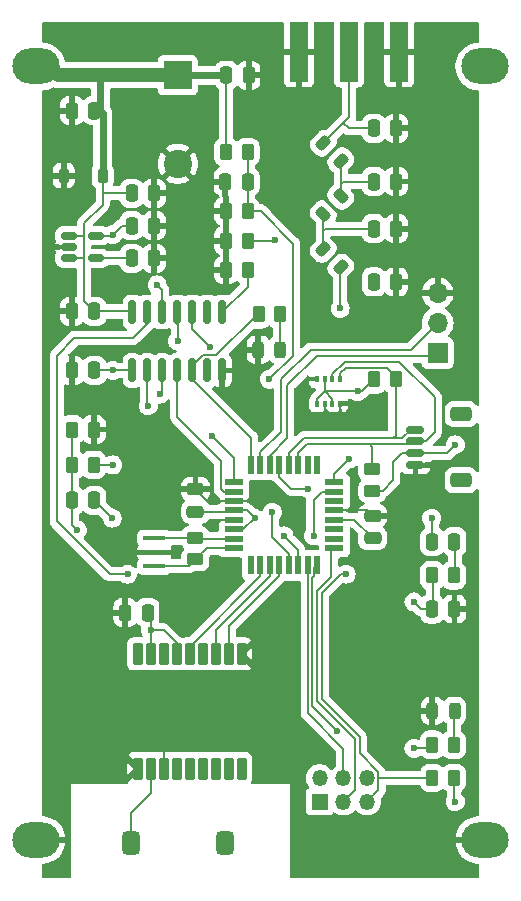
<source format=gbr>
%TF.GenerationSoftware,KiCad,Pcbnew,8.0.7*%
%TF.CreationDate,2025-01-11T16:41:09-06:00*%
%TF.ProjectId,ptSolar,7074536f-6c61-4722-9e6b-696361645f70,rev?*%
%TF.SameCoordinates,Original*%
%TF.FileFunction,Copper,L1,Top*%
%TF.FilePolarity,Positive*%
%FSLAX46Y46*%
G04 Gerber Fmt 4.6, Leading zero omitted, Abs format (unit mm)*
G04 Created by KiCad (PCBNEW 8.0.7) date 2025-01-11 16:41:09*
%MOMM*%
%LPD*%
G01*
G04 APERTURE LIST*
G04 Aperture macros list*
%AMRoundRect*
0 Rectangle with rounded corners*
0 $1 Rounding radius*
0 $2 $3 $4 $5 $6 $7 $8 $9 X,Y pos of 4 corners*
0 Add a 4 corners polygon primitive as box body*
4,1,4,$2,$3,$4,$5,$6,$7,$8,$9,$2,$3,0*
0 Add four circle primitives for the rounded corners*
1,1,$1+$1,$2,$3*
1,1,$1+$1,$4,$5*
1,1,$1+$1,$6,$7*
1,1,$1+$1,$8,$9*
0 Add four rect primitives between the rounded corners*
20,1,$1+$1,$2,$3,$4,$5,0*
20,1,$1+$1,$4,$5,$6,$7,0*
20,1,$1+$1,$6,$7,$8,$9,0*
20,1,$1+$1,$8,$9,$2,$3,0*%
G04 Aperture macros list end*
%TA.AperFunction,ComponentPad*%
%ADD10O,4.000000X3.000000*%
%TD*%
%TA.AperFunction,SMDPad,CuDef*%
%ADD11RoundRect,0.375000X0.375000X0.625000X-0.375000X0.625000X-0.375000X-0.625000X0.375000X-0.625000X0*%
%TD*%
%TA.AperFunction,SMDPad,CuDef*%
%ADD12RoundRect,0.250000X0.262500X0.450000X-0.262500X0.450000X-0.262500X-0.450000X0.262500X-0.450000X0*%
%TD*%
%TA.AperFunction,SMDPad,CuDef*%
%ADD13RoundRect,0.150000X0.625000X-0.150000X0.625000X0.150000X-0.625000X0.150000X-0.625000X-0.150000X0*%
%TD*%
%TA.AperFunction,SMDPad,CuDef*%
%ADD14RoundRect,0.250000X0.650000X-0.350000X0.650000X0.350000X-0.650000X0.350000X-0.650000X-0.350000X0*%
%TD*%
%TA.AperFunction,SMDPad,CuDef*%
%ADD15RoundRect,0.250000X-0.250000X-0.475000X0.250000X-0.475000X0.250000X0.475000X-0.250000X0.475000X0*%
%TD*%
%TA.AperFunction,SMDPad,CuDef*%
%ADD16RoundRect,0.243750X-0.243750X-0.456250X0.243750X-0.456250X0.243750X0.456250X-0.243750X0.456250X0*%
%TD*%
%TA.AperFunction,SMDPad,CuDef*%
%ADD17RoundRect,0.250000X0.250000X0.475000X-0.250000X0.475000X-0.250000X-0.475000X0.250000X-0.475000X0*%
%TD*%
%TA.AperFunction,SMDPad,CuDef*%
%ADD18RoundRect,0.150000X0.150000X-0.825000X0.150000X0.825000X-0.150000X0.825000X-0.150000X-0.825000X0*%
%TD*%
%TA.AperFunction,SMDPad,CuDef*%
%ADD19R,0.350000X0.500000*%
%TD*%
%TA.AperFunction,SMDPad,CuDef*%
%ADD20R,1.600000X0.550000*%
%TD*%
%TA.AperFunction,SMDPad,CuDef*%
%ADD21R,0.550000X1.600000*%
%TD*%
%TA.AperFunction,SMDPad,CuDef*%
%ADD22RoundRect,0.150000X-0.512500X-0.150000X0.512500X-0.150000X0.512500X0.150000X-0.512500X0.150000X0*%
%TD*%
%TA.AperFunction,SMDPad,CuDef*%
%ADD23RoundRect,0.250000X0.475000X-0.250000X0.475000X0.250000X-0.475000X0.250000X-0.475000X-0.250000X0*%
%TD*%
%TA.AperFunction,SMDPad,CuDef*%
%ADD24RoundRect,0.250000X-0.262500X-0.450000X0.262500X-0.450000X0.262500X0.450000X-0.262500X0.450000X0*%
%TD*%
%TA.AperFunction,SMDPad,CuDef*%
%ADD25RoundRect,0.225000X0.225000X0.375000X-0.225000X0.375000X-0.225000X-0.375000X0.225000X-0.375000X0*%
%TD*%
%TA.AperFunction,SMDPad,CuDef*%
%ADD26RoundRect,0.080000X0.320000X-0.820000X0.320000X0.820000X-0.320000X0.820000X-0.320000X-0.820000X0*%
%TD*%
%TA.AperFunction,SMDPad,CuDef*%
%ADD27RoundRect,0.218750X0.114905X-0.424264X0.424264X-0.114905X-0.114905X0.424264X-0.424264X0.114905X0*%
%TD*%
%TA.AperFunction,SMDPad,CuDef*%
%ADD28RoundRect,0.250000X-0.450000X0.262500X-0.450000X-0.262500X0.450000X-0.262500X0.450000X0.262500X0*%
%TD*%
%TA.AperFunction,SMDPad,CuDef*%
%ADD29RoundRect,0.218750X0.424264X0.114905X0.114905X0.424264X-0.424264X-0.114905X-0.114905X-0.424264X0*%
%TD*%
%TA.AperFunction,SMDPad,CuDef*%
%ADD30R,1.500000X5.080000*%
%TD*%
%TA.AperFunction,SMDPad,CuDef*%
%ADD31R,1.900000X0.400000*%
%TD*%
%TA.AperFunction,SMDPad,CuDef*%
%ADD32RoundRect,0.250000X0.450000X-0.262500X0.450000X0.262500X-0.450000X0.262500X-0.450000X-0.262500X0*%
%TD*%
%TA.AperFunction,ComponentPad*%
%ADD33R,1.350000X1.350000*%
%TD*%
%TA.AperFunction,ComponentPad*%
%ADD34O,1.350000X1.350000*%
%TD*%
%TA.AperFunction,ComponentPad*%
%ADD35R,1.700000X1.700000*%
%TD*%
%TA.AperFunction,ComponentPad*%
%ADD36O,1.700000X1.700000*%
%TD*%
%TA.AperFunction,ComponentPad*%
%ADD37R,2.400000X2.400000*%
%TD*%
%TA.AperFunction,ComponentPad*%
%ADD38C,2.400000*%
%TD*%
%TA.AperFunction,ViaPad*%
%ADD39C,0.600000*%
%TD*%
%TA.AperFunction,Conductor*%
%ADD40C,0.200000*%
%TD*%
%TA.AperFunction,Conductor*%
%ADD41C,1.200000*%
%TD*%
%TA.AperFunction,Conductor*%
%ADD42C,0.600000*%
%TD*%
G04 APERTURE END LIST*
D10*
%TO.P,J1,1,V+*%
%TO.N,+BATT*%
X129250000Y-72000000D03*
%TO.P,J1,2,V-*%
%TO.N,GND*%
X129250000Y-137500000D03*
%TD*%
D11*
%TO.P,ANT1,1,RF*%
%TO.N,Net-(ANT1-RF)*%
X137250000Y-137750000D03*
%TO.P,ANT1,2*%
%TO.N,N/C*%
X145250000Y-137750000D03*
%TD*%
D12*
%TO.P,R6,1*%
%TO.N,+3.3V*%
X164622500Y-132250000D03*
%TO.P,R6,2*%
%TO.N,/RESET*%
X162797500Y-132250000D03*
%TD*%
D13*
%TO.P,J5,1,Pin_1*%
%TO.N,GND*%
X161375000Y-105750000D03*
%TO.P,J5,2,Pin_2*%
%TO.N,+3.3V*%
X161375000Y-104750000D03*
%TO.P,J5,3,Pin_3*%
%TO.N,/SDA*%
X161375000Y-103750000D03*
%TO.P,J5,4,Pin_4*%
%TO.N,/SCL*%
X161375000Y-102750000D03*
D14*
%TO.P,J5,MP*%
%TO.N,N/C*%
X165250000Y-107050000D03*
X165250000Y-101450000D03*
%TD*%
D15*
%TO.P,C11,1*%
%TO.N,Net-(U5-BP)*%
X137350000Y-88250000D03*
%TO.P,C11,2*%
%TO.N,GND*%
X139250000Y-88250000D03*
%TD*%
D16*
%TO.P,D2,1,K*%
%TO.N,GND*%
X148062500Y-96000000D03*
%TO.P,D2,2,A*%
%TO.N,Net-(D2-A)*%
X149937500Y-96000000D03*
%TD*%
D17*
%TO.P,C16,1*%
%TO.N,GND*%
X159750000Y-90250000D03*
%TO.P,C16,2*%
%TO.N,Net-(U2-ANTENNA)*%
X157850000Y-90250000D03*
%TD*%
D18*
%TO.P,U3,1,VCCA*%
%TO.N,+3.3V*%
X137400000Y-97750000D03*
%TO.P,U3,2,A1*%
%TO.N,Net-(U3-A1)*%
X138670000Y-97750000D03*
%TO.P,U3,3,A2*%
%TO.N,Net-(U3-A2)*%
X139940000Y-97750000D03*
%TO.P,U3,4,A3*%
%TO.N,Net-(U3-A3)*%
X141210000Y-97750000D03*
%TO.P,U3,5,A4*%
%TO.N,/DIG-PTT*%
X142480000Y-97750000D03*
%TO.P,U3,6,NC*%
%TO.N,unconnected-(U3-NC-Pad6)*%
X143750000Y-97750000D03*
%TO.P,U3,7,GND*%
%TO.N,GND*%
X145020000Y-97750000D03*
%TO.P,U3,8,OE*%
%TO.N,Net-(U3-OE)*%
X145020000Y-92800000D03*
%TO.P,U3,9,NC*%
%TO.N,unconnected-(U3-NC-Pad9)*%
X143750000Y-92800000D03*
%TO.P,U3,10,B4*%
%TO.N,Net-(U2-PTT)*%
X142480000Y-92800000D03*
%TO.P,U3,11,B3*%
%TO.N,Net-(U2-POWER_SAVE)*%
X141210000Y-92800000D03*
%TO.P,U3,12,B2*%
%TO.N,Net-(U2-RX_DATA)*%
X139940000Y-92800000D03*
%TO.P,U3,13,B1*%
%TO.N,Net-(U2-TX_DATA)*%
X138670000Y-92800000D03*
%TO.P,U3,14,VCCB*%
%TO.N,+BATT*%
X137400000Y-92800000D03*
%TD*%
D15*
%TO.P,C13,1*%
%TO.N,Net-(U7-PD3)*%
X162780000Y-112250000D03*
%TO.P,C13,2*%
%TO.N,Net-(C13-Pad2)*%
X164680000Y-112250000D03*
%TD*%
D19*
%TO.P,U4,1,GND*%
%TO.N,GND*%
X153050000Y-98500000D03*
%TO.P,U4,2,CSB*%
%TO.N,+3.3V*%
X153700000Y-98500000D03*
%TO.P,U4,3,SDI*%
%TO.N,/SDA*%
X154350000Y-98500000D03*
%TO.P,U4,4,SCK*%
%TO.N,/SCL*%
X155000000Y-98500000D03*
%TO.P,U4,5,SDO*%
%TO.N,GND*%
X155000000Y-100550000D03*
%TO.P,U4,6,VDDIO*%
%TO.N,+3.3V*%
X154350000Y-100550000D03*
%TO.P,U4,7,GND*%
%TO.N,GND*%
X153700000Y-100550000D03*
%TO.P,U4,8,VDD*%
%TO.N,+3.3V*%
X153050000Y-100550000D03*
%TD*%
D20*
%TO.P,U7,1,PD3*%
%TO.N,Net-(U7-PD3)*%
X146000000Y-107200000D03*
%TO.P,U7,2,PD4*%
%TO.N,Net-(U3-A3)*%
X146000000Y-108000000D03*
%TO.P,U7,3,GND*%
%TO.N,GND*%
X146000000Y-108800000D03*
%TO.P,U7,4,VCC*%
%TO.N,+3.3V*%
X146000000Y-109600000D03*
%TO.P,U7,5,GND*%
%TO.N,GND*%
X146000000Y-110400000D03*
%TO.P,U7,6,VCC*%
%TO.N,+3.3V*%
X146000000Y-111200000D03*
%TO.P,U7,7,XTAL1/PB6*%
%TO.N,Net-(U7-XTAL1{slash}PB6)*%
X146000000Y-112000000D03*
%TO.P,U7,8,XTAL2/PB7*%
%TO.N,Net-(U7-XTAL2{slash}PB7)*%
X146000000Y-112800000D03*
D21*
%TO.P,U7,9,PD5*%
%TO.N,unconnected-(U7-PD5-Pad9)*%
X147450000Y-114250000D03*
%TO.P,U7,10,PD6*%
%TO.N,/GPS-EN*%
X148250000Y-114250000D03*
%TO.P,U7,11,PD7*%
%TO.N,/GPS-TX*%
X149050000Y-114250000D03*
%TO.P,U7,12,PB0*%
%TO.N,/GPS-RX*%
X149850000Y-114250000D03*
%TO.P,U7,13,PB1*%
%TO.N,Net-(U3-A2)*%
X150650000Y-114250000D03*
%TO.P,U7,14,PB2*%
%TO.N,Net-(U3-A1)*%
X151450000Y-114250000D03*
%TO.P,U7,15,PB3*%
%TO.N,/MOSI*%
X152250000Y-114250000D03*
%TO.P,U7,16,PB4*%
%TO.N,/MISO*%
X153050000Y-114250000D03*
D20*
%TO.P,U7,17,PB5*%
%TO.N,/SCK*%
X154500000Y-112800000D03*
%TO.P,U7,18,AVCC*%
%TO.N,unconnected-(U7-AVCC-Pad18)*%
X154500000Y-112000000D03*
%TO.P,U7,19,ADC6*%
%TO.N,unconnected-(U7-ADC6-Pad19)*%
X154500000Y-111200000D03*
%TO.P,U7,20,AREF*%
%TO.N,Net-(U7-AREF)*%
X154500000Y-110400000D03*
%TO.P,U7,21,GND*%
%TO.N,GND*%
X154500000Y-109600000D03*
%TO.P,U7,22,ADC7*%
%TO.N,unconnected-(U7-ADC7-Pad22)*%
X154500000Y-108800000D03*
%TO.P,U7,23,PC0*%
%TO.N,Net-(U7-PC0)*%
X154500000Y-108000000D03*
%TO.P,U7,24,PC1*%
%TO.N,/BATT-SENSE*%
X154500000Y-107200000D03*
D21*
%TO.P,U7,25,PC2*%
%TO.N,unconnected-(U7-PC2-Pad25)*%
X153050000Y-105750000D03*
%TO.P,U7,26,PC3*%
%TO.N,unconnected-(U7-PC3-Pad26)*%
X152250000Y-105750000D03*
%TO.P,U7,27,PC4*%
%TO.N,/SDA*%
X151450000Y-105750000D03*
%TO.P,U7,28,PC5*%
%TO.N,/SCL*%
X150650000Y-105750000D03*
%TO.P,U7,29,~{RESET}/PC6*%
%TO.N,/RESET*%
X149850000Y-105750000D03*
%TO.P,U7,30,PD0*%
%TO.N,Net-(J3-Pin_1)*%
X149050000Y-105750000D03*
%TO.P,U7,31,PD1*%
%TO.N,Net-(J3-Pin_2)*%
X148250000Y-105750000D03*
%TO.P,U7,32,PD2*%
%TO.N,/DIG-PTT*%
X147450000Y-105750000D03*
%TD*%
D22*
%TO.P,U5,1,IN*%
%TO.N,+BATT*%
X132025000Y-86350000D03*
%TO.P,U5,2,GND*%
%TO.N,GND*%
X132025000Y-87300000D03*
%TO.P,U5,3,EN*%
%TO.N,+BATT*%
X132025000Y-88250000D03*
%TO.P,U5,4,BP*%
%TO.N,Net-(U5-BP)*%
X134300000Y-88250000D03*
%TO.P,U5,5,OUT*%
%TO.N,+3.3V*%
X134300000Y-86350000D03*
%TD*%
D17*
%TO.P,C10,1*%
%TO.N,/BATT-SENSE*%
X147180000Y-81765000D03*
%TO.P,C10,2*%
%TO.N,GND*%
X145280000Y-81765000D03*
%TD*%
D23*
%TO.P,C8,1*%
%TO.N,+3.3V*%
X142750000Y-109700000D03*
%TO.P,C8,2*%
%TO.N,GND*%
X142750000Y-107800000D03*
%TD*%
D24*
%TO.P,R7,1*%
%TO.N,GND*%
X145337500Y-89250000D03*
%TO.P,R7,2*%
%TO.N,Net-(U3-OE)*%
X147162500Y-89250000D03*
%TD*%
D25*
%TO.P,D1,1,K*%
%TO.N,+BATT*%
X134900000Y-81250000D03*
%TO.P,D1,2,A*%
%TO.N,GND*%
X131600000Y-81250000D03*
%TD*%
D17*
%TO.P,C4,1*%
%TO.N,+BATT*%
X134200000Y-75750000D03*
%TO.P,C4,2*%
%TO.N,GND*%
X132300000Y-75750000D03*
%TD*%
D15*
%TO.P,C15,1*%
%TO.N,Net-(U7-PC0)*%
X132300000Y-108750000D03*
%TO.P,C15,2*%
%TO.N,Net-(U2-AF-OUT)*%
X134200000Y-108750000D03*
%TD*%
D17*
%TO.P,C7,1*%
%TO.N,+3.3V*%
X134200000Y-97750000D03*
%TO.P,C7,2*%
%TO.N,GND*%
X132300000Y-97750000D03*
%TD*%
D12*
%TO.P,R1,1*%
%TO.N,/BATT-SENSE*%
X147162500Y-79250000D03*
%TO.P,R1,2*%
%TO.N,+BATT*%
X145337500Y-79250000D03*
%TD*%
D26*
%TO.P,U1,1,GND*%
%TO.N,GND*%
X146650000Y-121750000D03*
%TO.P,U1,2,TXD*%
%TO.N,/GPS-RX*%
X145550000Y-121750000D03*
%TO.P,U1,3,RXD*%
%TO.N,/GPS-TX*%
X144450000Y-121750000D03*
%TO.P,U1,4,1PPS*%
%TO.N,unconnected-(U1-1PPS-Pad4)*%
X143350000Y-121750000D03*
%TO.P,U1,5,ON/OFF*%
%TO.N,/GPS-EN*%
X142250000Y-121750000D03*
%TO.P,U1,6,VBATT*%
%TO.N,+3.3V*%
X141150000Y-121750000D03*
%TO.P,U1,7,NC*%
%TO.N,unconnected-(U1-NC-Pad7)*%
X140050000Y-121750000D03*
%TO.P,U1,8,VCC*%
%TO.N,+3.3V*%
X138950000Y-121750000D03*
%TO.P,U1,9,NRESET*%
%TO.N,unconnected-(U1-NRESET-Pad9)*%
X137850000Y-121750000D03*
%TO.P,U1,10,GND*%
%TO.N,GND*%
X137850000Y-131450000D03*
%TO.P,U1,11,RF_IN*%
%TO.N,Net-(ANT1-RF)*%
X138950000Y-131450000D03*
%TO.P,U1,12,GND*%
%TO.N,GND*%
X140050000Y-131450000D03*
%TO.P,U1,13,NC*%
%TO.N,unconnected-(U1-NC-Pad13)*%
X141150000Y-131450000D03*
%TO.P,U1,14,VCC_RF*%
%TO.N,unconnected-(U1-VCC_RF-Pad14)*%
X142250000Y-131450000D03*
%TO.P,U1,15,RESERVED*%
%TO.N,unconnected-(U1-RESERVED-Pad15)*%
X143350000Y-131450000D03*
%TO.P,U1,16,SDA*%
%TO.N,unconnected-(U1-SDA-Pad16)*%
X144450000Y-131450000D03*
%TO.P,U1,17,SCL*%
%TO.N,unconnected-(U1-SCL-Pad17)*%
X145550000Y-131450000D03*
%TO.P,U1,18,RESERVED*%
%TO.N,unconnected-(U1-RESERVED-Pad18)*%
X146650000Y-131450000D03*
%TD*%
D27*
%TO.P,L2,1,1*%
%TO.N,Net-(C17-Pad2)*%
X153548699Y-84501301D03*
%TO.P,L2,2,2*%
%TO.N,Net-(C18-Pad2)*%
X155051301Y-82998699D03*
%TD*%
D10*
%TO.P,J2,1,V+*%
%TO.N,+BATT*%
X167250000Y-72000000D03*
%TO.P,J2,2,V-*%
%TO.N,GND*%
X167250000Y-137500000D03*
%TD*%
D17*
%TO.P,C18,1*%
%TO.N,GND*%
X159750000Y-81750000D03*
%TO.P,C18,2*%
%TO.N,Net-(C18-Pad2)*%
X157850000Y-81750000D03*
%TD*%
D28*
%TO.P,R5,1*%
%TO.N,Net-(U7-XTAL1{slash}PB6)*%
X142720000Y-111925000D03*
%TO.P,R5,2*%
%TO.N,Net-(U7-XTAL2{slash}PB7)*%
X142720000Y-113750000D03*
%TD*%
D17*
%TO.P,C19,1*%
%TO.N,GND*%
X159750000Y-77250000D03*
%TO.P,C19,2*%
%TO.N,Net-(ANT2-In)*%
X157850000Y-77250000D03*
%TD*%
D24*
%TO.P,R3,1*%
%TO.N,/DIG-PTT*%
X148087500Y-93000000D03*
%TO.P,R3,2*%
%TO.N,Net-(D2-A)*%
X149912500Y-93000000D03*
%TD*%
%TO.P,R2,1*%
%TO.N,GND*%
X145337500Y-84280000D03*
%TO.P,R2,2*%
%TO.N,/BATT-SENSE*%
X147162500Y-84280000D03*
%TD*%
%TO.P,R11,1*%
%TO.N,GND*%
X145337500Y-86765000D03*
%TO.P,R11,2*%
%TO.N,Net-(U2-HIGH{slash}LOW)*%
X147162500Y-86765000D03*
%TD*%
D15*
%TO.P,C6,1*%
%TO.N,+3.3V*%
X137350000Y-85500000D03*
%TO.P,C6,2*%
%TO.N,GND*%
X139250000Y-85500000D03*
%TD*%
D23*
%TO.P,C12,1*%
%TO.N,Net-(U7-AREF)*%
X157750000Y-111950000D03*
%TO.P,C12,2*%
%TO.N,GND*%
X157750000Y-110050000D03*
%TD*%
D15*
%TO.P,C5,1*%
%TO.N,+BATT*%
X137350000Y-82750000D03*
%TO.P,C5,2*%
%TO.N,GND*%
X139250000Y-82750000D03*
%TD*%
%TO.P,C14,1*%
%TO.N,Net-(U2-MIC-IN)*%
X162780000Y-117947142D03*
%TO.P,C14,2*%
%TO.N,GND*%
X164680000Y-117947142D03*
%TD*%
D29*
%TO.P,L1,1,1*%
%TO.N,Net-(U2-ANTENNA)*%
X155051301Y-89001301D03*
%TO.P,L1,2,2*%
%TO.N,Net-(C17-Pad2)*%
X153548699Y-87498699D03*
%TD*%
D30*
%TO.P,ANT2,1,In*%
%TO.N,Net-(ANT2-In)*%
X155750000Y-70750000D03*
%TO.P,ANT2,2,Ext*%
%TO.N,GND*%
X151500000Y-70750000D03*
X160000000Y-70750000D03*
%TD*%
D31*
%TO.P,Y2,1,1*%
%TO.N,Net-(U7-XTAL2{slash}PB7)*%
X139250000Y-114337500D03*
%TO.P,Y2,2,2*%
%TO.N,GND*%
X139250000Y-113137500D03*
%TO.P,Y2,3,3*%
%TO.N,Net-(U7-XTAL1{slash}PB6)*%
X139250000Y-111937500D03*
%TD*%
D29*
%TO.P,L3,1,1*%
%TO.N,Net-(C18-Pad2)*%
X155051301Y-80001301D03*
%TO.P,L3,2,2*%
%TO.N,Net-(ANT2-In)*%
X153548699Y-78498699D03*
%TD*%
D17*
%TO.P,C3,1*%
%TO.N,+BATT*%
X134200000Y-92750000D03*
%TO.P,C3,2*%
%TO.N,GND*%
X132300000Y-92750000D03*
%TD*%
D32*
%TO.P,R13,1*%
%TO.N,+3.3V*%
X157720000Y-107912500D03*
%TO.P,R13,2*%
%TO.N,/SDA*%
X157720000Y-106087500D03*
%TD*%
D24*
%TO.P,R4,1*%
%TO.N,/SCK*%
X162797500Y-129431426D03*
%TO.P,R4,2*%
%TO.N,Net-(D3-A)*%
X164622500Y-129431426D03*
%TD*%
D33*
%TO.P,J4,1,Pin_1*%
%TO.N,/MISO*%
X153265000Y-134250000D03*
D34*
%TO.P,J4,2,Pin_2*%
%TO.N,+BATT*%
X153265000Y-132250000D03*
%TO.P,J4,3,Pin_3*%
%TO.N,/SCK*%
X155265000Y-134250000D03*
%TO.P,J4,4,Pin_4*%
%TO.N,/MOSI*%
X155265000Y-132250000D03*
%TO.P,J4,5,Pin_5*%
%TO.N,/RESET*%
X157265000Y-134250000D03*
%TO.P,J4,6,Pin_6*%
%TO.N,GND*%
X157265000Y-132250000D03*
%TD*%
D24*
%TO.P,R12,1*%
%TO.N,+3.3V*%
X157867500Y-98500000D03*
%TO.P,R12,2*%
%TO.N,/SCL*%
X159692500Y-98500000D03*
%TD*%
D16*
%TO.P,D3,1,K*%
%TO.N,GND*%
X162812500Y-126567855D03*
%TO.P,D3,2,A*%
%TO.N,Net-(D3-A)*%
X164687500Y-126567855D03*
%TD*%
D35*
%TO.P,J3,1,Pin_1*%
%TO.N,Net-(J3-Pin_1)*%
X163250000Y-96275000D03*
D36*
%TO.P,J3,2,Pin_2*%
%TO.N,Net-(J3-Pin_2)*%
X163250000Y-93735000D03*
%TO.P,J3,3,Pin_3*%
%TO.N,GND*%
X163250000Y-91195000D03*
%TD*%
D12*
%TO.P,R8,1*%
%TO.N,Net-(C13-Pad2)*%
X164622500Y-115098571D03*
%TO.P,R8,2*%
%TO.N,Net-(U2-MIC-IN)*%
X162797500Y-115098571D03*
%TD*%
D15*
%TO.P,C2,1*%
%TO.N,+BATT*%
X145350000Y-72750000D03*
%TO.P,C2,2*%
%TO.N,GND*%
X147250000Y-72750000D03*
%TD*%
D24*
%TO.P,R10,1*%
%TO.N,Net-(U7-PC0)*%
X132317500Y-102750000D03*
%TO.P,R10,2*%
%TO.N,GND*%
X134142500Y-102750000D03*
%TD*%
D17*
%TO.P,C17,1*%
%TO.N,GND*%
X159750000Y-85750000D03*
%TO.P,C17,2*%
%TO.N,Net-(C17-Pad2)*%
X157850000Y-85750000D03*
%TD*%
D12*
%TO.P,R9,1*%
%TO.N,+3.3V*%
X134142500Y-105735000D03*
%TO.P,R9,2*%
%TO.N,Net-(U7-PC0)*%
X132317500Y-105735000D03*
%TD*%
D17*
%TO.P,C9,1*%
%TO.N,+3.3V*%
X138700000Y-118250000D03*
%TO.P,C9,2*%
%TO.N,GND*%
X136800000Y-118250000D03*
%TD*%
D37*
%TO.P,C1,1*%
%TO.N,+BATT*%
X141250000Y-72750000D03*
D38*
%TO.P,C1,2*%
%TO.N,GND*%
X141250000Y-80250000D03*
%TD*%
D39*
%TO.N,GND*%
X144250000Y-110750000D03*
X150250000Y-108750000D03*
X148000000Y-70000000D03*
X144500000Y-116250000D03*
X133500000Y-116000000D03*
X131000000Y-132500000D03*
X151250000Y-78583334D03*
X134750000Y-130250000D03*
X162250000Y-87083332D03*
X149750000Y-126000000D03*
X156000000Y-116500000D03*
X162250000Y-84249999D03*
X156750000Y-126000000D03*
X162250000Y-70000000D03*
X135000000Y-111500000D03*
X134750000Y-127750000D03*
X135750000Y-90250000D03*
X149750000Y-127750000D03*
X161250000Y-138750000D03*
X155000000Y-94500000D03*
X143333332Y-70000000D03*
X146750000Y-99250000D03*
X157500000Y-138750000D03*
X162500000Y-108000000D03*
X134000000Y-70000000D03*
X165000000Y-124000000D03*
X151250000Y-80500000D03*
X165000000Y-121500000D03*
X134750000Y-120750000D03*
X155000000Y-102000000D03*
X134750000Y-123250000D03*
X136750000Y-103750000D03*
X134750000Y-125250000D03*
X151250000Y-86000000D03*
X162250000Y-78583333D03*
X149750000Y-130250000D03*
X162250000Y-75750000D03*
X138666666Y-70000000D03*
X151250000Y-75750001D03*
X153750000Y-138750000D03*
X162250000Y-81416666D03*
X150250000Y-116250000D03*
X144000000Y-106500000D03*
%TO.N,Net-(U2-ANTENNA)*%
X155000000Y-92500000D03*
%TO.N,/RESET*%
X155500000Y-115000000D03*
X152250000Y-107750000D03*
%TO.N,/SCK*%
X161250000Y-129750000D03*
%TO.N,/MISO*%
X154710000Y-128250000D03*
%TO.N,+3.3V*%
X135750000Y-105750000D03*
X164750000Y-134250000D03*
X135750000Y-97750000D03*
X138950000Y-119750000D03*
X147750000Y-110250000D03*
X164750000Y-104050000D03*
X156500000Y-99525000D03*
X135750000Y-86250000D03*
%TO.N,Net-(U2-MIC-IN)*%
X161250000Y-117350000D03*
%TO.N,Net-(U2-HIGH{slash}LOW)*%
X149500000Y-86681090D03*
%TO.N,Net-(U7-PC0)*%
X152750000Y-111750000D03*
X132750000Y-111250000D03*
%TO.N,Net-(U2-POWER_SAVE)*%
X141250000Y-95250000D03*
%TO.N,Net-(U3-A1)*%
X150250000Y-111750000D03*
X138750000Y-100750000D03*
%TO.N,Net-(U2-PTT)*%
X144000000Y-95767959D03*
%TO.N,Net-(U2-TX_DATA)*%
X137000000Y-115000000D03*
%TO.N,Net-(U3-A2)*%
X139750000Y-99750000D03*
X149250000Y-109750000D03*
%TO.N,Net-(U2-RX_DATA)*%
X139500000Y-90500000D03*
%TO.N,/BATT-SENSE*%
X149000000Y-98500000D03*
X155750000Y-105250000D03*
%TO.N,Net-(U7-PD3)*%
X162750000Y-110250000D03*
X144175735Y-103324265D03*
%TO.N,Net-(U2-AF-OUT)*%
X135700000Y-110250000D03*
%TD*%
D40*
%TO.N,+BATT*%
X134900000Y-82750000D02*
X134900000Y-81250000D01*
X134150000Y-92750000D02*
X137350000Y-92750000D01*
X137350000Y-82750000D02*
X134900000Y-82750000D01*
D41*
X134750000Y-72750000D02*
X131100000Y-72750000D01*
D40*
X133300000Y-86250000D02*
X133300000Y-85300000D01*
X132025000Y-86350000D02*
X133200000Y-86350000D01*
D41*
X141250000Y-72750000D02*
X134750000Y-72750000D01*
D42*
X134700000Y-75750000D02*
X134700000Y-72800000D01*
X134700000Y-72800000D02*
X134750000Y-72750000D01*
X134900000Y-75950000D02*
X134700000Y-75750000D01*
D40*
X133300000Y-85300000D02*
X134900000Y-83700000D01*
X132025000Y-88250000D02*
X133300000Y-88250000D01*
X134900000Y-83700000D02*
X134900000Y-82750000D01*
D42*
X134900000Y-81250000D02*
X134900000Y-75950000D01*
D40*
X133300000Y-88250000D02*
X133300000Y-86250000D01*
X134150000Y-92750000D02*
X133300000Y-91900000D01*
D42*
X141250000Y-72750000D02*
X145350000Y-72750000D01*
D40*
X137350000Y-92750000D02*
X137400000Y-92800000D01*
X133200000Y-86350000D02*
X133300000Y-86250000D01*
X145337500Y-79250000D02*
X145337500Y-72762500D01*
X145337500Y-72762500D02*
X145350000Y-72750000D01*
X133300000Y-91900000D02*
X133300000Y-88250000D01*
D41*
X131100000Y-72750000D02*
X130350000Y-72000000D01*
D40*
%TO.N,GND*%
X155000000Y-100550000D02*
X155000000Y-101500000D01*
X157750000Y-110050000D02*
X157300000Y-109600000D01*
X153700000Y-100550000D02*
X153700000Y-101000000D01*
X146520000Y-99250000D02*
X146750000Y-99250000D01*
X155000000Y-102000000D02*
X155000000Y-101500000D01*
X157300000Y-109600000D02*
X154500000Y-109600000D01*
X150200000Y-108800000D02*
X146000000Y-108800000D01*
X146000000Y-110400000D02*
X144600000Y-110400000D01*
X150250000Y-108750000D02*
X150200000Y-108800000D01*
X144600000Y-110400000D02*
X144250000Y-110750000D01*
X140050000Y-131450000D02*
X140050000Y-129050000D01*
X146000000Y-108800000D02*
X143750000Y-108800000D01*
X154200000Y-101500000D02*
X155000000Y-101500000D01*
X140050000Y-129050000D02*
X140000000Y-129000000D01*
X153700000Y-101000000D02*
X154200000Y-101500000D01*
X143750000Y-108800000D02*
X142750000Y-107800000D01*
%TO.N,Net-(U2-ANTENNA)*%
X155000000Y-89052602D02*
X155051301Y-89001301D01*
X155000000Y-92500000D02*
X155000000Y-89052602D01*
%TO.N,/RESET*%
X157265000Y-134250000D02*
X158240000Y-133275000D01*
X155065686Y-115000000D02*
X153450000Y-116615686D01*
X158240000Y-133275000D02*
X158240000Y-132250000D01*
X153450000Y-125575785D02*
X156640000Y-128765785D01*
X150850000Y-107750000D02*
X149850000Y-106750000D01*
X158240000Y-131740000D02*
X158240000Y-132250000D01*
X162837500Y-132250000D02*
X158240000Y-132250000D01*
X153450000Y-116615686D02*
X153450000Y-125575785D01*
X156640000Y-130140000D02*
X158240000Y-131740000D01*
X152250000Y-107750000D02*
X150850000Y-107750000D01*
X156640000Y-128765785D02*
X156640000Y-130140000D01*
X155500000Y-115000000D02*
X155065686Y-115000000D01*
X149850000Y-106750000D02*
X149850000Y-105750000D01*
%TO.N,/MOSI*%
X152250000Y-126742500D02*
X152250000Y-114250000D01*
X155265000Y-132250000D02*
X155265000Y-129757500D01*
X155265000Y-129757500D02*
X152250000Y-126742500D01*
%TO.N,/SCK*%
X162837500Y-129750000D02*
X161250000Y-129750000D01*
X153050000Y-125741471D02*
X156240000Y-128931471D01*
X156240000Y-133275000D02*
X155265000Y-134250000D01*
X153050000Y-116450000D02*
X153050000Y-125741471D01*
X154250000Y-113050000D02*
X154250000Y-115250000D01*
X154500000Y-112800000D02*
X154250000Y-113050000D01*
X156240000Y-128931471D02*
X156240000Y-133275000D01*
X154250000Y-115250000D02*
X153050000Y-116450000D01*
%TO.N,/MISO*%
X152650000Y-126190000D02*
X154710000Y-128250000D01*
X152825000Y-115175000D02*
X152650000Y-115350000D01*
X152825000Y-114475000D02*
X152825000Y-115175000D01*
X153050000Y-114250000D02*
X152825000Y-114475000D01*
X152650000Y-115350000D02*
X152650000Y-126190000D01*
%TO.N,/SCL*%
X160959448Y-102750000D02*
X160209448Y-103500000D01*
X155000000Y-98000000D02*
X155500000Y-97500000D01*
X159500000Y-103500000D02*
X151900000Y-103500000D01*
X159692500Y-98500000D02*
X159692500Y-103307500D01*
X159692500Y-98192500D02*
X159692500Y-98500000D01*
X161375000Y-102750000D02*
X160959448Y-102750000D01*
X155000000Y-98500000D02*
X155000000Y-98000000D01*
X160209448Y-103500000D02*
X159500000Y-103500000D01*
X159000000Y-97500000D02*
X159692500Y-98192500D01*
X151900000Y-103500000D02*
X150650000Y-104750000D01*
X150650000Y-104750000D02*
X150650000Y-105750000D01*
X155500000Y-97500000D02*
X159000000Y-97500000D01*
X159692500Y-103307500D02*
X159500000Y-103500000D01*
%TO.N,/SDA*%
X151450000Y-104750000D02*
X151450000Y-105750000D01*
X154350000Y-98084315D02*
X155434315Y-97000000D01*
X155434315Y-97000000D02*
X160000000Y-97000000D01*
X161375000Y-103750000D02*
X161125000Y-104000000D01*
X163000000Y-103000000D02*
X162250000Y-103750000D01*
X163000000Y-100000000D02*
X163000000Y-103000000D01*
X160000000Y-97000000D02*
X163000000Y-100000000D01*
X162250000Y-103750000D02*
X161375000Y-103750000D01*
X157720000Y-104220000D02*
X157500000Y-104000000D01*
X154350000Y-98500000D02*
X154350000Y-98084315D01*
X157500000Y-104000000D02*
X152200000Y-104000000D01*
X157720000Y-106087500D02*
X157720000Y-104220000D01*
X152200000Y-104000000D02*
X151450000Y-104750000D01*
X161125000Y-104000000D02*
X157500000Y-104000000D01*
%TO.N,+3.3V*%
X135750000Y-97750000D02*
X137400000Y-97750000D01*
X156842500Y-99525000D02*
X157867500Y-98500000D01*
X141150000Y-120850000D02*
X140050000Y-119750000D01*
X164662500Y-134162500D02*
X164750000Y-134250000D01*
X145300000Y-109700000D02*
X142750000Y-109700000D01*
X147100000Y-109600000D02*
X147750000Y-110250000D01*
X153700000Y-99525000D02*
X156842500Y-99525000D01*
X156500000Y-99525000D02*
X156842500Y-99525000D01*
X138950000Y-118500000D02*
X138700000Y-118250000D01*
X145400000Y-109600000D02*
X145300000Y-109700000D01*
X161375000Y-104750000D02*
X160250000Y-104750000D01*
X164050000Y-104750000D02*
X161375000Y-104750000D01*
X146000000Y-109600000D02*
X145400000Y-109600000D01*
X140050000Y-119750000D02*
X138950000Y-119750000D01*
X134200000Y-97750000D02*
X135750000Y-97750000D01*
X135650000Y-86350000D02*
X135750000Y-86250000D01*
X135750000Y-86250000D02*
X135750000Y-86350000D01*
X134157500Y-105750000D02*
X134142500Y-105735000D01*
X146000000Y-109600000D02*
X147100000Y-109600000D01*
X137350000Y-85500000D02*
X136500000Y-85500000D01*
X153050000Y-100175000D02*
X153700000Y-99525000D01*
X138950000Y-121750000D02*
X138950000Y-119750000D01*
X135750000Y-105750000D02*
X134157500Y-105750000D01*
X138950000Y-119750000D02*
X138950000Y-118500000D01*
X154350000Y-100175000D02*
X154350000Y-100550000D01*
X141150000Y-121750000D02*
X141150000Y-120850000D01*
X134300000Y-86350000D02*
X135650000Y-86350000D01*
X153050000Y-100550000D02*
X153050000Y-100175000D01*
X153700000Y-99525000D02*
X154350000Y-100175000D01*
X158587500Y-107912500D02*
X157720000Y-107912500D01*
X146000000Y-111200000D02*
X146800000Y-111200000D01*
X159500000Y-105500000D02*
X159500000Y-107000000D01*
X164750000Y-104050000D02*
X164050000Y-104750000D01*
X164662500Y-132250000D02*
X164662500Y-134162500D01*
X159500000Y-107000000D02*
X158587500Y-107912500D01*
X160250000Y-104750000D02*
X159500000Y-105500000D01*
X136500000Y-85500000D02*
X135750000Y-86250000D01*
X146800000Y-111200000D02*
X147750000Y-110250000D01*
X153700000Y-98500000D02*
X153700000Y-99525000D01*
%TO.N,Net-(U7-XTAL1{slash}PB6)*%
X142737500Y-111937500D02*
X142750000Y-111925000D01*
X142825000Y-112000000D02*
X142750000Y-111925000D01*
X139250000Y-111937500D02*
X142737500Y-111937500D01*
X146000000Y-112000000D02*
X142825000Y-112000000D01*
X142912500Y-112087500D02*
X142750000Y-111925000D01*
%TO.N,Net-(U7-XTAL2{slash}PB7)*%
X142162500Y-114337500D02*
X142750000Y-113750000D01*
X139250000Y-114337500D02*
X142162500Y-114337500D01*
X146000000Y-112800000D02*
X143700000Y-112800000D01*
X143700000Y-112800000D02*
X142750000Y-113750000D01*
%TO.N,Net-(U2-MIC-IN)*%
X162780000Y-117947142D02*
X161847142Y-117947142D01*
X161847142Y-117947142D02*
X161250000Y-117350000D01*
X162837500Y-115250000D02*
X162837500Y-118212500D01*
X162837500Y-118212500D02*
X162800000Y-118250000D01*
%TO.N,/DIG-PTT*%
X144525000Y-96475000D02*
X147863571Y-93136429D01*
X147450000Y-105750000D02*
X147450000Y-103450000D01*
X146750000Y-102750000D02*
X142480000Y-98480000D01*
X147450000Y-103450000D02*
X146750000Y-102750000D01*
X147450000Y-106450000D02*
X147450000Y-105750000D01*
X142480000Y-97404448D02*
X143409448Y-96475000D01*
X142480000Y-98480000D02*
X142480000Y-97750000D01*
X143409448Y-96475000D02*
X144525000Y-96475000D01*
X147863571Y-93136429D02*
X148047500Y-93136429D01*
X142480000Y-97750000D02*
X142480000Y-97404448D01*
%TO.N,Net-(D3-A)*%
X164662500Y-126775000D02*
X164687500Y-126750000D01*
X164662500Y-129750000D02*
X164662500Y-126775000D01*
%TO.N,Net-(U2-HIGH{slash}LOW)*%
X149416090Y-86765000D02*
X147162500Y-86765000D01*
X149500000Y-86681090D02*
X149416090Y-86765000D01*
%TO.N,Net-(U3-OE)*%
X147162500Y-90657500D02*
X145020000Y-92800000D01*
X147162500Y-89250000D02*
X147162500Y-90657500D01*
%TO.N,Net-(U7-PC0)*%
X132337500Y-105072500D02*
X132515000Y-105250000D01*
X152750000Y-111750000D02*
X152750000Y-108750000D01*
X152750000Y-108750000D02*
X153500000Y-108000000D01*
X153500000Y-108000000D02*
X154500000Y-108000000D01*
X132750000Y-111250000D02*
X132300000Y-110800000D01*
X132337500Y-102250000D02*
X132337500Y-105072500D01*
X132300000Y-110800000D02*
X132300000Y-108750000D01*
X132300000Y-105465000D02*
X132515000Y-105250000D01*
X132300000Y-108750000D02*
X132300000Y-105465000D01*
%TO.N,Net-(U2-POWER_SAVE)*%
X141250000Y-93814999D02*
X141210000Y-93774999D01*
X141250000Y-95250000D02*
X141250000Y-93814999D01*
X141210000Y-93774999D02*
X141210000Y-92800000D01*
%TO.N,Net-(U3-A1)*%
X151450000Y-112950000D02*
X151450000Y-114250000D01*
X150250000Y-111750000D02*
X151450000Y-112950000D01*
X138670000Y-97750000D02*
X138670000Y-100670000D01*
X138670000Y-100670000D02*
X138750000Y-100750000D01*
%TO.N,Net-(U3-A3)*%
X144900000Y-107775000D02*
X145125000Y-108000000D01*
X145125000Y-108000000D02*
X146000000Y-108000000D01*
X144900000Y-105400000D02*
X144900000Y-107775000D01*
X141210000Y-101710000D02*
X144900000Y-105400000D01*
X141210000Y-97750000D02*
X141210000Y-101710000D01*
%TO.N,Net-(U2-PTT)*%
X142480000Y-94247959D02*
X142480000Y-92800000D01*
X144000000Y-95767959D02*
X142480000Y-94247959D01*
%TO.N,Net-(U2-TX_DATA)*%
X135500000Y-115000000D02*
X137000000Y-115000000D01*
X131000000Y-110500000D02*
X135500000Y-115000000D01*
X138670000Y-93774999D02*
X137444999Y-95000000D01*
X131000000Y-96500000D02*
X131000000Y-110500000D01*
X137444999Y-95000000D02*
X132500000Y-95000000D01*
X132500000Y-95000000D02*
X131000000Y-96500000D01*
X138670000Y-92800000D02*
X138670000Y-93774999D01*
%TO.N,Net-(U3-A2)*%
X139940000Y-99560000D02*
X139750000Y-99750000D01*
X149250000Y-109750000D02*
X149250000Y-111850000D01*
X139940000Y-97750000D02*
X139940000Y-99560000D01*
X149250000Y-111850000D02*
X150650000Y-113250000D01*
X150650000Y-113250000D02*
X150650000Y-114250000D01*
%TO.N,Net-(U2-RX_DATA)*%
X139940000Y-92800000D02*
X139940000Y-90940000D01*
X139940000Y-90940000D02*
X139500000Y-90500000D01*
%TO.N,Net-(U7-AREF)*%
X156200000Y-110400000D02*
X157750000Y-111950000D01*
X154500000Y-110400000D02*
X156200000Y-110400000D01*
%TO.N,/GPS-RX*%
X145550000Y-121750000D02*
X145550000Y-119425000D01*
X149850000Y-115125000D02*
X149850000Y-114250000D01*
X145550000Y-119425000D02*
X149850000Y-115125000D01*
%TO.N,/GPS-EN*%
X142250000Y-121750000D02*
X142250000Y-121125000D01*
X148250000Y-115125000D02*
X148250000Y-114250000D01*
X142250000Y-121125000D02*
X148250000Y-115125000D01*
%TO.N,/BATT-SENSE*%
X147180000Y-81765000D02*
X147180000Y-82180000D01*
X154500000Y-106500000D02*
X155750000Y-105250000D01*
X151000000Y-96500000D02*
X151000000Y-87000000D01*
X147162500Y-81747500D02*
X147180000Y-81765000D01*
X147162500Y-79250000D02*
X147162500Y-81747500D01*
X147180000Y-82180000D02*
X147162500Y-82197500D01*
X149000000Y-98500000D02*
X151000000Y-96500000D01*
X151000000Y-87000000D02*
X148280000Y-84280000D01*
X147162500Y-82197500D02*
X147162500Y-84280000D01*
X154500000Y-107200000D02*
X154500000Y-106500000D01*
X148280000Y-84280000D02*
X147162500Y-84280000D01*
%TO.N,Net-(U7-PD3)*%
X146000000Y-105148530D02*
X146000000Y-107200000D01*
X162800000Y-112250000D02*
X162800000Y-110300000D01*
X162800000Y-110300000D02*
X162750000Y-110250000D01*
X144175735Y-103324265D02*
X146000000Y-105148530D01*
%TO.N,/GPS-TX*%
X144450000Y-121750000D02*
X144450000Y-119725000D01*
X149050000Y-115125000D02*
X149050000Y-114250000D01*
X144450000Y-119725000D02*
X149050000Y-115125000D01*
%TO.N,Net-(U5-BP)*%
X134300000Y-88250000D02*
X137350000Y-88250000D01*
%TO.N,Net-(U2-AF-OUT)*%
X135700000Y-110250000D02*
X134200000Y-108750000D01*
%TO.N,Net-(C17-Pad2)*%
X153548699Y-85950000D02*
X153548699Y-87498699D01*
X157850000Y-85750000D02*
X153748699Y-85750000D01*
X153748699Y-85750000D02*
X153548699Y-85950000D01*
X153548699Y-84501301D02*
X153548699Y-85950000D01*
%TO.N,Net-(D2-A)*%
X149872500Y-93136429D02*
X149872500Y-95935000D01*
%TO.N,Net-(ANT1-RF)*%
X137250000Y-135250000D02*
X137250000Y-137750000D01*
X138950000Y-133550000D02*
X137250000Y-135250000D01*
X138950000Y-131450000D02*
X138950000Y-133550000D01*
%TO.N,Net-(ANT2-In)*%
X155750000Y-77250000D02*
X155273699Y-76773699D01*
X155750000Y-76297398D02*
X155273699Y-76773699D01*
X157850000Y-77250000D02*
X155750000Y-77250000D01*
X155273699Y-76773699D02*
X153548699Y-78498699D01*
X155750000Y-70750000D02*
X155750000Y-76297398D01*
%TO.N,Net-(C18-Pad2)*%
X155051301Y-80001301D02*
X155051301Y-81950000D01*
X155051301Y-81950000D02*
X155051301Y-82998699D01*
X157850000Y-81750000D02*
X155251301Y-81750000D01*
X155251301Y-81750000D02*
X155051301Y-81950000D01*
%TO.N,Net-(C13-Pad2)*%
X164700000Y-112250000D02*
X164700000Y-115212500D01*
X164700000Y-115212500D02*
X164662500Y-115250000D01*
%TO.N,Net-(J3-Pin_1)*%
X149050000Y-104950000D02*
X149050000Y-105750000D01*
X150500000Y-103500000D02*
X149050000Y-104950000D01*
X153000000Y-96500000D02*
X150500000Y-99000000D01*
X150500000Y-99000000D02*
X150500000Y-103500000D01*
X163250000Y-96275000D02*
X163025000Y-96500000D01*
X163025000Y-96500000D02*
X153000000Y-96500000D01*
%TO.N,Net-(J3-Pin_2)*%
X148250000Y-105750000D02*
X148250000Y-104674264D01*
X150000000Y-98500000D02*
X152500000Y-96000000D01*
X148250000Y-104674264D02*
X150000000Y-102924264D01*
X152500000Y-96000000D02*
X160985000Y-96000000D01*
X150000000Y-102924264D02*
X150000000Y-98500000D01*
X160985000Y-96000000D02*
X163250000Y-93735000D01*
%TD*%
%TA.AperFunction,Conductor*%
%TO.N,GND*%
G36*
X150193039Y-68270185D02*
G01*
X150238794Y-68322989D01*
X150250000Y-68374500D01*
X150250000Y-70500000D01*
X152750000Y-70500000D01*
X152750000Y-68374500D01*
X152769685Y-68307461D01*
X152822489Y-68261706D01*
X152874000Y-68250500D01*
X154375500Y-68250500D01*
X154442539Y-68270185D01*
X154488294Y-68322989D01*
X154499500Y-68374500D01*
X154499500Y-73337870D01*
X154499501Y-73337876D01*
X154505908Y-73397483D01*
X154556202Y-73532328D01*
X154556206Y-73532335D01*
X154642452Y-73647544D01*
X154642455Y-73647547D01*
X154757664Y-73733793D01*
X154757671Y-73733797D01*
X154802618Y-73750561D01*
X154892517Y-73784091D01*
X154952127Y-73790500D01*
X155025500Y-73790499D01*
X155092538Y-73810183D01*
X155138294Y-73862986D01*
X155149500Y-73914499D01*
X155149500Y-75997301D01*
X155129815Y-76064340D01*
X155113181Y-76084982D01*
X154904983Y-76293180D01*
X153873652Y-77324509D01*
X153812329Y-77357994D01*
X153757376Y-77357486D01*
X153747672Y-77355186D01*
X153579536Y-77355186D01*
X153415931Y-77393961D01*
X153415927Y-77393962D01*
X153265683Y-77469417D01*
X153265682Y-77469418D01*
X153265680Y-77469419D01*
X153265679Y-77469420D01*
X153228140Y-77500000D01*
X153188904Y-77531962D01*
X153188898Y-77531967D01*
X152581967Y-78138898D01*
X152581962Y-78138904D01*
X152581961Y-78138905D01*
X152526256Y-78207288D01*
X152519418Y-78215682D01*
X152519417Y-78215683D01*
X152443962Y-78365927D01*
X152443961Y-78365930D01*
X152443961Y-78365931D01*
X152405186Y-78529536D01*
X152405186Y-78697672D01*
X152443303Y-78858499D01*
X152443962Y-78861279D01*
X152519416Y-79011522D01*
X152519420Y-79011529D01*
X152581961Y-79088303D01*
X152959095Y-79465437D01*
X153035869Y-79527978D01*
X153186122Y-79603437D01*
X153349726Y-79642212D01*
X153349728Y-79642212D01*
X153517860Y-79642212D01*
X153517862Y-79642212D01*
X153681467Y-79603437D01*
X153831719Y-79527978D01*
X153908493Y-79465437D01*
X154515437Y-78858493D01*
X154577978Y-78781719D01*
X154653437Y-78631467D01*
X154692212Y-78467862D01*
X154692212Y-78299726D01*
X154689912Y-78290022D01*
X154693604Y-78220251D01*
X154722886Y-78173745D01*
X155186017Y-77710615D01*
X155247340Y-77677130D01*
X155317032Y-77682114D01*
X155361379Y-77710615D01*
X155381284Y-77730520D01*
X155381286Y-77730521D01*
X155381290Y-77730524D01*
X155518209Y-77809573D01*
X155518216Y-77809577D01*
X155630019Y-77839534D01*
X155670942Y-77850500D01*
X155670943Y-77850500D01*
X156761415Y-77850500D01*
X156828454Y-77870185D01*
X156874209Y-77922989D01*
X156879118Y-77935489D01*
X156915186Y-78044334D01*
X157007288Y-78193656D01*
X157131344Y-78317712D01*
X157280666Y-78409814D01*
X157447203Y-78464999D01*
X157549991Y-78475500D01*
X158150008Y-78475499D01*
X158150016Y-78475498D01*
X158150019Y-78475498D01*
X158206302Y-78469748D01*
X158252797Y-78464999D01*
X158419334Y-78409814D01*
X158568656Y-78317712D01*
X158692712Y-78193656D01*
X158694752Y-78190347D01*
X158696745Y-78188555D01*
X158697193Y-78187989D01*
X158697289Y-78188065D01*
X158746694Y-78143623D01*
X158815656Y-78132395D01*
X158879740Y-78160234D01*
X158905829Y-78190339D01*
X158907681Y-78193341D01*
X158907683Y-78193344D01*
X159031654Y-78317315D01*
X159180875Y-78409356D01*
X159180880Y-78409358D01*
X159347302Y-78464505D01*
X159347309Y-78464506D01*
X159450019Y-78474999D01*
X160000000Y-78474999D01*
X160049972Y-78474999D01*
X160049986Y-78474998D01*
X160152697Y-78464505D01*
X160319119Y-78409358D01*
X160319124Y-78409356D01*
X160468345Y-78317315D01*
X160592315Y-78193345D01*
X160684356Y-78044124D01*
X160684358Y-78044119D01*
X160739505Y-77877697D01*
X160739506Y-77877690D01*
X160749999Y-77774986D01*
X160750000Y-77774973D01*
X160750000Y-77500000D01*
X160000000Y-77500000D01*
X160000000Y-78474999D01*
X159450019Y-78474999D01*
X159499999Y-78474998D01*
X159500000Y-78474998D01*
X159500000Y-77000000D01*
X160000000Y-77000000D01*
X160749999Y-77000000D01*
X160749999Y-76725028D01*
X160749998Y-76725013D01*
X160739505Y-76622302D01*
X160684358Y-76455880D01*
X160684356Y-76455875D01*
X160592315Y-76306654D01*
X160468345Y-76182684D01*
X160319124Y-76090643D01*
X160319119Y-76090641D01*
X160152697Y-76035494D01*
X160152690Y-76035493D01*
X160049986Y-76025000D01*
X160000000Y-76025000D01*
X160000000Y-77000000D01*
X159500000Y-77000000D01*
X159500000Y-76025000D01*
X159499999Y-76024999D01*
X159450029Y-76025000D01*
X159450011Y-76025001D01*
X159347302Y-76035494D01*
X159180880Y-76090641D01*
X159180875Y-76090643D01*
X159031654Y-76182684D01*
X158907683Y-76306655D01*
X158907679Y-76306660D01*
X158905826Y-76309665D01*
X158904018Y-76311290D01*
X158903202Y-76312323D01*
X158903025Y-76312183D01*
X158853874Y-76356385D01*
X158784911Y-76367601D01*
X158720831Y-76339752D01*
X158694753Y-76309653D01*
X158694737Y-76309628D01*
X158692712Y-76306344D01*
X158568656Y-76182288D01*
X158419334Y-76090186D01*
X158252797Y-76035001D01*
X158252795Y-76035000D01*
X158150010Y-76024500D01*
X157549998Y-76024500D01*
X157549980Y-76024501D01*
X157447203Y-76035000D01*
X157447200Y-76035001D01*
X157280668Y-76090185D01*
X157280663Y-76090187D01*
X157131342Y-76182289D01*
X157007289Y-76306342D01*
X156915187Y-76455663D01*
X156915185Y-76455668D01*
X156915115Y-76455880D01*
X156885805Y-76544334D01*
X156879121Y-76564504D01*
X156839348Y-76621949D01*
X156774833Y-76648772D01*
X156761415Y-76649500D01*
X156438938Y-76649500D01*
X156371899Y-76629815D01*
X156326144Y-76577011D01*
X156316200Y-76507853D01*
X156319163Y-76493406D01*
X156329220Y-76455875D01*
X156342856Y-76404983D01*
X156350500Y-76376456D01*
X156350500Y-76218341D01*
X156350500Y-73914499D01*
X156370185Y-73847460D01*
X156422989Y-73801705D01*
X156474500Y-73790499D01*
X156547871Y-73790499D01*
X156547872Y-73790499D01*
X156607483Y-73784091D01*
X156742331Y-73733796D01*
X156857546Y-73647546D01*
X156943796Y-73532331D01*
X156994091Y-73397483D01*
X157000500Y-73337873D01*
X157000500Y-73337844D01*
X158750000Y-73337844D01*
X158756401Y-73397372D01*
X158756403Y-73397379D01*
X158806645Y-73532086D01*
X158806649Y-73532093D01*
X158892809Y-73647187D01*
X158892812Y-73647190D01*
X159007906Y-73733350D01*
X159007913Y-73733354D01*
X159142620Y-73783596D01*
X159142627Y-73783598D01*
X159202155Y-73789999D01*
X159202172Y-73790000D01*
X159750000Y-73790000D01*
X160250000Y-73790000D01*
X160797828Y-73790000D01*
X160797844Y-73789999D01*
X160857372Y-73783598D01*
X160857379Y-73783596D01*
X160992086Y-73733354D01*
X160992093Y-73733350D01*
X161107187Y-73647190D01*
X161107190Y-73647187D01*
X161193350Y-73532093D01*
X161193354Y-73532086D01*
X161243596Y-73397379D01*
X161243598Y-73397372D01*
X161249999Y-73337844D01*
X161250000Y-73337827D01*
X161250000Y-71000000D01*
X160250000Y-71000000D01*
X160250000Y-73790000D01*
X159750000Y-73790000D01*
X159750000Y-71000000D01*
X158750000Y-71000000D01*
X158750000Y-73337844D01*
X157000500Y-73337844D01*
X157000499Y-68374499D01*
X157020184Y-68307461D01*
X157072988Y-68261706D01*
X157124499Y-68250500D01*
X158626000Y-68250500D01*
X158693039Y-68270185D01*
X158738794Y-68322989D01*
X158750000Y-68374500D01*
X158750000Y-70500000D01*
X161250000Y-70500000D01*
X161250000Y-68374500D01*
X161269685Y-68307461D01*
X161322489Y-68261706D01*
X161374000Y-68250500D01*
X166625500Y-68250500D01*
X166692539Y-68270185D01*
X166738294Y-68322989D01*
X166749500Y-68374500D01*
X166749500Y-69875500D01*
X166729815Y-69942539D01*
X166677011Y-69988294D01*
X166625500Y-69999500D01*
X166618872Y-69999500D01*
X166387772Y-70029926D01*
X166358884Y-70033730D01*
X166105581Y-70101602D01*
X166105571Y-70101605D01*
X165863309Y-70201953D01*
X165863299Y-70201958D01*
X165636196Y-70333075D01*
X165428148Y-70492718D01*
X165242718Y-70678148D01*
X165083075Y-70886196D01*
X164951958Y-71113299D01*
X164951953Y-71113309D01*
X164851605Y-71355571D01*
X164851603Y-71355578D01*
X164851602Y-71355581D01*
X164788741Y-71590185D01*
X164783730Y-71608885D01*
X164749500Y-71868872D01*
X164749500Y-72131127D01*
X164776123Y-72333339D01*
X164783730Y-72391116D01*
X164851602Y-72644418D01*
X164851605Y-72644428D01*
X164951953Y-72886690D01*
X164951958Y-72886700D01*
X165083075Y-73113803D01*
X165242718Y-73321851D01*
X165242726Y-73321860D01*
X165428140Y-73507274D01*
X165428148Y-73507281D01*
X165428149Y-73507282D01*
X165476156Y-73544119D01*
X165636196Y-73666924D01*
X165863299Y-73798041D01*
X165863309Y-73798046D01*
X166068117Y-73882880D01*
X166105581Y-73898398D01*
X166358884Y-73966270D01*
X166618880Y-74000500D01*
X166625500Y-74000500D01*
X166692539Y-74020185D01*
X166738294Y-74072989D01*
X166749500Y-74124500D01*
X166749500Y-100610425D01*
X166729815Y-100677464D01*
X166677011Y-100723219D01*
X166607853Y-100733163D01*
X166544297Y-100704138D01*
X166519962Y-100675522D01*
X166492714Y-100631347D01*
X166492711Y-100631343D01*
X166368657Y-100507289D01*
X166368656Y-100507288D01*
X166219334Y-100415186D01*
X166052797Y-100360001D01*
X166052795Y-100360000D01*
X165950010Y-100349500D01*
X164549998Y-100349500D01*
X164549981Y-100349501D01*
X164447203Y-100360000D01*
X164447200Y-100360001D01*
X164280668Y-100415185D01*
X164280663Y-100415187D01*
X164131342Y-100507289D01*
X164007289Y-100631342D01*
X163915187Y-100780663D01*
X163915186Y-100780666D01*
X163860001Y-100947203D01*
X163860001Y-100947204D01*
X163860000Y-100947204D01*
X163849500Y-101049983D01*
X163849500Y-101850001D01*
X163849501Y-101850019D01*
X163860000Y-101952796D01*
X163860001Y-101952799D01*
X163901727Y-102078717D01*
X163915186Y-102119334D01*
X164007288Y-102268656D01*
X164131344Y-102392712D01*
X164280666Y-102484814D01*
X164447203Y-102539999D01*
X164549991Y-102550500D01*
X165950008Y-102550499D01*
X166052797Y-102539999D01*
X166219334Y-102484814D01*
X166368656Y-102392712D01*
X166492712Y-102268656D01*
X166519961Y-102224477D01*
X166571909Y-102177753D01*
X166640871Y-102166530D01*
X166704953Y-102194373D01*
X166743810Y-102252442D01*
X166749500Y-102289574D01*
X166749500Y-106210425D01*
X166729815Y-106277464D01*
X166677011Y-106323219D01*
X166607853Y-106333163D01*
X166544297Y-106304138D01*
X166519962Y-106275522D01*
X166492714Y-106231347D01*
X166492711Y-106231343D01*
X166368657Y-106107289D01*
X166368656Y-106107288D01*
X166267930Y-106045160D01*
X166219336Y-106015187D01*
X166219331Y-106015185D01*
X166181008Y-106002486D01*
X166052797Y-105960001D01*
X166052795Y-105960000D01*
X165950010Y-105949500D01*
X164549998Y-105949500D01*
X164549981Y-105949501D01*
X164447203Y-105960000D01*
X164447200Y-105960001D01*
X164280668Y-106015185D01*
X164280663Y-106015187D01*
X164131342Y-106107289D01*
X164007289Y-106231342D01*
X163915187Y-106380663D01*
X163915185Y-106380668D01*
X163902921Y-106417678D01*
X163860001Y-106547203D01*
X163860001Y-106547204D01*
X163860000Y-106547204D01*
X163849500Y-106649983D01*
X163849500Y-107450001D01*
X163849501Y-107450019D01*
X163860000Y-107552796D01*
X163860001Y-107552799D01*
X163902910Y-107682287D01*
X163915186Y-107719334D01*
X164007288Y-107868656D01*
X164131344Y-107992712D01*
X164280666Y-108084814D01*
X164447203Y-108139999D01*
X164549991Y-108150500D01*
X165950008Y-108150499D01*
X166052797Y-108139999D01*
X166219334Y-108084814D01*
X166368656Y-107992712D01*
X166492712Y-107868656D01*
X166519961Y-107824477D01*
X166571909Y-107777753D01*
X166640871Y-107766530D01*
X166704953Y-107794373D01*
X166743810Y-107852442D01*
X166749500Y-107889574D01*
X166749500Y-135376000D01*
X166729815Y-135443039D01*
X166677011Y-135488794D01*
X166625500Y-135500000D01*
X166618905Y-135500000D01*
X166358990Y-135534220D01*
X166358979Y-135534222D01*
X166105744Y-135602075D01*
X165863528Y-135702404D01*
X165863517Y-135702409D01*
X165636471Y-135833496D01*
X165428480Y-135993092D01*
X165428473Y-135993098D01*
X165243098Y-136178473D01*
X165243092Y-136178480D01*
X165083496Y-136386471D01*
X164952409Y-136613517D01*
X164952404Y-136613528D01*
X164852075Y-136855744D01*
X164784221Y-137108983D01*
X164765654Y-137249999D01*
X164765655Y-137250000D01*
X166024015Y-137250000D01*
X166000000Y-137401623D01*
X166000000Y-137598377D01*
X166024015Y-137750000D01*
X164765655Y-137750000D01*
X164784221Y-137891016D01*
X164852075Y-138144255D01*
X164952404Y-138386471D01*
X164952409Y-138386482D01*
X165083496Y-138613528D01*
X165243092Y-138821519D01*
X165243098Y-138821526D01*
X165428473Y-139006901D01*
X165428480Y-139006907D01*
X165636471Y-139166503D01*
X165863517Y-139297590D01*
X165863528Y-139297595D01*
X166105744Y-139397924D01*
X166358979Y-139465777D01*
X166358990Y-139465779D01*
X166618905Y-139499999D01*
X166618920Y-139500000D01*
X166625500Y-139500000D01*
X166692539Y-139519685D01*
X166738294Y-139572489D01*
X166749500Y-139624000D01*
X166749500Y-140625500D01*
X166729815Y-140692539D01*
X166677011Y-140738294D01*
X166625500Y-140749500D01*
X150874000Y-140749500D01*
X150806961Y-140729815D01*
X150761206Y-140677011D01*
X150750000Y-140625500D01*
X150750000Y-132750000D01*
X147583734Y-132750000D01*
X147516695Y-132730315D01*
X147470940Y-132677511D01*
X147460996Y-132608353D01*
X147474151Y-132570344D01*
X147473956Y-132570264D01*
X147475313Y-132566985D01*
X147476348Y-132563998D01*
X147477060Y-132562761D01*
X147477066Y-132562755D01*
X147535558Y-132421541D01*
X147550500Y-132308047D01*
X147550499Y-130591954D01*
X147535558Y-130478459D01*
X147477066Y-130337245D01*
X147477065Y-130337244D01*
X147477065Y-130337243D01*
X147384017Y-130215982D01*
X147262756Y-130122934D01*
X147262753Y-130122933D01*
X147121544Y-130064443D01*
X147121542Y-130064442D01*
X147121541Y-130064442D01*
X147008047Y-130049500D01*
X146291951Y-130049500D01*
X146178461Y-130064440D01*
X146178456Y-130064442D01*
X146147451Y-130077285D01*
X146077982Y-130084754D01*
X146052556Y-130077288D01*
X146021541Y-130064442D01*
X146021538Y-130064441D01*
X146021537Y-130064441D01*
X145908047Y-130049500D01*
X145191951Y-130049500D01*
X145078461Y-130064440D01*
X145078456Y-130064442D01*
X145047451Y-130077285D01*
X144977982Y-130084754D01*
X144952556Y-130077288D01*
X144921541Y-130064442D01*
X144921538Y-130064441D01*
X144921537Y-130064441D01*
X144808047Y-130049500D01*
X144091951Y-130049500D01*
X143978461Y-130064440D01*
X143978456Y-130064442D01*
X143947451Y-130077285D01*
X143877982Y-130084754D01*
X143852556Y-130077288D01*
X143821541Y-130064442D01*
X143821538Y-130064441D01*
X143821537Y-130064441D01*
X143708047Y-130049500D01*
X142991951Y-130049500D01*
X142878461Y-130064440D01*
X142878456Y-130064442D01*
X142847451Y-130077285D01*
X142777982Y-130084754D01*
X142752556Y-130077288D01*
X142721541Y-130064442D01*
X142721538Y-130064441D01*
X142721537Y-130064441D01*
X142608047Y-130049500D01*
X141891951Y-130049500D01*
X141778461Y-130064440D01*
X141778456Y-130064442D01*
X141747451Y-130077285D01*
X141677982Y-130084754D01*
X141652556Y-130077288D01*
X141621541Y-130064442D01*
X141621538Y-130064441D01*
X141621537Y-130064441D01*
X141508047Y-130049500D01*
X140791951Y-130049500D01*
X140678461Y-130064440D01*
X140678459Y-130064441D01*
X140646797Y-130077556D01*
X140577327Y-130085023D01*
X140551895Y-130077556D01*
X140521409Y-130064929D01*
X140408023Y-130050000D01*
X139691976Y-130050000D01*
X139578591Y-130064929D01*
X139578586Y-130064930D01*
X139548103Y-130077556D01*
X139478633Y-130085023D01*
X139453203Y-130077556D01*
X139421544Y-130064443D01*
X139421542Y-130064442D01*
X139421541Y-130064442D01*
X139308047Y-130049500D01*
X138591951Y-130049500D01*
X138478461Y-130064440D01*
X138478459Y-130064441D01*
X138446797Y-130077556D01*
X138377327Y-130085023D01*
X138351895Y-130077556D01*
X138321409Y-130064929D01*
X138208023Y-130050000D01*
X137491976Y-130050000D01*
X137378591Y-130064929D01*
X137378586Y-130064930D01*
X137237499Y-130123369D01*
X137116335Y-130216342D01*
X137052753Y-130299202D01*
X137939094Y-131185543D01*
X137972579Y-131246866D01*
X137967595Y-131316558D01*
X137939095Y-131360905D01*
X137850000Y-131450000D01*
X137939094Y-131539094D01*
X137972579Y-131600417D01*
X137967595Y-131670109D01*
X137939094Y-131714456D01*
X137052755Y-132600794D01*
X137050572Y-132634110D01*
X137026544Y-132699719D01*
X136970861Y-132741922D01*
X136926837Y-132750000D01*
X132250000Y-132750000D01*
X132250000Y-140625500D01*
X132230315Y-140692539D01*
X132177511Y-140738294D01*
X132126000Y-140749500D01*
X129874500Y-140749500D01*
X129807461Y-140729815D01*
X129761706Y-140677011D01*
X129750500Y-140625500D01*
X129750500Y-139624000D01*
X129770185Y-139556961D01*
X129822989Y-139511206D01*
X129874500Y-139500000D01*
X129881080Y-139500000D01*
X129881094Y-139499999D01*
X130141009Y-139465779D01*
X130141020Y-139465777D01*
X130394255Y-139397924D01*
X130636471Y-139297595D01*
X130636482Y-139297590D01*
X130863528Y-139166503D01*
X131071519Y-139006907D01*
X131071526Y-139006901D01*
X131256901Y-138821526D01*
X131256907Y-138821519D01*
X131416503Y-138613528D01*
X131547590Y-138386482D01*
X131547595Y-138386471D01*
X131647924Y-138144255D01*
X131715778Y-137891016D01*
X131734345Y-137750000D01*
X130475985Y-137750000D01*
X130500000Y-137598377D01*
X130500000Y-137401623D01*
X130475985Y-137250000D01*
X131734345Y-137250000D01*
X131734345Y-137249999D01*
X131715778Y-137108983D01*
X131647924Y-136855744D01*
X131547595Y-136613528D01*
X131547590Y-136613517D01*
X131416503Y-136386471D01*
X131256907Y-136178480D01*
X131256901Y-136178473D01*
X131071526Y-135993098D01*
X131071519Y-135993092D01*
X130863528Y-135833496D01*
X130636482Y-135702409D01*
X130636471Y-135702404D01*
X130394255Y-135602075D01*
X130141020Y-135534222D01*
X130141009Y-135534220D01*
X129881094Y-135500000D01*
X129874500Y-135500000D01*
X129807461Y-135480315D01*
X129761706Y-135427511D01*
X129750500Y-135376000D01*
X129750500Y-131996448D01*
X136950000Y-131996448D01*
X137496447Y-131450000D01*
X137496447Y-131449999D01*
X136950000Y-130903551D01*
X136950000Y-131996448D01*
X129750500Y-131996448D01*
X129750500Y-118774986D01*
X135800001Y-118774986D01*
X135810494Y-118877697D01*
X135865641Y-119044119D01*
X135865643Y-119044124D01*
X135957684Y-119193345D01*
X136081654Y-119317315D01*
X136230875Y-119409356D01*
X136230880Y-119409358D01*
X136397302Y-119464505D01*
X136397309Y-119464506D01*
X136500019Y-119474999D01*
X136549999Y-119474998D01*
X136550000Y-119474998D01*
X136550000Y-118500000D01*
X135800001Y-118500000D01*
X135800001Y-118774986D01*
X129750500Y-118774986D01*
X129750500Y-117725013D01*
X135800000Y-117725013D01*
X135800000Y-118000000D01*
X136550000Y-118000000D01*
X136550000Y-117025000D01*
X136549999Y-117024999D01*
X136500029Y-117025000D01*
X136500011Y-117025001D01*
X136397302Y-117035494D01*
X136230880Y-117090641D01*
X136230875Y-117090643D01*
X136081654Y-117182684D01*
X135957684Y-117306654D01*
X135865643Y-117455875D01*
X135865641Y-117455880D01*
X135810494Y-117622302D01*
X135810493Y-117622309D01*
X135800000Y-117725013D01*
X129750500Y-117725013D01*
X129750500Y-93274986D01*
X131300001Y-93274986D01*
X131310494Y-93377697D01*
X131365641Y-93544119D01*
X131365643Y-93544124D01*
X131457684Y-93693345D01*
X131581654Y-93817315D01*
X131730875Y-93909356D01*
X131730880Y-93909358D01*
X131897302Y-93964505D01*
X131897309Y-93964506D01*
X132000019Y-93974999D01*
X132049999Y-93974998D01*
X132050000Y-93974998D01*
X132050000Y-93000000D01*
X131300001Y-93000000D01*
X131300001Y-93274986D01*
X129750500Y-93274986D01*
X129750500Y-92225013D01*
X131300000Y-92225013D01*
X131300000Y-92500000D01*
X132050000Y-92500000D01*
X132050000Y-91525000D01*
X132049999Y-91524999D01*
X132000029Y-91525000D01*
X132000011Y-91525001D01*
X131897302Y-91535494D01*
X131730880Y-91590641D01*
X131730875Y-91590643D01*
X131581654Y-91682684D01*
X131457684Y-91806654D01*
X131365643Y-91955875D01*
X131365641Y-91955880D01*
X131310494Y-92122302D01*
X131310493Y-92122309D01*
X131300000Y-92225013D01*
X129750500Y-92225013D01*
X129750500Y-81673322D01*
X130650001Y-81673322D01*
X130660144Y-81772607D01*
X130713452Y-81933481D01*
X130713457Y-81933492D01*
X130802424Y-82077728D01*
X130802427Y-82077732D01*
X130922267Y-82197572D01*
X130922271Y-82197575D01*
X131066507Y-82286542D01*
X131066518Y-82286547D01*
X131227393Y-82339855D01*
X131326683Y-82349999D01*
X131850000Y-82349999D01*
X131873308Y-82349999D01*
X131873322Y-82349998D01*
X131972607Y-82339855D01*
X132133481Y-82286547D01*
X132133492Y-82286542D01*
X132277728Y-82197575D01*
X132277732Y-82197572D01*
X132397572Y-82077732D01*
X132397575Y-82077728D01*
X132486542Y-81933492D01*
X132486547Y-81933481D01*
X132539855Y-81772606D01*
X132549999Y-81673322D01*
X132550000Y-81673309D01*
X132550000Y-81500000D01*
X131850000Y-81500000D01*
X131850000Y-82349999D01*
X131326683Y-82349999D01*
X131350000Y-82349998D01*
X131350000Y-81500000D01*
X130650001Y-81500000D01*
X130650001Y-81673322D01*
X129750500Y-81673322D01*
X129750500Y-80826677D01*
X130650000Y-80826677D01*
X130650000Y-81000000D01*
X131350000Y-81000000D01*
X131850000Y-81000000D01*
X132549999Y-81000000D01*
X132549999Y-80826692D01*
X132549998Y-80826677D01*
X132539855Y-80727392D01*
X132486547Y-80566518D01*
X132486542Y-80566507D01*
X132397575Y-80422271D01*
X132397572Y-80422267D01*
X132277732Y-80302427D01*
X132277728Y-80302424D01*
X132133492Y-80213457D01*
X132133481Y-80213452D01*
X131972606Y-80160144D01*
X131873322Y-80150000D01*
X131850000Y-80150000D01*
X131850000Y-81000000D01*
X131350000Y-81000000D01*
X131350000Y-80149999D01*
X131326693Y-80150000D01*
X131326674Y-80150001D01*
X131227392Y-80160144D01*
X131066518Y-80213452D01*
X131066507Y-80213457D01*
X130922271Y-80302424D01*
X130922267Y-80302427D01*
X130802427Y-80422267D01*
X130802424Y-80422271D01*
X130713457Y-80566507D01*
X130713452Y-80566518D01*
X130660144Y-80727393D01*
X130650000Y-80826677D01*
X129750500Y-80826677D01*
X129750500Y-76274986D01*
X131300001Y-76274986D01*
X131310494Y-76377697D01*
X131365641Y-76544119D01*
X131365643Y-76544124D01*
X131457684Y-76693345D01*
X131581654Y-76817315D01*
X131730875Y-76909356D01*
X131730880Y-76909358D01*
X131897302Y-76964505D01*
X131897309Y-76964506D01*
X132000019Y-76974999D01*
X132049999Y-76974998D01*
X132050000Y-76974998D01*
X132050000Y-76000000D01*
X131300001Y-76000000D01*
X131300001Y-76274986D01*
X129750500Y-76274986D01*
X129750500Y-75225013D01*
X131300000Y-75225013D01*
X131300000Y-75500000D01*
X132050000Y-75500000D01*
X132050000Y-74525000D01*
X132049999Y-74524999D01*
X132000029Y-74525000D01*
X132000011Y-74525001D01*
X131897302Y-74535494D01*
X131730880Y-74590641D01*
X131730875Y-74590643D01*
X131581654Y-74682684D01*
X131457684Y-74806654D01*
X131365643Y-74955875D01*
X131365641Y-74955880D01*
X131310494Y-75122302D01*
X131310493Y-75122309D01*
X131300000Y-75225013D01*
X129750500Y-75225013D01*
X129750500Y-74124500D01*
X129770185Y-74057461D01*
X129822989Y-74011706D01*
X129874500Y-74000500D01*
X129881113Y-74000500D01*
X129881120Y-74000500D01*
X130141116Y-73966270D01*
X130394419Y-73898398D01*
X130636697Y-73798043D01*
X130636720Y-73798029D01*
X130640340Y-73796246D01*
X130641027Y-73797639D01*
X130702637Y-73782650D01*
X130735132Y-73788580D01*
X130842299Y-73823402D01*
X131013389Y-73850500D01*
X131186611Y-73850500D01*
X133775500Y-73850500D01*
X133842539Y-73870185D01*
X133888294Y-73922989D01*
X133899500Y-73974500D01*
X133899500Y-74412837D01*
X133879815Y-74479876D01*
X133827011Y-74525631D01*
X133801459Y-74534089D01*
X133797207Y-74534999D01*
X133630668Y-74590185D01*
X133630663Y-74590187D01*
X133481342Y-74682289D01*
X133357288Y-74806343D01*
X133357283Y-74806349D01*
X133355241Y-74809661D01*
X133353247Y-74811453D01*
X133352807Y-74812011D01*
X133352711Y-74811935D01*
X133303291Y-74856383D01*
X133234328Y-74867602D01*
X133170247Y-74839755D01*
X133144168Y-74809656D01*
X133142319Y-74806659D01*
X133142316Y-74806655D01*
X133018345Y-74682684D01*
X132869124Y-74590643D01*
X132869119Y-74590641D01*
X132702697Y-74535494D01*
X132702690Y-74535493D01*
X132599986Y-74525000D01*
X132550000Y-74525000D01*
X132550000Y-76974999D01*
X132599972Y-76974999D01*
X132599986Y-76974998D01*
X132702697Y-76964505D01*
X132869119Y-76909358D01*
X132869124Y-76909356D01*
X133018345Y-76817315D01*
X133142318Y-76693342D01*
X133144165Y-76690348D01*
X133145969Y-76688724D01*
X133146798Y-76687677D01*
X133146976Y-76687818D01*
X133196110Y-76643621D01*
X133265073Y-76632396D01*
X133329156Y-76660236D01*
X133355243Y-76690341D01*
X133357288Y-76693656D01*
X133481344Y-76817712D01*
X133630666Y-76909814D01*
X133797203Y-76964999D01*
X133899991Y-76975500D01*
X133975500Y-76975499D01*
X134042538Y-76995183D01*
X134088294Y-77047986D01*
X134099500Y-77099499D01*
X134099500Y-80390893D01*
X134081039Y-80455990D01*
X134012998Y-80566300D01*
X134012996Y-80566305D01*
X133959651Y-80727290D01*
X133949500Y-80826647D01*
X133949500Y-81673337D01*
X133949501Y-81673355D01*
X133959650Y-81772707D01*
X133959651Y-81772710D01*
X134012996Y-81933694D01*
X134013001Y-81933705D01*
X134102029Y-82078040D01*
X134102032Y-82078044D01*
X134221956Y-82197968D01*
X134240596Y-82209465D01*
X134287321Y-82261412D01*
X134299500Y-82315004D01*
X134299500Y-83399902D01*
X134279815Y-83466941D01*
X134263181Y-83487583D01*
X132819481Y-84931282D01*
X132819477Y-84931287D01*
X132771649Y-85014130D01*
X132771648Y-85014129D01*
X132740424Y-85068211D01*
X132740423Y-85068215D01*
X132699499Y-85220943D01*
X132699499Y-85220945D01*
X132699499Y-85389046D01*
X132699500Y-85389059D01*
X132699500Y-85425500D01*
X132679815Y-85492539D01*
X132627011Y-85538294D01*
X132575500Y-85549500D01*
X131446798Y-85549500D01*
X131409932Y-85552401D01*
X131409926Y-85552402D01*
X131252106Y-85598254D01*
X131252103Y-85598255D01*
X131110637Y-85681917D01*
X131110629Y-85681923D01*
X130994423Y-85798129D01*
X130994417Y-85798137D01*
X130910755Y-85939603D01*
X130910754Y-85939606D01*
X130864902Y-86097426D01*
X130864901Y-86097432D01*
X130862000Y-86134298D01*
X130862000Y-86565701D01*
X130864901Y-86602567D01*
X130864902Y-86602573D01*
X130910754Y-86760393D01*
X130910756Y-86760399D01*
X130911926Y-86762377D01*
X130912369Y-86764126D01*
X130913853Y-86767554D01*
X130913299Y-86767793D01*
X130929103Y-86830102D01*
X130913749Y-86882395D01*
X130914317Y-86882641D01*
X130912327Y-86887239D01*
X130911928Y-86888599D01*
X130911222Y-86889791D01*
X130911216Y-86889806D01*
X130865400Y-87047505D01*
X130865399Y-87047511D01*
X130865204Y-87049998D01*
X130865205Y-87050000D01*
X131130685Y-87050000D01*
X131193806Y-87067268D01*
X131252102Y-87101744D01*
X131293724Y-87113836D01*
X131409926Y-87147597D01*
X131409929Y-87147597D01*
X131409931Y-87147598D01*
X131446806Y-87150500D01*
X131446814Y-87150500D01*
X131901000Y-87150500D01*
X131968039Y-87170185D01*
X132013794Y-87222989D01*
X132025000Y-87274500D01*
X132025000Y-87325500D01*
X132005315Y-87392539D01*
X131952511Y-87438294D01*
X131901000Y-87449500D01*
X131446798Y-87449500D01*
X131409932Y-87452401D01*
X131409926Y-87452402D01*
X131252106Y-87498254D01*
X131252103Y-87498255D01*
X131193806Y-87532732D01*
X131130685Y-87550000D01*
X130865205Y-87550000D01*
X130865204Y-87550001D01*
X130865399Y-87552488D01*
X130865400Y-87552494D01*
X130911216Y-87710193D01*
X130911220Y-87710203D01*
X130911927Y-87711398D01*
X130912195Y-87712454D01*
X130914316Y-87717356D01*
X130913524Y-87717698D01*
X130929103Y-87779123D01*
X130913493Y-87832284D01*
X130913855Y-87832441D01*
X130912587Y-87835369D01*
X130911927Y-87837620D01*
X130910759Y-87839594D01*
X130910754Y-87839607D01*
X130864902Y-87997426D01*
X130864901Y-87997432D01*
X130862000Y-88034298D01*
X130862000Y-88465701D01*
X130864901Y-88502567D01*
X130864902Y-88502573D01*
X130910754Y-88660393D01*
X130910755Y-88660396D01*
X130994417Y-88801862D01*
X130994423Y-88801870D01*
X131110629Y-88918076D01*
X131110633Y-88918079D01*
X131110635Y-88918081D01*
X131252102Y-89001744D01*
X131293724Y-89013836D01*
X131409926Y-89047597D01*
X131409929Y-89047597D01*
X131409931Y-89047598D01*
X131446806Y-89050500D01*
X131446814Y-89050500D01*
X132575500Y-89050500D01*
X132642539Y-89070185D01*
X132688294Y-89122989D01*
X132699500Y-89174500D01*
X132699500Y-91401000D01*
X132679815Y-91468039D01*
X132627011Y-91513794D01*
X132575500Y-91525000D01*
X132550000Y-91525000D01*
X132550000Y-93974999D01*
X132599972Y-93974999D01*
X132599986Y-93974998D01*
X132702697Y-93964505D01*
X132869119Y-93909358D01*
X132869124Y-93909356D01*
X133018345Y-93817315D01*
X133142318Y-93693342D01*
X133144165Y-93690348D01*
X133145969Y-93688724D01*
X133146798Y-93687677D01*
X133146976Y-93687818D01*
X133196110Y-93643621D01*
X133265073Y-93632396D01*
X133329156Y-93660236D01*
X133355243Y-93690341D01*
X133357288Y-93693656D01*
X133481344Y-93817712D01*
X133630666Y-93909814D01*
X133797203Y-93964999D01*
X133899991Y-93975500D01*
X134500008Y-93975499D01*
X134500016Y-93975498D01*
X134500019Y-93975498D01*
X134556302Y-93969748D01*
X134602797Y-93964999D01*
X134769334Y-93909814D01*
X134918656Y-93817712D01*
X135042712Y-93693656D01*
X135134814Y-93544334D01*
X135170879Y-93435494D01*
X135210652Y-93378051D01*
X135275167Y-93351228D01*
X135288585Y-93350500D01*
X136475500Y-93350500D01*
X136542539Y-93370185D01*
X136588294Y-93422989D01*
X136599500Y-93474500D01*
X136599500Y-93690701D01*
X136602401Y-93727567D01*
X136602402Y-93727573D01*
X136648254Y-93885393D01*
X136648255Y-93885396D01*
X136731917Y-94026862D01*
X136731923Y-94026870D01*
X136848129Y-94143076D01*
X136848138Y-94143083D01*
X136891569Y-94168768D01*
X136939253Y-94219837D01*
X136951756Y-94288579D01*
X136925111Y-94353168D01*
X136867775Y-94393098D01*
X136828448Y-94399500D01*
X132420940Y-94399500D01*
X132380019Y-94410464D01*
X132380019Y-94410465D01*
X132342751Y-94420451D01*
X132268214Y-94440423D01*
X132268209Y-94440426D01*
X132131290Y-94519475D01*
X132131282Y-94519481D01*
X130519481Y-96131282D01*
X130519480Y-96131284D01*
X130478370Y-96202489D01*
X130440423Y-96268215D01*
X130399499Y-96420943D01*
X130399499Y-96420945D01*
X130399499Y-96589046D01*
X130399500Y-96589059D01*
X130399500Y-110413330D01*
X130399499Y-110413348D01*
X130399499Y-110579054D01*
X130399498Y-110579054D01*
X130440423Y-110731786D01*
X130440424Y-110731787D01*
X130468560Y-110780520D01*
X130519480Y-110868716D01*
X130519482Y-110868718D01*
X130638349Y-110987585D01*
X130638355Y-110987590D01*
X135015139Y-115364374D01*
X135015149Y-115364385D01*
X135019479Y-115368715D01*
X135019480Y-115368716D01*
X135131284Y-115480520D01*
X135201003Y-115520771D01*
X135218095Y-115530639D01*
X135218097Y-115530641D01*
X135243515Y-115545316D01*
X135268215Y-115559577D01*
X135420943Y-115600501D01*
X135420946Y-115600501D01*
X135586653Y-115600501D01*
X135586669Y-115600500D01*
X136417588Y-115600500D01*
X136484627Y-115620185D01*
X136494903Y-115627555D01*
X136497736Y-115629814D01*
X136497738Y-115629816D01*
X136650478Y-115725789D01*
X136820745Y-115785368D01*
X136820750Y-115785369D01*
X136999996Y-115805565D01*
X137000000Y-115805565D01*
X137000004Y-115805565D01*
X137179249Y-115785369D01*
X137179252Y-115785368D01*
X137179255Y-115785368D01*
X137349522Y-115725789D01*
X137502262Y-115629816D01*
X137629816Y-115502262D01*
X137725789Y-115349522D01*
X137785368Y-115179255D01*
X137802881Y-115023815D01*
X137829947Y-114959403D01*
X137887541Y-114919848D01*
X137957378Y-114917709D01*
X138000412Y-114938434D01*
X138057664Y-114981293D01*
X138057671Y-114981297D01*
X138192517Y-115031591D01*
X138192516Y-115031591D01*
X138199444Y-115032335D01*
X138252127Y-115038000D01*
X140247872Y-115037999D01*
X140307483Y-115031591D01*
X140442331Y-114981296D01*
X140467128Y-114962733D01*
X140532592Y-114938316D01*
X140541439Y-114938000D01*
X142075831Y-114938000D01*
X142075847Y-114938001D01*
X142083443Y-114938001D01*
X142241554Y-114938001D01*
X142241557Y-114938001D01*
X142394285Y-114897077D01*
X142474958Y-114850500D01*
X142531216Y-114818020D01*
X142549916Y-114799320D01*
X142611238Y-114765833D01*
X142637599Y-114762999D01*
X143220002Y-114762999D01*
X143220008Y-114762999D01*
X143322797Y-114752499D01*
X143489334Y-114697314D01*
X143638656Y-114605212D01*
X143762712Y-114481156D01*
X143854814Y-114331834D01*
X143909999Y-114165297D01*
X143920500Y-114062509D01*
X143920499Y-113524499D01*
X143940183Y-113457461D01*
X143992987Y-113411706D01*
X144044499Y-113400500D01*
X144759046Y-113400500D01*
X144826085Y-113420185D01*
X144835157Y-113427495D01*
X144835355Y-113427232D01*
X144957664Y-113518793D01*
X144957671Y-113518797D01*
X145092517Y-113569091D01*
X145092516Y-113569091D01*
X145097874Y-113569667D01*
X145152127Y-113575500D01*
X146550500Y-113575499D01*
X146617539Y-113595184D01*
X146663294Y-113647987D01*
X146674500Y-113699499D01*
X146674500Y-115097870D01*
X146674501Y-115097876D01*
X146680908Y-115157483D01*
X146731202Y-115292328D01*
X146731206Y-115292335D01*
X146817452Y-115407544D01*
X146817453Y-115407544D01*
X146817454Y-115407546D01*
X146849581Y-115431596D01*
X146874898Y-115450549D01*
X146916768Y-115506483D01*
X146921752Y-115576175D01*
X146888267Y-115637496D01*
X142212582Y-120313181D01*
X142151259Y-120346666D01*
X142124902Y-120349500D01*
X141891952Y-120349500D01*
X141778461Y-120364440D01*
X141778456Y-120364442D01*
X141747451Y-120377285D01*
X141677982Y-120384754D01*
X141652556Y-120377288D01*
X141621541Y-120364442D01*
X141621538Y-120364441D01*
X141621537Y-120364441D01*
X141539054Y-120353582D01*
X141475157Y-120325315D01*
X141467559Y-120318324D01*
X140537590Y-119388355D01*
X140537588Y-119388352D01*
X140418717Y-119269481D01*
X140418709Y-119269475D01*
X140316936Y-119210717D01*
X140316934Y-119210716D01*
X140281790Y-119190425D01*
X140281789Y-119190424D01*
X140269263Y-119187067D01*
X140129057Y-119149499D01*
X139970943Y-119149499D01*
X139963347Y-119149499D01*
X139963331Y-119149500D01*
X139771685Y-119149500D01*
X139704646Y-119129815D01*
X139658891Y-119077011D01*
X139648947Y-119007853D01*
X139653977Y-118986502D01*
X139689999Y-118877797D01*
X139700500Y-118775009D01*
X139700499Y-117724992D01*
X139689999Y-117622203D01*
X139634814Y-117455666D01*
X139542712Y-117306344D01*
X139418656Y-117182288D01*
X139269334Y-117090186D01*
X139102797Y-117035001D01*
X139102795Y-117035000D01*
X139000010Y-117024500D01*
X138399998Y-117024500D01*
X138399980Y-117024501D01*
X138297203Y-117035000D01*
X138297200Y-117035001D01*
X138130668Y-117090185D01*
X138130663Y-117090187D01*
X137981342Y-117182289D01*
X137857288Y-117306343D01*
X137857283Y-117306349D01*
X137855241Y-117309661D01*
X137853247Y-117311453D01*
X137852807Y-117312011D01*
X137852711Y-117311935D01*
X137803291Y-117356383D01*
X137734328Y-117367602D01*
X137670247Y-117339755D01*
X137644168Y-117309656D01*
X137642319Y-117306659D01*
X137642316Y-117306655D01*
X137518345Y-117182684D01*
X137369124Y-117090643D01*
X137369119Y-117090641D01*
X137202697Y-117035494D01*
X137202690Y-117035493D01*
X137099986Y-117025000D01*
X137050000Y-117025000D01*
X137050000Y-119474999D01*
X137099972Y-119474999D01*
X137099986Y-119474998D01*
X137202697Y-119464505D01*
X137369119Y-119409358D01*
X137369124Y-119409356D01*
X137518345Y-119317315D01*
X137642318Y-119193342D01*
X137644165Y-119190348D01*
X137645969Y-119188724D01*
X137646798Y-119187677D01*
X137646976Y-119187818D01*
X137696110Y-119143621D01*
X137765073Y-119132396D01*
X137829156Y-119160236D01*
X137855243Y-119190341D01*
X137857288Y-119193656D01*
X137981344Y-119317712D01*
X138095870Y-119388352D01*
X138120032Y-119403255D01*
X138166757Y-119455203D01*
X138177980Y-119524165D01*
X138171979Y-119549744D01*
X138164631Y-119570743D01*
X138164631Y-119570746D01*
X138144435Y-119749996D01*
X138144435Y-119750003D01*
X138164630Y-119929249D01*
X138164631Y-119929254D01*
X138224211Y-120099523D01*
X138261915Y-120159528D01*
X138280915Y-120226765D01*
X138260547Y-120293600D01*
X138207279Y-120338814D01*
X138156921Y-120349500D01*
X137491951Y-120349500D01*
X137378464Y-120364440D01*
X137378460Y-120364441D01*
X137237246Y-120422933D01*
X137237243Y-120422934D01*
X137115982Y-120515982D01*
X137022934Y-120637243D01*
X137022933Y-120637246D01*
X136964443Y-120778455D01*
X136964442Y-120778459D01*
X136949500Y-120891945D01*
X136949500Y-122608048D01*
X136964440Y-122721535D01*
X136964441Y-122721539D01*
X137022933Y-122862753D01*
X137022934Y-122862756D01*
X137115982Y-122984017D01*
X137237243Y-123077065D01*
X137237244Y-123077065D01*
X137237245Y-123077066D01*
X137378459Y-123135558D01*
X137491953Y-123150500D01*
X138208046Y-123150499D01*
X138321541Y-123135558D01*
X138352546Y-123122714D01*
X138422015Y-123115245D01*
X138447452Y-123122714D01*
X138478459Y-123135558D01*
X138591953Y-123150500D01*
X139308046Y-123150499D01*
X139421541Y-123135558D01*
X139452546Y-123122714D01*
X139522015Y-123115245D01*
X139547452Y-123122714D01*
X139578459Y-123135558D01*
X139691953Y-123150500D01*
X140408046Y-123150499D01*
X140521541Y-123135558D01*
X140552546Y-123122714D01*
X140622015Y-123115245D01*
X140647452Y-123122714D01*
X140678459Y-123135558D01*
X140791953Y-123150500D01*
X141508046Y-123150499D01*
X141621541Y-123135558D01*
X141652546Y-123122714D01*
X141722015Y-123115245D01*
X141747452Y-123122714D01*
X141778459Y-123135558D01*
X141891953Y-123150500D01*
X142608046Y-123150499D01*
X142721541Y-123135558D01*
X142752546Y-123122714D01*
X142822015Y-123115245D01*
X142847452Y-123122714D01*
X142878459Y-123135558D01*
X142991953Y-123150500D01*
X143708046Y-123150499D01*
X143821541Y-123135558D01*
X143852546Y-123122714D01*
X143922015Y-123115245D01*
X143947452Y-123122714D01*
X143978459Y-123135558D01*
X144091953Y-123150500D01*
X144808046Y-123150499D01*
X144921541Y-123135558D01*
X144952546Y-123122714D01*
X145022015Y-123115245D01*
X145047452Y-123122714D01*
X145078459Y-123135558D01*
X145191953Y-123150500D01*
X145908046Y-123150499D01*
X146021541Y-123135558D01*
X146053201Y-123122443D01*
X146122669Y-123114975D01*
X146148106Y-123122444D01*
X146178589Y-123135070D01*
X146291976Y-123149999D01*
X146291991Y-123150000D01*
X147008009Y-123150000D01*
X147008023Y-123149999D01*
X147121408Y-123135070D01*
X147121413Y-123135069D01*
X147262500Y-123076630D01*
X147383662Y-122983659D01*
X147447245Y-122900795D01*
X146560905Y-122014456D01*
X146527420Y-121953133D01*
X146532404Y-121883442D01*
X146560905Y-121839093D01*
X146649999Y-121749999D01*
X147003552Y-121749999D01*
X147549999Y-122296447D01*
X147550000Y-122296446D01*
X147550000Y-121203552D01*
X147549999Y-121203551D01*
X147003552Y-121749999D01*
X146649999Y-121749999D01*
X146560904Y-121660904D01*
X146527419Y-121599581D01*
X146532403Y-121529889D01*
X146560904Y-121485542D01*
X147447244Y-120599202D01*
X147383661Y-120516339D01*
X147262503Y-120423371D01*
X147262501Y-120423369D01*
X147121413Y-120364930D01*
X147121408Y-120364929D01*
X147008023Y-120350000D01*
X146291991Y-120350000D01*
X146291974Y-120350001D01*
X146290667Y-120350173D01*
X146290277Y-120350112D01*
X146287932Y-120350266D01*
X146287897Y-120349740D01*
X146221634Y-120339397D01*
X146169385Y-120293009D01*
X146150500Y-120227231D01*
X146150500Y-119725096D01*
X146170185Y-119658057D01*
X146186814Y-119637420D01*
X150208504Y-115615729D01*
X150208514Y-115615722D01*
X150218716Y-115605520D01*
X150237415Y-115586820D01*
X150298736Y-115553334D01*
X150325098Y-115550499D01*
X150327118Y-115550499D01*
X150327127Y-115550500D01*
X150972872Y-115550499D01*
X151032483Y-115544091D01*
X151032486Y-115544089D01*
X151036744Y-115543632D01*
X151063254Y-115543632D01*
X151067514Y-115544089D01*
X151067517Y-115544091D01*
X151127127Y-115550500D01*
X151525500Y-115550499D01*
X151592539Y-115570183D01*
X151638294Y-115622987D01*
X151649500Y-115674499D01*
X151649500Y-126655830D01*
X151649499Y-126655848D01*
X151649499Y-126821554D01*
X151649498Y-126821554D01*
X151690424Y-126974289D01*
X151690425Y-126974290D01*
X151709186Y-127006784D01*
X151709187Y-127006785D01*
X151769477Y-127111212D01*
X151769481Y-127111217D01*
X151888349Y-127230085D01*
X151888355Y-127230090D01*
X154628181Y-129969916D01*
X154661666Y-130031239D01*
X154664500Y-130057597D01*
X154664500Y-131170158D01*
X154644815Y-131237197D01*
X154605778Y-131275585D01*
X154553566Y-131307913D01*
X154392573Y-131454676D01*
X154363953Y-131492576D01*
X154307844Y-131534211D01*
X154238132Y-131538902D01*
X154176950Y-131505159D01*
X154166047Y-131492576D01*
X154137426Y-131454676D01*
X153976433Y-131307913D01*
X153976423Y-131307906D01*
X153791213Y-131193229D01*
X153791207Y-131193226D01*
X153706113Y-131160260D01*
X153588069Y-131114530D01*
X153373926Y-131074500D01*
X153156074Y-131074500D01*
X152941931Y-131114530D01*
X152893130Y-131133435D01*
X152738792Y-131193226D01*
X152738786Y-131193229D01*
X152553576Y-131307906D01*
X152553566Y-131307913D01*
X152392574Y-131454676D01*
X152261288Y-131628527D01*
X152164184Y-131823537D01*
X152104564Y-132033081D01*
X152084464Y-132249999D01*
X152084464Y-132250000D01*
X152104564Y-132466918D01*
X152104564Y-132466920D01*
X152104565Y-132466923D01*
X152144805Y-132608353D01*
X152164184Y-132676462D01*
X152261288Y-132871472D01*
X152342747Y-132979341D01*
X152367439Y-133044702D01*
X152352874Y-133113037D01*
X152318105Y-133153334D01*
X152232452Y-133217455D01*
X152146206Y-133332664D01*
X152146202Y-133332671D01*
X152095908Y-133467517D01*
X152089501Y-133527116D01*
X152089500Y-133527135D01*
X152089500Y-134972870D01*
X152089501Y-134972876D01*
X152095908Y-135032483D01*
X152146202Y-135167328D01*
X152146206Y-135167335D01*
X152232452Y-135282544D01*
X152232455Y-135282547D01*
X152347664Y-135368793D01*
X152347671Y-135368797D01*
X152482517Y-135419091D01*
X152482516Y-135419091D01*
X152489444Y-135419835D01*
X152542127Y-135425500D01*
X153987872Y-135425499D01*
X154047483Y-135419091D01*
X154182331Y-135368796D01*
X154297546Y-135282546D01*
X154359785Y-135199404D01*
X154415718Y-135157535D01*
X154485410Y-135152551D01*
X154542588Y-135182078D01*
X154553568Y-135192088D01*
X154553570Y-135192089D01*
X154553571Y-135192090D01*
X154738786Y-135306770D01*
X154738792Y-135306773D01*
X154761664Y-135315633D01*
X154941931Y-135385470D01*
X155156074Y-135425500D01*
X155156076Y-135425500D01*
X155373924Y-135425500D01*
X155373926Y-135425500D01*
X155588069Y-135385470D01*
X155791210Y-135306772D01*
X155976432Y-135192088D01*
X156137427Y-135045322D01*
X156166047Y-135007422D01*
X156222153Y-134965787D01*
X156291865Y-134961094D01*
X156353048Y-134994836D01*
X156363946Y-135007414D01*
X156392573Y-135045322D01*
X156553568Y-135192088D01*
X156553575Y-135192092D01*
X156553576Y-135192093D01*
X156738786Y-135306770D01*
X156738792Y-135306773D01*
X156761664Y-135315633D01*
X156941931Y-135385470D01*
X157156074Y-135425500D01*
X157156076Y-135425500D01*
X157373924Y-135425500D01*
X157373926Y-135425500D01*
X157588069Y-135385470D01*
X157791210Y-135306772D01*
X157976432Y-135192088D01*
X158137427Y-135045322D01*
X158268712Y-134871472D01*
X158365817Y-134676459D01*
X158425435Y-134466923D01*
X158445536Y-134250000D01*
X158425435Y-134033077D01*
X158424494Y-134029769D01*
X158424507Y-134028115D01*
X158424382Y-134027442D01*
X158424513Y-134027417D01*
X158425080Y-133959905D01*
X158456077Y-133908156D01*
X158598506Y-133765728D01*
X158598511Y-133765724D01*
X158608714Y-133755520D01*
X158608716Y-133755520D01*
X158720520Y-133643716D01*
X158774317Y-133550536D01*
X158799577Y-133506785D01*
X158840500Y-133354058D01*
X158840500Y-133195943D01*
X158840500Y-132974500D01*
X158860185Y-132907461D01*
X158912989Y-132861706D01*
X158964500Y-132850500D01*
X161704699Y-132850500D01*
X161771738Y-132870185D01*
X161817493Y-132922989D01*
X161822403Y-132935492D01*
X161850186Y-133019334D01*
X161942288Y-133168656D01*
X162066344Y-133292712D01*
X162215666Y-133384814D01*
X162382203Y-133439999D01*
X162484991Y-133450500D01*
X163110008Y-133450499D01*
X163110016Y-133450498D01*
X163110019Y-133450498D01*
X163166302Y-133444748D01*
X163212797Y-133439999D01*
X163379334Y-133384814D01*
X163528656Y-133292712D01*
X163622319Y-133199049D01*
X163683642Y-133165564D01*
X163753334Y-133170548D01*
X163797681Y-133199049D01*
X163891344Y-133292712D01*
X164003097Y-133361641D01*
X164049821Y-133413587D01*
X164062000Y-133467179D01*
X164062000Y-133804612D01*
X164042994Y-133870583D01*
X164024213Y-133900472D01*
X164024209Y-133900481D01*
X163964633Y-134070737D01*
X163964630Y-134070750D01*
X163944435Y-134249996D01*
X163944435Y-134250003D01*
X163964630Y-134429249D01*
X163964631Y-134429254D01*
X164024211Y-134599523D01*
X164120184Y-134752262D01*
X164247738Y-134879816D01*
X164338080Y-134936582D01*
X164395835Y-134972872D01*
X164400478Y-134975789D01*
X164490886Y-135007424D01*
X164570745Y-135035368D01*
X164570750Y-135035369D01*
X164749996Y-135055565D01*
X164750000Y-135055565D01*
X164750004Y-135055565D01*
X164929249Y-135035369D01*
X164929252Y-135035368D01*
X164929255Y-135035368D01*
X165099522Y-134975789D01*
X165252262Y-134879816D01*
X165379816Y-134752262D01*
X165475789Y-134599522D01*
X165535368Y-134429255D01*
X165555565Y-134250000D01*
X165535368Y-134070745D01*
X165475789Y-133900478D01*
X165379816Y-133747738D01*
X165299319Y-133667241D01*
X165265834Y-133605918D01*
X165263000Y-133579560D01*
X165263000Y-133417835D01*
X165282685Y-133350796D01*
X165321906Y-133312295D01*
X165353654Y-133292713D01*
X165353653Y-133292713D01*
X165353656Y-133292712D01*
X165477712Y-133168656D01*
X165569814Y-133019334D01*
X165624999Y-132852797D01*
X165635500Y-132750009D01*
X165635499Y-132250000D01*
X165635499Y-131749998D01*
X165635498Y-131749980D01*
X165624999Y-131647203D01*
X165624998Y-131647200D01*
X165616631Y-131621949D01*
X165569814Y-131480666D01*
X165477712Y-131331344D01*
X165353656Y-131207288D01*
X165204334Y-131115186D01*
X165037797Y-131060001D01*
X165037795Y-131060000D01*
X164935010Y-131049500D01*
X164309998Y-131049500D01*
X164309980Y-131049501D01*
X164207203Y-131060000D01*
X164207200Y-131060001D01*
X164040668Y-131115185D01*
X164040663Y-131115187D01*
X163891342Y-131207289D01*
X163797681Y-131300951D01*
X163736358Y-131334436D01*
X163666666Y-131329452D01*
X163622319Y-131300951D01*
X163528657Y-131207289D01*
X163528656Y-131207288D01*
X163379334Y-131115186D01*
X163212797Y-131060001D01*
X163212795Y-131060000D01*
X163110010Y-131049500D01*
X162484998Y-131049500D01*
X162484980Y-131049501D01*
X162382203Y-131060000D01*
X162382200Y-131060001D01*
X162215668Y-131115185D01*
X162215663Y-131115187D01*
X162066342Y-131207289D01*
X161942289Y-131331342D01*
X161850187Y-131480663D01*
X161850186Y-131480666D01*
X161830889Y-131538902D01*
X161822405Y-131564504D01*
X161782632Y-131621949D01*
X161718116Y-131648772D01*
X161704699Y-131649500D01*
X158932583Y-131649500D01*
X158865544Y-131629815D01*
X158819789Y-131577011D01*
X158812808Y-131557595D01*
X158799577Y-131508216D01*
X158783671Y-131480666D01*
X158720524Y-131371290D01*
X158720518Y-131371282D01*
X157276819Y-129927583D01*
X157243334Y-129866260D01*
X157240500Y-129839902D01*
X157240500Y-129749996D01*
X160444435Y-129749996D01*
X160444435Y-129750003D01*
X160464630Y-129929249D01*
X160464631Y-129929254D01*
X160524211Y-130099523D01*
X160539195Y-130123369D01*
X160620184Y-130252262D01*
X160747738Y-130379816D01*
X160900478Y-130475789D01*
X161070745Y-130535368D01*
X161070750Y-130535369D01*
X161249996Y-130555565D01*
X161250000Y-130555565D01*
X161250004Y-130555565D01*
X161429249Y-130535369D01*
X161429252Y-130535368D01*
X161429255Y-130535368D01*
X161599522Y-130475789D01*
X161752262Y-130379816D01*
X161752267Y-130379810D01*
X161755097Y-130377555D01*
X161757275Y-130376665D01*
X161758158Y-130376111D01*
X161758255Y-130376265D01*
X161819783Y-130351145D01*
X161832412Y-130350500D01*
X161891344Y-130350500D01*
X161958383Y-130370185D01*
X161979025Y-130386819D01*
X162066344Y-130474138D01*
X162215666Y-130566240D01*
X162382203Y-130621425D01*
X162484991Y-130631926D01*
X163110008Y-130631925D01*
X163110016Y-130631924D01*
X163110019Y-130631924D01*
X163166302Y-130626174D01*
X163212797Y-130621425D01*
X163379334Y-130566240D01*
X163528656Y-130474138D01*
X163622319Y-130380475D01*
X163683642Y-130346990D01*
X163753334Y-130351974D01*
X163797681Y-130380475D01*
X163891344Y-130474138D01*
X164040666Y-130566240D01*
X164207203Y-130621425D01*
X164309991Y-130631926D01*
X164935008Y-130631925D01*
X164935016Y-130631924D01*
X164935019Y-130631924D01*
X164991302Y-130626174D01*
X165037797Y-130621425D01*
X165204334Y-130566240D01*
X165353656Y-130474138D01*
X165477712Y-130350082D01*
X165569814Y-130200760D01*
X165624999Y-130034223D01*
X165635500Y-129931435D01*
X165635499Y-128931418D01*
X165624999Y-128828629D01*
X165569814Y-128662092D01*
X165477712Y-128512770D01*
X165353656Y-128388714D01*
X165353652Y-128388711D01*
X165321901Y-128369126D01*
X165275177Y-128317177D01*
X165263000Y-128263589D01*
X165263000Y-127763125D01*
X165282685Y-127696086D01*
X165321903Y-127657586D01*
X165396003Y-127611881D01*
X165519026Y-127488858D01*
X165610362Y-127340780D01*
X165665087Y-127175630D01*
X165675500Y-127073703D01*
X165675500Y-126062007D01*
X165665087Y-125960080D01*
X165610362Y-125794930D01*
X165610358Y-125794924D01*
X165610357Y-125794921D01*
X165519028Y-125646855D01*
X165519025Y-125646851D01*
X165396003Y-125523829D01*
X165395999Y-125523826D01*
X165247933Y-125432497D01*
X165247927Y-125432494D01*
X165247925Y-125432493D01*
X165247922Y-125432492D01*
X165082776Y-125377768D01*
X164980855Y-125367355D01*
X164980848Y-125367355D01*
X164394152Y-125367355D01*
X164394144Y-125367355D01*
X164292223Y-125377768D01*
X164127077Y-125432492D01*
X164127066Y-125432497D01*
X163979000Y-125523826D01*
X163978996Y-125523829D01*
X163855974Y-125646851D01*
X163855967Y-125646860D01*
X163855234Y-125648049D01*
X163854519Y-125648691D01*
X163851493Y-125652519D01*
X163850838Y-125652001D01*
X163803280Y-125694766D01*
X163734316Y-125705978D01*
X163670238Y-125678126D01*
X163648238Y-125652732D01*
X163648112Y-125652832D01*
X163645885Y-125650016D01*
X163644163Y-125648028D01*
X163643630Y-125647164D01*
X163520691Y-125524225D01*
X163372714Y-125432951D01*
X163372709Y-125432949D01*
X163207673Y-125378262D01*
X163105815Y-125367855D01*
X163062500Y-125367855D01*
X163062500Y-127767855D01*
X163105803Y-127767855D01*
X163105815Y-127767854D01*
X163207673Y-127757447D01*
X163372709Y-127702760D01*
X163372714Y-127702758D01*
X163520691Y-127611484D01*
X163643628Y-127488547D01*
X163644159Y-127487687D01*
X163644680Y-127487218D01*
X163648112Y-127482878D01*
X163648853Y-127483463D01*
X163696101Y-127440957D01*
X163765063Y-127429727D01*
X163829148Y-127457563D01*
X163851413Y-127483253D01*
X163851493Y-127483191D01*
X163852890Y-127484958D01*
X163855238Y-127487667D01*
X163855968Y-127488850D01*
X163855974Y-127488858D01*
X163978997Y-127611881D01*
X164003096Y-127626746D01*
X164049821Y-127678692D01*
X164062000Y-127732284D01*
X164062000Y-128214246D01*
X164042315Y-128281285D01*
X164003098Y-128319783D01*
X163933012Y-128363013D01*
X163891342Y-128388715D01*
X163797681Y-128482377D01*
X163736358Y-128515862D01*
X163666666Y-128510878D01*
X163622319Y-128482377D01*
X163528657Y-128388715D01*
X163528656Y-128388714D01*
X163416904Y-128319785D01*
X163379336Y-128296613D01*
X163379331Y-128296611D01*
X163333080Y-128281285D01*
X163212797Y-128241427D01*
X163212795Y-128241426D01*
X163110010Y-128230926D01*
X162484998Y-128230926D01*
X162484980Y-128230927D01*
X162382203Y-128241426D01*
X162382200Y-128241427D01*
X162215668Y-128296611D01*
X162215663Y-128296613D01*
X162066342Y-128388715D01*
X161942289Y-128512768D01*
X161850187Y-128662089D01*
X161850186Y-128662092D01*
X161795001Y-128828629D01*
X161795001Y-128828630D01*
X161795000Y-128828630D01*
X161784723Y-128929226D01*
X161758326Y-128993917D01*
X161701145Y-129034068D01*
X161631334Y-129036931D01*
X161606267Y-129026250D01*
X161605795Y-129027231D01*
X161599529Y-129024213D01*
X161429254Y-128964631D01*
X161429249Y-128964630D01*
X161250004Y-128944435D01*
X161249996Y-128944435D01*
X161070750Y-128964630D01*
X161070745Y-128964631D01*
X160900476Y-129024211D01*
X160747737Y-129120184D01*
X160620184Y-129247737D01*
X160524211Y-129400476D01*
X160464631Y-129570745D01*
X160464630Y-129570750D01*
X160444435Y-129749996D01*
X157240500Y-129749996D01*
X157240500Y-128686731D01*
X157240499Y-128686724D01*
X157222277Y-128618716D01*
X157199577Y-128534000D01*
X157169772Y-128482377D01*
X157169430Y-128481784D01*
X157169430Y-128481783D01*
X157120524Y-128397075D01*
X157120521Y-128397071D01*
X157120520Y-128397069D01*
X157008716Y-128285265D01*
X157008715Y-128285264D01*
X157004385Y-128280934D01*
X157004374Y-128280924D01*
X155797120Y-127073670D01*
X161825000Y-127073670D01*
X161835407Y-127175528D01*
X161890094Y-127340564D01*
X161890096Y-127340569D01*
X161981370Y-127488546D01*
X162104308Y-127611484D01*
X162252285Y-127702758D01*
X162252290Y-127702760D01*
X162417326Y-127757447D01*
X162519184Y-127767854D01*
X162519197Y-127767855D01*
X162562500Y-127767855D01*
X162562500Y-126817855D01*
X161825000Y-126817855D01*
X161825000Y-127073670D01*
X155797120Y-127073670D01*
X154785489Y-126062039D01*
X161825000Y-126062039D01*
X161825000Y-126317855D01*
X162562500Y-126317855D01*
X162562500Y-125367855D01*
X162519184Y-125367855D01*
X162417326Y-125378262D01*
X162252290Y-125432949D01*
X162252285Y-125432951D01*
X162104308Y-125524225D01*
X161981370Y-125647163D01*
X161890096Y-125795140D01*
X161890094Y-125795145D01*
X161835407Y-125960181D01*
X161825000Y-126062039D01*
X154785489Y-126062039D01*
X154086819Y-125363369D01*
X154053334Y-125302046D01*
X154050500Y-125275688D01*
X154050500Y-117349996D01*
X160444435Y-117349996D01*
X160444435Y-117350003D01*
X160464630Y-117529249D01*
X160464631Y-117529254D01*
X160524211Y-117699523D01*
X160540228Y-117725013D01*
X160620184Y-117852262D01*
X160747738Y-117979816D01*
X160900478Y-118075789D01*
X161070745Y-118135368D01*
X161157669Y-118145161D01*
X161222080Y-118172226D01*
X161231465Y-118180700D01*
X161362281Y-118311516D01*
X161362291Y-118311527D01*
X161366621Y-118315857D01*
X161366622Y-118315858D01*
X161478426Y-118427662D01*
X161555482Y-118472150D01*
X161615357Y-118506719D01*
X161717630Y-118534122D01*
X161777287Y-118570485D01*
X161803240Y-118614892D01*
X161845185Y-118741473D01*
X161845187Y-118741478D01*
X161880069Y-118798030D01*
X161937288Y-118890798D01*
X162061344Y-119014854D01*
X162210666Y-119106956D01*
X162377203Y-119162141D01*
X162479991Y-119172642D01*
X163080008Y-119172641D01*
X163080016Y-119172640D01*
X163080019Y-119172640D01*
X163136302Y-119166890D01*
X163182797Y-119162141D01*
X163349334Y-119106956D01*
X163498656Y-119014854D01*
X163622712Y-118890798D01*
X163624752Y-118887489D01*
X163626745Y-118885697D01*
X163627193Y-118885131D01*
X163627289Y-118885207D01*
X163676694Y-118840765D01*
X163745656Y-118829537D01*
X163809740Y-118857376D01*
X163835829Y-118887481D01*
X163837681Y-118890483D01*
X163837683Y-118890486D01*
X163961654Y-119014457D01*
X164110875Y-119106498D01*
X164110880Y-119106500D01*
X164277302Y-119161647D01*
X164277309Y-119161648D01*
X164380019Y-119172141D01*
X164930000Y-119172141D01*
X164979972Y-119172141D01*
X164979986Y-119172140D01*
X165082697Y-119161647D01*
X165249119Y-119106500D01*
X165249124Y-119106498D01*
X165398345Y-119014457D01*
X165522315Y-118890487D01*
X165614356Y-118741266D01*
X165614358Y-118741261D01*
X165669505Y-118574839D01*
X165669506Y-118574832D01*
X165679999Y-118472128D01*
X165680000Y-118472115D01*
X165680000Y-118197142D01*
X164930000Y-118197142D01*
X164930000Y-119172141D01*
X164380019Y-119172141D01*
X164429999Y-119172140D01*
X164430000Y-119172140D01*
X164430000Y-117697142D01*
X164930000Y-117697142D01*
X165679999Y-117697142D01*
X165679999Y-117422170D01*
X165679998Y-117422155D01*
X165669505Y-117319444D01*
X165614358Y-117153022D01*
X165614356Y-117153017D01*
X165522315Y-117003796D01*
X165398345Y-116879826D01*
X165249124Y-116787785D01*
X165249119Y-116787783D01*
X165082697Y-116732636D01*
X165082690Y-116732635D01*
X164979986Y-116722142D01*
X164930000Y-116722142D01*
X164930000Y-117697142D01*
X164430000Y-117697142D01*
X164430000Y-116722142D01*
X164429999Y-116722141D01*
X164380029Y-116722142D01*
X164380011Y-116722143D01*
X164277302Y-116732636D01*
X164110880Y-116787783D01*
X164110875Y-116787785D01*
X163961654Y-116879826D01*
X163837683Y-117003797D01*
X163837679Y-117003802D01*
X163835826Y-117006807D01*
X163834018Y-117008432D01*
X163833202Y-117009465D01*
X163833025Y-117009325D01*
X163783874Y-117053527D01*
X163714911Y-117064743D01*
X163650831Y-117036894D01*
X163624753Y-117006795D01*
X163624737Y-117006770D01*
X163622712Y-117003486D01*
X163498656Y-116879430D01*
X163498652Y-116879427D01*
X163496901Y-116878347D01*
X163495952Y-116877292D01*
X163492989Y-116874949D01*
X163493389Y-116874442D01*
X163450177Y-116826398D01*
X163438000Y-116772810D01*
X163438000Y-116266406D01*
X163457685Y-116199367D01*
X163496906Y-116160866D01*
X163528654Y-116141284D01*
X163528653Y-116141284D01*
X163528656Y-116141283D01*
X163622319Y-116047620D01*
X163683642Y-116014135D01*
X163753334Y-116019119D01*
X163797681Y-116047620D01*
X163891344Y-116141283D01*
X164040666Y-116233385D01*
X164207203Y-116288570D01*
X164309991Y-116299071D01*
X164935008Y-116299070D01*
X164935016Y-116299069D01*
X164935019Y-116299069D01*
X164991302Y-116293319D01*
X165037797Y-116288570D01*
X165204334Y-116233385D01*
X165353656Y-116141283D01*
X165477712Y-116017227D01*
X165569814Y-115867905D01*
X165624999Y-115701368D01*
X165635500Y-115598580D01*
X165635499Y-114598563D01*
X165624999Y-114495774D01*
X165569814Y-114329237D01*
X165477712Y-114179915D01*
X165353656Y-114055859D01*
X165347989Y-114051378D01*
X165349945Y-114048904D01*
X165312652Y-114007400D01*
X165300500Y-113953865D01*
X165300500Y-113447461D01*
X165320185Y-113380422D01*
X165359402Y-113341923D01*
X165398656Y-113317712D01*
X165522712Y-113193656D01*
X165614814Y-113044334D01*
X165669999Y-112877797D01*
X165680500Y-112775009D01*
X165680499Y-111724992D01*
X165676886Y-111689627D01*
X165669999Y-111622203D01*
X165669998Y-111622200D01*
X165662642Y-111600000D01*
X165614814Y-111455666D01*
X165522712Y-111306344D01*
X165398656Y-111182288D01*
X165269796Y-111102807D01*
X165249336Y-111090187D01*
X165249331Y-111090185D01*
X165220707Y-111080700D01*
X165082797Y-111035001D01*
X165082795Y-111035000D01*
X164980010Y-111024500D01*
X164379998Y-111024500D01*
X164379980Y-111024501D01*
X164277203Y-111035000D01*
X164277200Y-111035001D01*
X164110668Y-111090185D01*
X164110663Y-111090187D01*
X163961342Y-111182289D01*
X163837285Y-111306346D01*
X163835537Y-111309182D01*
X163833829Y-111310717D01*
X163832807Y-111312011D01*
X163832585Y-111311836D01*
X163783589Y-111355905D01*
X163714626Y-111367126D01*
X163650544Y-111339282D01*
X163624463Y-111309182D01*
X163622714Y-111306346D01*
X163498657Y-111182289D01*
X163498656Y-111182288D01*
X163474822Y-111167587D01*
X163459401Y-111158075D01*
X163412678Y-111106126D01*
X163400500Y-111052537D01*
X163400500Y-110755067D01*
X163419507Y-110689094D01*
X163475788Y-110599524D01*
X163487010Y-110567454D01*
X163535368Y-110429255D01*
X163536562Y-110418657D01*
X163555565Y-110250003D01*
X163555565Y-110249996D01*
X163535369Y-110070750D01*
X163535368Y-110070745D01*
X163510616Y-110000008D01*
X163475789Y-109900478D01*
X163448445Y-109856961D01*
X163428470Y-109825171D01*
X163379816Y-109747738D01*
X163252262Y-109620184D01*
X163099523Y-109524211D01*
X162929254Y-109464631D01*
X162929249Y-109464630D01*
X162750004Y-109444435D01*
X162749996Y-109444435D01*
X162570750Y-109464630D01*
X162570745Y-109464631D01*
X162400476Y-109524211D01*
X162247737Y-109620184D01*
X162120184Y-109747737D01*
X162024211Y-109900476D01*
X161964631Y-110070745D01*
X161964630Y-110070750D01*
X161944435Y-110249996D01*
X161944435Y-110250003D01*
X161964630Y-110429249D01*
X161964631Y-110429254D01*
X162024211Y-110599523D01*
X162120184Y-110752262D01*
X162163181Y-110795259D01*
X162196666Y-110856582D01*
X162199500Y-110882940D01*
X162199500Y-111027865D01*
X162179815Y-111094904D01*
X162140598Y-111133403D01*
X162061344Y-111182287D01*
X161937289Y-111306342D01*
X161845187Y-111455663D01*
X161845185Y-111455668D01*
X161832096Y-111495169D01*
X161790001Y-111622203D01*
X161790001Y-111622204D01*
X161790000Y-111622204D01*
X161779500Y-111724983D01*
X161779500Y-112775001D01*
X161779501Y-112775019D01*
X161790000Y-112877796D01*
X161790001Y-112877799D01*
X161830000Y-112998505D01*
X161845186Y-113044334D01*
X161937288Y-113193656D01*
X162061344Y-113317712D01*
X162210666Y-113409814D01*
X162377203Y-113464999D01*
X162479991Y-113475500D01*
X163080008Y-113475499D01*
X163080016Y-113475498D01*
X163080019Y-113475498D01*
X163136302Y-113469748D01*
X163182797Y-113464999D01*
X163349334Y-113409814D01*
X163498656Y-113317712D01*
X163622712Y-113193656D01*
X163624461Y-113190819D01*
X163626169Y-113189283D01*
X163627193Y-113187989D01*
X163627414Y-113188163D01*
X163676406Y-113144096D01*
X163745368Y-113132872D01*
X163809451Y-113160713D01*
X163835537Y-113190817D01*
X163837288Y-113193656D01*
X163961344Y-113317712D01*
X164040596Y-113366594D01*
X164087321Y-113418541D01*
X164099500Y-113472133D01*
X164099500Y-113858261D01*
X164079815Y-113925300D01*
X164040598Y-113963798D01*
X163969909Y-114007400D01*
X163891342Y-114055860D01*
X163797681Y-114149522D01*
X163736358Y-114183007D01*
X163666666Y-114178023D01*
X163622319Y-114149522D01*
X163528657Y-114055860D01*
X163528656Y-114055859D01*
X163379334Y-113963757D01*
X163212797Y-113908572D01*
X163212795Y-113908571D01*
X163110010Y-113898071D01*
X162484998Y-113898071D01*
X162484980Y-113898072D01*
X162382203Y-113908571D01*
X162382200Y-113908572D01*
X162215668Y-113963756D01*
X162215663Y-113963758D01*
X162066342Y-114055860D01*
X161942289Y-114179913D01*
X161850187Y-114329234D01*
X161850185Y-114329239D01*
X161845515Y-114343332D01*
X161795001Y-114495774D01*
X161795001Y-114495775D01*
X161795000Y-114495775D01*
X161784500Y-114598554D01*
X161784500Y-115598572D01*
X161784501Y-115598590D01*
X161795000Y-115701367D01*
X161795001Y-115701370D01*
X161850185Y-115867902D01*
X161850186Y-115867905D01*
X161942288Y-116017227D01*
X162066344Y-116141283D01*
X162178097Y-116210212D01*
X162224821Y-116262158D01*
X162237000Y-116315750D01*
X162237000Y-116701878D01*
X162217315Y-116768917D01*
X162178098Y-116807415D01*
X162061344Y-116879430D01*
X162061341Y-116879432D01*
X162055198Y-116883222D01*
X162054472Y-116882045D01*
X161996945Y-116905241D01*
X161928306Y-116892188D01*
X161885003Y-116852517D01*
X161884163Y-116853188D01*
X161879898Y-116847841D01*
X161879860Y-116847806D01*
X161879821Y-116847744D01*
X161879817Y-116847739D01*
X161752262Y-116720184D01*
X161599523Y-116624211D01*
X161429254Y-116564631D01*
X161429249Y-116564630D01*
X161250004Y-116544435D01*
X161249996Y-116544435D01*
X161070750Y-116564630D01*
X161070745Y-116564631D01*
X160900476Y-116624211D01*
X160747737Y-116720184D01*
X160620184Y-116847737D01*
X160524211Y-117000476D01*
X160464631Y-117170745D01*
X160464630Y-117170750D01*
X160444435Y-117349996D01*
X154050500Y-117349996D01*
X154050500Y-116915782D01*
X154070185Y-116848743D01*
X154086814Y-116828105D01*
X155124020Y-115790899D01*
X155185341Y-115757416D01*
X155252651Y-115761540D01*
X155320745Y-115785368D01*
X155320749Y-115785368D01*
X155320753Y-115785369D01*
X155499996Y-115805565D01*
X155500000Y-115805565D01*
X155500004Y-115805565D01*
X155679249Y-115785369D01*
X155679252Y-115785368D01*
X155679255Y-115785368D01*
X155849522Y-115725789D01*
X156002262Y-115629816D01*
X156129816Y-115502262D01*
X156225789Y-115349522D01*
X156285368Y-115179255D01*
X156294538Y-115097870D01*
X156305565Y-115000003D01*
X156305565Y-114999996D01*
X156285369Y-114820750D01*
X156285368Y-114820745D01*
X156261487Y-114752498D01*
X156225789Y-114650478D01*
X156197346Y-114605212D01*
X156129815Y-114497737D01*
X156002262Y-114370184D01*
X155849523Y-114274211D01*
X155679254Y-114214631D01*
X155679249Y-114214630D01*
X155500004Y-114194435D01*
X155499996Y-114194435D01*
X155320750Y-114214630D01*
X155320745Y-114214631D01*
X155150476Y-114274211D01*
X155040472Y-114343332D01*
X154973235Y-114362332D01*
X154906400Y-114341964D01*
X154861186Y-114288696D01*
X154850500Y-114238338D01*
X154850500Y-113699499D01*
X154870185Y-113632460D01*
X154922989Y-113586705D01*
X154974500Y-113575499D01*
X155347871Y-113575499D01*
X155347872Y-113575499D01*
X155407483Y-113569091D01*
X155542331Y-113518796D01*
X155657546Y-113432546D01*
X155743796Y-113317331D01*
X155794091Y-113182483D01*
X155800500Y-113122873D01*
X155800499Y-112477128D01*
X155794091Y-112417517D01*
X155794089Y-112417513D01*
X155793632Y-112413255D01*
X155793632Y-112386745D01*
X155794089Y-112382486D01*
X155794091Y-112382483D01*
X155800500Y-112322873D01*
X155800499Y-111677128D01*
X155794091Y-111617517D01*
X155794089Y-111617513D01*
X155793632Y-111613255D01*
X155793632Y-111586745D01*
X155794089Y-111582486D01*
X155794091Y-111582483D01*
X155800500Y-111522873D01*
X155800499Y-111149095D01*
X155820183Y-111082057D01*
X155872987Y-111036302D01*
X155942146Y-111026358D01*
X156005701Y-111055383D01*
X156012180Y-111061415D01*
X156489902Y-111539137D01*
X156523387Y-111600460D01*
X156525580Y-111639414D01*
X156524500Y-111649986D01*
X156524500Y-112250001D01*
X156524501Y-112250019D01*
X156535000Y-112352796D01*
X156535001Y-112352799D01*
X156590185Y-112519331D01*
X156590187Y-112519336D01*
X156600076Y-112535368D01*
X156682288Y-112668656D01*
X156806344Y-112792712D01*
X156955666Y-112884814D01*
X157122203Y-112939999D01*
X157224991Y-112950500D01*
X158275008Y-112950499D01*
X158275016Y-112950498D01*
X158275019Y-112950498D01*
X158331302Y-112944748D01*
X158377797Y-112939999D01*
X158544334Y-112884814D01*
X158693656Y-112792712D01*
X158817712Y-112668656D01*
X158909814Y-112519334D01*
X158964999Y-112352797D01*
X158975500Y-112250009D01*
X158975499Y-111649992D01*
X158974418Y-111639414D01*
X158964999Y-111547203D01*
X158964998Y-111547200D01*
X158956934Y-111522864D01*
X158909814Y-111380666D01*
X158817712Y-111231344D01*
X158693656Y-111107288D01*
X158690342Y-111105243D01*
X158688546Y-111103248D01*
X158687989Y-111102807D01*
X158688064Y-111102711D01*
X158643618Y-111053297D01*
X158632397Y-110984334D01*
X158660240Y-110920252D01*
X158690348Y-110894165D01*
X158693342Y-110892318D01*
X158817315Y-110768345D01*
X158909356Y-110619124D01*
X158909358Y-110619119D01*
X158964505Y-110452697D01*
X158964506Y-110452690D01*
X158974999Y-110349986D01*
X158975000Y-110349973D01*
X158975000Y-110300000D01*
X157874000Y-110300000D01*
X157806961Y-110280315D01*
X157761206Y-110227511D01*
X157750000Y-110176000D01*
X157750000Y-109924000D01*
X157769685Y-109856961D01*
X157822489Y-109811206D01*
X157874000Y-109800000D01*
X158974999Y-109800000D01*
X158974999Y-109750028D01*
X158974998Y-109750013D01*
X158964505Y-109647302D01*
X158909358Y-109480880D01*
X158909356Y-109480875D01*
X158817315Y-109331654D01*
X158693345Y-109207684D01*
X158544124Y-109115643D01*
X158544119Y-109115641D01*
X158485920Y-109096356D01*
X158428475Y-109056583D01*
X158401652Y-108992067D01*
X158413967Y-108923291D01*
X158461510Y-108872092D01*
X158485914Y-108860946D01*
X158489334Y-108859814D01*
X158638656Y-108767712D01*
X158762712Y-108643656D01*
X158854814Y-108494334D01*
X158857496Y-108486240D01*
X158897266Y-108428794D01*
X158913205Y-108417852D01*
X158944126Y-108400000D01*
X158956216Y-108393020D01*
X159068020Y-108281216D01*
X159068020Y-108281214D01*
X159078224Y-108271011D01*
X159078228Y-108271006D01*
X159858506Y-107490728D01*
X159858511Y-107490724D01*
X159868714Y-107480520D01*
X159868716Y-107480520D01*
X159980520Y-107368716D01*
X160032284Y-107279057D01*
X160059577Y-107231785D01*
X160100501Y-107079057D01*
X160100501Y-106920943D01*
X160100501Y-106913348D01*
X160100500Y-106913330D01*
X160100500Y-106469102D01*
X160120185Y-106402063D01*
X160172989Y-106356308D01*
X160242147Y-106346364D01*
X160305703Y-106375389D01*
X160312181Y-106381421D01*
X160348438Y-106417678D01*
X160348447Y-106417685D01*
X160489803Y-106501282D01*
X160489806Y-106501283D01*
X160647504Y-106547099D01*
X160647510Y-106547100D01*
X160684350Y-106549999D01*
X160684366Y-106550000D01*
X161125000Y-106550000D01*
X161625000Y-106550000D01*
X162065634Y-106550000D01*
X162065649Y-106549999D01*
X162102489Y-106547100D01*
X162102495Y-106547099D01*
X162260193Y-106501283D01*
X162260196Y-106501282D01*
X162401552Y-106417685D01*
X162401561Y-106417678D01*
X162517678Y-106301561D01*
X162517685Y-106301552D01*
X162601281Y-106160198D01*
X162647100Y-106002486D01*
X162647295Y-106000001D01*
X162647295Y-106000000D01*
X161625000Y-106000000D01*
X161625000Y-106550000D01*
X161125000Y-106550000D01*
X161125000Y-105874000D01*
X161144685Y-105806961D01*
X161197489Y-105761206D01*
X161249000Y-105750000D01*
X161375000Y-105750000D01*
X161375000Y-105674500D01*
X161394685Y-105607461D01*
X161447489Y-105561706D01*
X161499000Y-105550500D01*
X162065686Y-105550500D01*
X162065694Y-105550500D01*
X162102569Y-105547598D01*
X162102571Y-105547597D01*
X162102573Y-105547597D01*
X162249455Y-105504924D01*
X162284050Y-105500000D01*
X162647295Y-105500000D01*
X162647295Y-105499998D01*
X162647099Y-105497503D01*
X162646967Y-105496777D01*
X162647010Y-105496366D01*
X162646603Y-105491191D01*
X162647563Y-105491115D01*
X162654287Y-105427292D01*
X162698011Y-105372795D01*
X162764258Y-105350589D01*
X162768949Y-105350500D01*
X163963331Y-105350500D01*
X163963347Y-105350501D01*
X163970943Y-105350501D01*
X164129054Y-105350501D01*
X164129057Y-105350501D01*
X164281785Y-105309577D01*
X164342081Y-105274765D01*
X164342082Y-105274765D01*
X164418709Y-105230524D01*
X164418708Y-105230524D01*
X164418716Y-105230520D01*
X164530520Y-105118716D01*
X164530520Y-105118714D01*
X164540724Y-105108511D01*
X164540728Y-105108506D01*
X164768535Y-104880698D01*
X164829856Y-104847215D01*
X164842311Y-104845163D01*
X164929255Y-104835368D01*
X165099522Y-104775789D01*
X165252262Y-104679816D01*
X165379816Y-104552262D01*
X165475789Y-104399522D01*
X165535368Y-104229255D01*
X165544354Y-104149500D01*
X165555565Y-104050003D01*
X165555565Y-104049996D01*
X165535369Y-103870750D01*
X165535368Y-103870745D01*
X165531945Y-103860964D01*
X165475789Y-103700478D01*
X165455598Y-103668345D01*
X165379815Y-103547737D01*
X165252262Y-103420184D01*
X165099523Y-103324211D01*
X164929254Y-103264631D01*
X164929249Y-103264630D01*
X164750004Y-103244435D01*
X164749996Y-103244435D01*
X164570750Y-103264630D01*
X164570745Y-103264631D01*
X164400476Y-103324211D01*
X164247737Y-103420184D01*
X164120184Y-103547737D01*
X164024210Y-103700478D01*
X163964630Y-103870750D01*
X163954837Y-103957667D01*
X163927770Y-104022081D01*
X163919299Y-104031463D01*
X163837584Y-104113180D01*
X163776262Y-104146666D01*
X163749902Y-104149500D01*
X162999096Y-104149500D01*
X162932057Y-104129815D01*
X162886302Y-104077011D01*
X162876358Y-104007853D01*
X162905383Y-103944297D01*
X162911415Y-103937819D01*
X163125495Y-103723739D01*
X163358506Y-103490728D01*
X163358511Y-103490724D01*
X163368714Y-103480520D01*
X163368716Y-103480520D01*
X163480520Y-103368716D01*
X163516885Y-103305730D01*
X163537813Y-103269482D01*
X163537814Y-103269480D01*
X163559574Y-103231790D01*
X163559573Y-103231790D01*
X163559577Y-103231785D01*
X163600500Y-103079057D01*
X163600500Y-102920943D01*
X163600500Y-100089060D01*
X163600501Y-100089047D01*
X163600501Y-99920944D01*
X163593205Y-99893716D01*
X163559577Y-99768216D01*
X163520481Y-99700499D01*
X163480524Y-99631290D01*
X163480518Y-99631282D01*
X162323736Y-98474500D01*
X161161415Y-97312180D01*
X161127931Y-97250858D01*
X161132915Y-97181166D01*
X161174787Y-97125233D01*
X161240251Y-97100816D01*
X161249097Y-97100500D01*
X161780336Y-97100500D01*
X161847375Y-97120185D01*
X161893130Y-97172989D01*
X161903626Y-97211246D01*
X161905909Y-97232483D01*
X161956202Y-97367328D01*
X161956206Y-97367335D01*
X162042452Y-97482544D01*
X162042455Y-97482547D01*
X162157664Y-97568793D01*
X162157671Y-97568797D01*
X162292517Y-97619091D01*
X162292516Y-97619091D01*
X162299444Y-97619835D01*
X162352127Y-97625500D01*
X164147872Y-97625499D01*
X164207483Y-97619091D01*
X164342331Y-97568796D01*
X164457546Y-97482546D01*
X164543796Y-97367331D01*
X164594091Y-97232483D01*
X164600500Y-97172873D01*
X164600499Y-95377128D01*
X164594091Y-95317517D01*
X164574763Y-95265697D01*
X164543797Y-95182671D01*
X164543793Y-95182664D01*
X164457547Y-95067455D01*
X164457544Y-95067452D01*
X164342335Y-94981206D01*
X164342328Y-94981202D01*
X164210917Y-94932189D01*
X164154983Y-94890318D01*
X164130566Y-94824853D01*
X164145418Y-94756580D01*
X164166563Y-94728332D01*
X164288495Y-94606401D01*
X164424035Y-94412830D01*
X164523903Y-94198663D01*
X164585063Y-93970408D01*
X164605659Y-93735000D01*
X164585063Y-93499592D01*
X164523903Y-93271337D01*
X164424035Y-93057171D01*
X164385588Y-93002262D01*
X164288494Y-92863597D01*
X164121402Y-92696506D01*
X164121401Y-92696505D01*
X163935405Y-92566269D01*
X163891781Y-92511692D01*
X163884588Y-92442193D01*
X163916110Y-92379839D01*
X163935405Y-92363119D01*
X164121082Y-92233105D01*
X164288105Y-92066082D01*
X164423600Y-91872578D01*
X164523429Y-91658492D01*
X164523432Y-91658486D01*
X164580636Y-91445000D01*
X163683012Y-91445000D01*
X163715925Y-91387993D01*
X163750000Y-91260826D01*
X163750000Y-91129174D01*
X163715925Y-91002007D01*
X163683012Y-90945000D01*
X164580636Y-90945000D01*
X164580635Y-90944999D01*
X164523432Y-90731513D01*
X164523429Y-90731507D01*
X164423600Y-90517422D01*
X164423599Y-90517420D01*
X164288113Y-90323926D01*
X164288108Y-90323920D01*
X164121082Y-90156894D01*
X163927578Y-90021399D01*
X163713492Y-89921570D01*
X163713486Y-89921567D01*
X163500000Y-89864364D01*
X163500000Y-90761988D01*
X163442993Y-90729075D01*
X163315826Y-90695000D01*
X163184174Y-90695000D01*
X163057007Y-90729075D01*
X163000000Y-90761988D01*
X163000000Y-89864364D01*
X162999999Y-89864364D01*
X162786513Y-89921567D01*
X162786507Y-89921570D01*
X162572422Y-90021399D01*
X162572420Y-90021400D01*
X162378926Y-90156886D01*
X162378920Y-90156891D01*
X162211891Y-90323920D01*
X162211886Y-90323926D01*
X162076400Y-90517420D01*
X162076399Y-90517422D01*
X161976570Y-90731507D01*
X161976567Y-90731513D01*
X161919364Y-90944999D01*
X161919364Y-90945000D01*
X162816988Y-90945000D01*
X162784075Y-91002007D01*
X162750000Y-91129174D01*
X162750000Y-91260826D01*
X162784075Y-91387993D01*
X162816988Y-91445000D01*
X161919364Y-91445000D01*
X161976567Y-91658486D01*
X161976570Y-91658492D01*
X162076399Y-91872578D01*
X162211894Y-92066082D01*
X162378917Y-92233105D01*
X162564595Y-92363119D01*
X162608219Y-92417696D01*
X162615412Y-92487195D01*
X162583890Y-92549549D01*
X162564595Y-92566269D01*
X162378594Y-92696508D01*
X162211505Y-92863597D01*
X162075965Y-93057169D01*
X162075964Y-93057171D01*
X161976098Y-93271335D01*
X161976094Y-93271344D01*
X161914938Y-93499586D01*
X161914936Y-93499596D01*
X161894341Y-93734999D01*
X161894341Y-93735000D01*
X161914936Y-93970403D01*
X161914938Y-93970413D01*
X161949327Y-94098756D01*
X161947664Y-94168606D01*
X161917233Y-94218530D01*
X160772584Y-95363181D01*
X160711261Y-95396666D01*
X160684903Y-95399500D01*
X152586669Y-95399500D01*
X152586653Y-95399499D01*
X152579057Y-95399499D01*
X152420943Y-95399499D01*
X152350267Y-95418437D01*
X152268216Y-95440422D01*
X152228354Y-95463437D01*
X152228353Y-95463436D01*
X152131287Y-95519477D01*
X151812181Y-95838583D01*
X151750858Y-95872068D01*
X151681166Y-95867084D01*
X151625233Y-95825212D01*
X151600816Y-95759748D01*
X151600500Y-95750902D01*
X151600500Y-89032138D01*
X153907788Y-89032138D01*
X153907788Y-89200274D01*
X153945905Y-89361101D01*
X153946564Y-89363881D01*
X154002621Y-89475500D01*
X154022022Y-89514131D01*
X154084563Y-89590905D01*
X154084569Y-89590911D01*
X154363181Y-89869523D01*
X154396666Y-89930846D01*
X154399500Y-89957204D01*
X154399500Y-91917587D01*
X154379815Y-91984626D01*
X154372450Y-91994896D01*
X154370186Y-91997734D01*
X154274211Y-92150476D01*
X154214631Y-92320745D01*
X154214630Y-92320750D01*
X154194435Y-92499996D01*
X154194435Y-92500000D01*
X154214630Y-92679249D01*
X154214631Y-92679254D01*
X154274211Y-92849523D01*
X154283056Y-92863599D01*
X154370184Y-93002262D01*
X154497738Y-93129816D01*
X154650478Y-93225789D01*
X154780641Y-93271335D01*
X154820745Y-93285368D01*
X154820750Y-93285369D01*
X154999996Y-93305565D01*
X155000000Y-93305565D01*
X155000004Y-93305565D01*
X155179249Y-93285369D01*
X155179252Y-93285368D01*
X155179255Y-93285368D01*
X155349522Y-93225789D01*
X155502262Y-93129816D01*
X155629816Y-93002262D01*
X155725789Y-92849522D01*
X155785368Y-92679255D01*
X155805565Y-92500000D01*
X155805563Y-92499983D01*
X155785369Y-92320750D01*
X155785368Y-92320745D01*
X155751870Y-92225013D01*
X155725789Y-92150478D01*
X155725174Y-92149500D01*
X155681160Y-92079452D01*
X155629816Y-91997738D01*
X155629814Y-91997736D01*
X155629813Y-91997734D01*
X155627550Y-91994896D01*
X155626659Y-91992715D01*
X155626111Y-91991842D01*
X155626264Y-91991745D01*
X155601144Y-91930209D01*
X155600500Y-91917587D01*
X155600500Y-89829996D01*
X155620185Y-89762957D01*
X155636819Y-89742315D01*
X155654151Y-89724983D01*
X156849500Y-89724983D01*
X156849500Y-90775001D01*
X156849501Y-90775019D01*
X156860000Y-90877796D01*
X156860001Y-90877799D01*
X156882270Y-90945000D01*
X156915186Y-91044334D01*
X157007288Y-91193656D01*
X157131344Y-91317712D01*
X157280666Y-91409814D01*
X157447203Y-91464999D01*
X157549991Y-91475500D01*
X158150008Y-91475499D01*
X158150016Y-91475498D01*
X158150019Y-91475498D01*
X158223037Y-91468039D01*
X158252797Y-91464999D01*
X158419334Y-91409814D01*
X158568656Y-91317712D01*
X158692712Y-91193656D01*
X158694752Y-91190347D01*
X158696745Y-91188555D01*
X158697193Y-91187989D01*
X158697289Y-91188065D01*
X158746694Y-91143623D01*
X158815656Y-91132395D01*
X158879740Y-91160234D01*
X158905829Y-91190339D01*
X158907681Y-91193341D01*
X158907683Y-91193344D01*
X159031654Y-91317315D01*
X159180875Y-91409356D01*
X159180880Y-91409358D01*
X159347302Y-91464505D01*
X159347309Y-91464506D01*
X159450019Y-91474999D01*
X160000000Y-91474999D01*
X160049972Y-91474999D01*
X160049986Y-91474998D01*
X160152697Y-91464505D01*
X160319119Y-91409358D01*
X160319124Y-91409356D01*
X160468345Y-91317315D01*
X160592315Y-91193345D01*
X160684356Y-91044124D01*
X160684358Y-91044119D01*
X160739505Y-90877697D01*
X160739506Y-90877690D01*
X160749999Y-90774986D01*
X160750000Y-90774973D01*
X160750000Y-90500000D01*
X160000000Y-90500000D01*
X160000000Y-91474999D01*
X159450019Y-91474999D01*
X159499999Y-91474998D01*
X159500000Y-91474998D01*
X159500000Y-90000000D01*
X160000000Y-90000000D01*
X160749999Y-90000000D01*
X160749999Y-89725028D01*
X160749998Y-89725013D01*
X160739505Y-89622302D01*
X160684358Y-89455880D01*
X160684356Y-89455875D01*
X160592315Y-89306654D01*
X160468345Y-89182684D01*
X160319124Y-89090643D01*
X160319119Y-89090641D01*
X160152697Y-89035494D01*
X160152690Y-89035493D01*
X160049986Y-89025000D01*
X160000000Y-89025000D01*
X160000000Y-90000000D01*
X159500000Y-90000000D01*
X159500000Y-89025000D01*
X159499999Y-89024999D01*
X159450029Y-89025000D01*
X159450011Y-89025001D01*
X159347302Y-89035494D01*
X159180880Y-89090641D01*
X159180875Y-89090643D01*
X159031654Y-89182684D01*
X158907683Y-89306655D01*
X158907679Y-89306660D01*
X158905826Y-89309665D01*
X158904018Y-89311290D01*
X158903202Y-89312323D01*
X158903025Y-89312183D01*
X158853874Y-89356385D01*
X158784911Y-89367601D01*
X158720831Y-89339752D01*
X158694753Y-89309653D01*
X158694737Y-89309628D01*
X158692712Y-89306344D01*
X158568656Y-89182288D01*
X158472516Y-89122989D01*
X158419336Y-89090187D01*
X158419331Y-89090185D01*
X158417862Y-89089698D01*
X158252797Y-89035001D01*
X158252795Y-89035000D01*
X158150010Y-89024500D01*
X157549998Y-89024500D01*
X157549980Y-89024501D01*
X157447203Y-89035000D01*
X157447200Y-89035001D01*
X157280668Y-89090185D01*
X157280663Y-89090187D01*
X157131342Y-89182289D01*
X157007289Y-89306342D01*
X156915187Y-89455663D01*
X156915185Y-89455668D01*
X156887349Y-89539670D01*
X156860001Y-89622203D01*
X156860001Y-89622204D01*
X156860000Y-89622204D01*
X156849500Y-89724983D01*
X155654151Y-89724983D01*
X155788229Y-89590905D01*
X156018039Y-89361095D01*
X156080580Y-89284321D01*
X156156039Y-89134069D01*
X156194814Y-88970464D01*
X156194814Y-88802328D01*
X156156039Y-88638724D01*
X156080580Y-88488471D01*
X156018039Y-88411697D01*
X155640905Y-88034563D01*
X155564131Y-87972022D01*
X155564126Y-87972019D01*
X155564124Y-87972018D01*
X155413881Y-87896564D01*
X155413879Y-87896563D01*
X155413878Y-87896563D01*
X155250274Y-87857788D01*
X155082138Y-87857788D01*
X154918533Y-87896563D01*
X154918529Y-87896564D01*
X154768285Y-87972019D01*
X154768284Y-87972020D01*
X154768282Y-87972021D01*
X154768281Y-87972022D01*
X154691507Y-88034563D01*
X154691506Y-88034564D01*
X154691500Y-88034569D01*
X154084569Y-88641500D01*
X154084564Y-88641506D01*
X154084563Y-88641507D01*
X154079843Y-88647302D01*
X154022020Y-88718284D01*
X154022019Y-88718285D01*
X153946564Y-88868529D01*
X153946563Y-88868532D01*
X153946563Y-88868533D01*
X153907788Y-89032138D01*
X151600500Y-89032138D01*
X151600500Y-87089059D01*
X151600501Y-87089046D01*
X151600501Y-86920945D01*
X151600501Y-86920943D01*
X151559577Y-86768215D01*
X151509275Y-86681090D01*
X151480520Y-86631284D01*
X151368716Y-86519480D01*
X151368715Y-86519479D01*
X151364385Y-86515149D01*
X151364374Y-86515139D01*
X149151563Y-84302328D01*
X152405186Y-84302328D01*
X152405186Y-84470464D01*
X152433669Y-84590643D01*
X152443962Y-84634072D01*
X152519417Y-84784316D01*
X152519420Y-84784321D01*
X152581961Y-84861095D01*
X152581967Y-84861101D01*
X152911880Y-85191014D01*
X152945365Y-85252337D01*
X152948199Y-85278695D01*
X152948199Y-85863330D01*
X152948198Y-85863348D01*
X152948198Y-86039046D01*
X152948199Y-86039059D01*
X152948199Y-86721305D01*
X152928514Y-86788344D01*
X152911880Y-86808986D01*
X152581967Y-87138898D01*
X152581962Y-87138904D01*
X152581961Y-87138905D01*
X152522079Y-87212416D01*
X152519418Y-87215682D01*
X152519417Y-87215683D01*
X152443962Y-87365927D01*
X152443961Y-87365930D01*
X152443961Y-87365931D01*
X152405186Y-87529536D01*
X152405186Y-87697672D01*
X152443303Y-87858499D01*
X152443962Y-87861279D01*
X152512340Y-87997432D01*
X152519420Y-88011529D01*
X152581961Y-88088303D01*
X152959095Y-88465437D01*
X153035869Y-88527978D01*
X153186122Y-88603437D01*
X153349726Y-88642212D01*
X153349728Y-88642212D01*
X153517860Y-88642212D01*
X153517862Y-88642212D01*
X153681467Y-88603437D01*
X153831719Y-88527978D01*
X153908493Y-88465437D01*
X154515437Y-87858493D01*
X154577978Y-87781719D01*
X154653437Y-87631467D01*
X154692212Y-87467862D01*
X154692212Y-87299726D01*
X154653437Y-87136122D01*
X154577978Y-86985869D01*
X154515437Y-86909095D01*
X154185518Y-86579176D01*
X154152033Y-86517853D01*
X154149199Y-86491495D01*
X154149199Y-86474500D01*
X154168884Y-86407461D01*
X154221688Y-86361706D01*
X154273199Y-86350500D01*
X156761415Y-86350500D01*
X156828454Y-86370185D01*
X156874209Y-86422989D01*
X156879118Y-86435489D01*
X156897677Y-86491495D01*
X156915185Y-86544331D01*
X156915187Y-86544336D01*
X156932254Y-86572006D01*
X157007288Y-86693656D01*
X157131344Y-86817712D01*
X157280666Y-86909814D01*
X157447203Y-86964999D01*
X157549991Y-86975500D01*
X158150008Y-86975499D01*
X158150016Y-86975498D01*
X158150019Y-86975498D01*
X158206302Y-86969748D01*
X158252797Y-86964999D01*
X158419334Y-86909814D01*
X158568656Y-86817712D01*
X158692712Y-86693656D01*
X158694752Y-86690347D01*
X158696745Y-86688555D01*
X158697193Y-86687989D01*
X158697289Y-86688065D01*
X158746694Y-86643623D01*
X158815656Y-86632395D01*
X158879740Y-86660234D01*
X158905829Y-86690339D01*
X158907681Y-86693341D01*
X158907683Y-86693344D01*
X159031654Y-86817315D01*
X159180875Y-86909356D01*
X159180880Y-86909358D01*
X159347302Y-86964505D01*
X159347309Y-86964506D01*
X159450019Y-86974999D01*
X160000000Y-86974999D01*
X160049972Y-86974999D01*
X160049986Y-86974998D01*
X160152697Y-86964505D01*
X160319119Y-86909358D01*
X160319124Y-86909356D01*
X160468345Y-86817315D01*
X160592315Y-86693345D01*
X160684356Y-86544124D01*
X160684358Y-86544119D01*
X160739505Y-86377697D01*
X160739506Y-86377690D01*
X160749999Y-86274986D01*
X160750000Y-86274973D01*
X160750000Y-86000000D01*
X160000000Y-86000000D01*
X160000000Y-86974999D01*
X159450019Y-86974999D01*
X159499999Y-86974998D01*
X159500000Y-86974998D01*
X159500000Y-85500000D01*
X160000000Y-85500000D01*
X160749999Y-85500000D01*
X160749999Y-85225028D01*
X160749998Y-85225013D01*
X160739505Y-85122302D01*
X160684358Y-84955880D01*
X160684356Y-84955875D01*
X160592315Y-84806654D01*
X160468345Y-84682684D01*
X160319124Y-84590643D01*
X160319119Y-84590641D01*
X160152697Y-84535494D01*
X160152690Y-84535493D01*
X160049986Y-84525000D01*
X160000000Y-84525000D01*
X160000000Y-85500000D01*
X159500000Y-85500000D01*
X159500000Y-84525000D01*
X159499999Y-84524999D01*
X159450029Y-84525000D01*
X159450011Y-84525001D01*
X159347302Y-84535494D01*
X159180880Y-84590641D01*
X159180875Y-84590643D01*
X159031654Y-84682684D01*
X158907683Y-84806655D01*
X158907679Y-84806660D01*
X158905826Y-84809665D01*
X158904018Y-84811290D01*
X158903202Y-84812323D01*
X158903025Y-84812183D01*
X158853874Y-84856385D01*
X158784911Y-84867601D01*
X158720831Y-84839752D01*
X158694753Y-84809653D01*
X158694737Y-84809628D01*
X158692712Y-84806344D01*
X158568656Y-84682288D01*
X158419334Y-84590186D01*
X158252797Y-84535001D01*
X158252795Y-84535000D01*
X158150010Y-84524500D01*
X157549998Y-84524500D01*
X157549980Y-84524501D01*
X157447203Y-84535000D01*
X157447200Y-84535001D01*
X157280668Y-84590185D01*
X157280663Y-84590187D01*
X157131342Y-84682289D01*
X157007289Y-84806342D01*
X156915187Y-84955663D01*
X156915186Y-84955665D01*
X156915186Y-84955666D01*
X156884148Y-85049334D01*
X156879121Y-85064504D01*
X156839348Y-85121949D01*
X156774833Y-85148772D01*
X156761415Y-85149500D01*
X154711027Y-85149500D01*
X154643988Y-85129815D01*
X154598233Y-85077011D01*
X154588289Y-85007853D01*
X154600217Y-84969849D01*
X154628236Y-84914058D01*
X154653437Y-84863878D01*
X154692212Y-84700274D01*
X154692212Y-84532138D01*
X154653437Y-84368533D01*
X154577978Y-84218281D01*
X154515437Y-84141507D01*
X153908493Y-83534563D01*
X153831719Y-83472022D01*
X153831714Y-83472019D01*
X153681470Y-83396564D01*
X153681468Y-83396563D01*
X153681467Y-83396563D01*
X153517862Y-83357788D01*
X153349726Y-83357788D01*
X153186122Y-83396563D01*
X153186118Y-83396564D01*
X153035875Y-83472018D01*
X153035870Y-83472021D01*
X153035869Y-83472022D01*
X152988431Y-83510666D01*
X152959094Y-83534564D01*
X152959088Y-83534569D01*
X152581967Y-83911690D01*
X152581962Y-83911696D01*
X152581961Y-83911697D01*
X152529987Y-83975500D01*
X152519421Y-83988470D01*
X152519416Y-83988477D01*
X152443962Y-84138720D01*
X152443961Y-84138723D01*
X152443961Y-84138724D01*
X152405186Y-84302328D01*
X149151563Y-84302328D01*
X148767590Y-83918355D01*
X148767588Y-83918352D01*
X148648717Y-83799481D01*
X148648716Y-83799480D01*
X148561904Y-83749360D01*
X148561904Y-83749359D01*
X148561900Y-83749358D01*
X148511785Y-83720423D01*
X148359057Y-83679499D01*
X148255301Y-83679499D01*
X148188262Y-83659814D01*
X148142507Y-83607010D01*
X148137595Y-83594504D01*
X148135540Y-83588303D01*
X148109814Y-83510666D01*
X148017712Y-83361344D01*
X147893656Y-83237288D01*
X147893655Y-83237287D01*
X147821902Y-83193029D01*
X147775178Y-83141081D01*
X147763000Y-83087491D01*
X147763000Y-82985591D01*
X147782685Y-82918552D01*
X147821903Y-82880052D01*
X147898656Y-82832712D01*
X148022712Y-82708656D01*
X148114814Y-82559334D01*
X148169999Y-82392797D01*
X148180500Y-82290009D01*
X148180499Y-81239992D01*
X148178970Y-81225028D01*
X148169999Y-81137203D01*
X148169998Y-81137200D01*
X148132984Y-81025500D01*
X148114814Y-80970666D01*
X148022712Y-80821344D01*
X147898656Y-80697288D01*
X147898655Y-80697287D01*
X147821902Y-80649945D01*
X147775178Y-80597997D01*
X147763000Y-80544407D01*
X147763000Y-80442507D01*
X147782685Y-80375468D01*
X147821903Y-80336968D01*
X147893656Y-80292712D01*
X148017712Y-80168656D01*
X148101916Y-80032138D01*
X153907788Y-80032138D01*
X153907788Y-80200274D01*
X153945905Y-80361101D01*
X153946564Y-80363881D01*
X154022018Y-80514124D01*
X154022022Y-80514131D01*
X154084563Y-80590905D01*
X154084569Y-80590911D01*
X154414482Y-80920824D01*
X154447967Y-80982147D01*
X154450801Y-81008505D01*
X154450801Y-81863330D01*
X154450800Y-81863348D01*
X154450800Y-81991496D01*
X154431115Y-82058535D01*
X154414481Y-82079177D01*
X154084569Y-82409088D01*
X154084564Y-82409094D01*
X154084563Y-82409095D01*
X154063057Y-82435496D01*
X154022023Y-82485868D01*
X154022018Y-82485875D01*
X153946564Y-82636118D01*
X153946563Y-82636121D01*
X153946563Y-82636122D01*
X153907788Y-82799726D01*
X153907788Y-82967862D01*
X153946563Y-83131467D01*
X153946564Y-83131470D01*
X154018652Y-83275009D01*
X154022022Y-83281719D01*
X154084563Y-83358493D01*
X154691507Y-83965437D01*
X154768281Y-84027978D01*
X154918533Y-84103437D01*
X155082138Y-84142212D01*
X155082140Y-84142212D01*
X155250272Y-84142212D01*
X155250274Y-84142212D01*
X155413878Y-84103437D01*
X155564131Y-84027978D01*
X155640905Y-83965437D01*
X156018039Y-83588303D01*
X156080580Y-83511529D01*
X156156039Y-83361276D01*
X156194814Y-83197672D01*
X156194814Y-83029536D01*
X156156039Y-82865931D01*
X156139156Y-82832315D01*
X156080582Y-82715683D01*
X156080580Y-82715679D01*
X156018039Y-82638905D01*
X155941315Y-82562181D01*
X155907830Y-82500858D01*
X155912814Y-82431166D01*
X155954686Y-82375233D01*
X156020150Y-82350816D01*
X156028996Y-82350500D01*
X156761415Y-82350500D01*
X156828454Y-82370185D01*
X156874209Y-82422989D01*
X156879118Y-82435489D01*
X156915186Y-82544334D01*
X157007288Y-82693656D01*
X157131344Y-82817712D01*
X157280666Y-82909814D01*
X157447203Y-82964999D01*
X157549991Y-82975500D01*
X158150008Y-82975499D01*
X158150016Y-82975498D01*
X158150019Y-82975498D01*
X158206302Y-82969748D01*
X158252797Y-82964999D01*
X158419334Y-82909814D01*
X158568656Y-82817712D01*
X158692712Y-82693656D01*
X158694752Y-82690347D01*
X158696745Y-82688555D01*
X158697193Y-82687989D01*
X158697289Y-82688065D01*
X158746694Y-82643623D01*
X158815656Y-82632395D01*
X158879740Y-82660234D01*
X158905829Y-82690339D01*
X158907681Y-82693341D01*
X158907683Y-82693344D01*
X159031654Y-82817315D01*
X159180875Y-82909356D01*
X159180880Y-82909358D01*
X159347302Y-82964505D01*
X159347309Y-82964506D01*
X159450019Y-82974999D01*
X160000000Y-82974999D01*
X160049972Y-82974999D01*
X160049986Y-82974998D01*
X160152697Y-82964505D01*
X160319119Y-82909358D01*
X160319124Y-82909356D01*
X160468345Y-82817315D01*
X160592315Y-82693345D01*
X160684356Y-82544124D01*
X160684358Y-82544119D01*
X160739505Y-82377697D01*
X160739506Y-82377690D01*
X160749999Y-82274986D01*
X160750000Y-82274973D01*
X160750000Y-82000000D01*
X160000000Y-82000000D01*
X160000000Y-82974999D01*
X159450019Y-82974999D01*
X159499999Y-82974998D01*
X159500000Y-82974998D01*
X159500000Y-81500000D01*
X160000000Y-81500000D01*
X160749999Y-81500000D01*
X160749999Y-81225028D01*
X160749998Y-81225013D01*
X160739505Y-81122302D01*
X160684358Y-80955880D01*
X160684356Y-80955875D01*
X160592315Y-80806654D01*
X160468345Y-80682684D01*
X160319124Y-80590643D01*
X160319119Y-80590641D01*
X160152697Y-80535494D01*
X160152690Y-80535493D01*
X160049986Y-80525000D01*
X160000000Y-80525000D01*
X160000000Y-81500000D01*
X159500000Y-81500000D01*
X159500000Y-80525000D01*
X159499999Y-80524999D01*
X159450029Y-80525000D01*
X159450011Y-80525001D01*
X159347302Y-80535494D01*
X159180880Y-80590641D01*
X159180875Y-80590643D01*
X159031654Y-80682684D01*
X158907683Y-80806655D01*
X158907679Y-80806660D01*
X158905826Y-80809665D01*
X158904018Y-80811290D01*
X158903202Y-80812323D01*
X158903025Y-80812183D01*
X158853874Y-80856385D01*
X158784911Y-80867601D01*
X158720831Y-80839752D01*
X158694753Y-80809653D01*
X158694419Y-80809111D01*
X158692712Y-80806344D01*
X158568656Y-80682288D01*
X158444391Y-80605641D01*
X158419336Y-80590187D01*
X158419331Y-80590185D01*
X158417862Y-80589698D01*
X158252797Y-80535001D01*
X158252795Y-80535000D01*
X158150010Y-80524500D01*
X157549998Y-80524500D01*
X157549980Y-80524501D01*
X157447203Y-80535000D01*
X157447200Y-80535001D01*
X157280668Y-80590185D01*
X157280663Y-80590187D01*
X157131342Y-80682289D01*
X157007289Y-80806342D01*
X156915187Y-80955663D01*
X156915185Y-80955668D01*
X156879121Y-81064504D01*
X156839348Y-81121949D01*
X156774833Y-81148772D01*
X156761415Y-81149500D01*
X155775801Y-81149500D01*
X155708762Y-81129815D01*
X155663007Y-81077011D01*
X155651801Y-81025500D01*
X155651801Y-80778695D01*
X155671486Y-80711656D01*
X155688120Y-80691014D01*
X155844134Y-80535000D01*
X156018039Y-80361095D01*
X156080580Y-80284321D01*
X156156039Y-80134069D01*
X156194814Y-79970464D01*
X156194814Y-79802328D01*
X156156039Y-79638724D01*
X156080580Y-79488471D01*
X156018039Y-79411697D01*
X155640905Y-79034563D01*
X155564131Y-78972022D01*
X155564126Y-78972019D01*
X155564124Y-78972018D01*
X155413881Y-78896564D01*
X155413879Y-78896563D01*
X155413878Y-78896563D01*
X155250274Y-78857788D01*
X155082138Y-78857788D01*
X154918533Y-78896563D01*
X154918529Y-78896564D01*
X154768285Y-78972019D01*
X154768284Y-78972020D01*
X154768282Y-78972021D01*
X154768281Y-78972022D01*
X154768280Y-78972023D01*
X154691506Y-79034564D01*
X154691500Y-79034569D01*
X154084569Y-79641500D01*
X154084564Y-79641506D01*
X154022020Y-79718284D01*
X154022019Y-79718285D01*
X153946564Y-79868529D01*
X153946563Y-79868532D01*
X153946563Y-79868533D01*
X153907788Y-80032138D01*
X148101916Y-80032138D01*
X148109814Y-80019334D01*
X148164999Y-79852797D01*
X148175500Y-79750009D01*
X148175499Y-78749992D01*
X148170154Y-78697672D01*
X148164999Y-78647203D01*
X148164998Y-78647200D01*
X148126008Y-78529537D01*
X148109814Y-78480666D01*
X148017712Y-78331344D01*
X147893656Y-78207288D01*
X147782778Y-78138898D01*
X147744336Y-78115187D01*
X147744331Y-78115185D01*
X147731946Y-78111081D01*
X147577797Y-78060001D01*
X147577795Y-78060000D01*
X147475010Y-78049500D01*
X146849998Y-78049500D01*
X146849980Y-78049501D01*
X146747203Y-78060000D01*
X146747200Y-78060001D01*
X146580668Y-78115185D01*
X146580663Y-78115187D01*
X146431342Y-78207289D01*
X146337681Y-78300951D01*
X146276358Y-78334436D01*
X146206666Y-78329452D01*
X146162319Y-78300951D01*
X146068655Y-78207287D01*
X145996902Y-78163029D01*
X145950178Y-78111081D01*
X145938000Y-78057491D01*
X145938000Y-73967507D01*
X145957685Y-73900468D01*
X145996903Y-73861968D01*
X146068656Y-73817712D01*
X146192712Y-73693656D01*
X146194752Y-73690347D01*
X146196745Y-73688555D01*
X146197193Y-73687989D01*
X146197289Y-73688065D01*
X146246694Y-73643623D01*
X146315656Y-73632395D01*
X146379740Y-73660234D01*
X146405829Y-73690339D01*
X146407681Y-73693341D01*
X146407683Y-73693344D01*
X146531654Y-73817315D01*
X146680875Y-73909356D01*
X146680880Y-73909358D01*
X146847302Y-73964505D01*
X146847309Y-73964506D01*
X146950019Y-73974999D01*
X147500000Y-73974999D01*
X147549972Y-73974999D01*
X147549986Y-73974998D01*
X147652697Y-73964505D01*
X147819119Y-73909358D01*
X147819124Y-73909356D01*
X147968345Y-73817315D01*
X148092315Y-73693345D01*
X148184356Y-73544124D01*
X148184358Y-73544119D01*
X148239505Y-73377697D01*
X148239506Y-73377690D01*
X148243577Y-73337844D01*
X150250000Y-73337844D01*
X150256401Y-73397372D01*
X150256403Y-73397379D01*
X150306645Y-73532086D01*
X150306649Y-73532093D01*
X150392809Y-73647187D01*
X150392812Y-73647190D01*
X150507906Y-73733350D01*
X150507913Y-73733354D01*
X150642620Y-73783596D01*
X150642627Y-73783598D01*
X150702155Y-73789999D01*
X150702172Y-73790000D01*
X151250000Y-73790000D01*
X151750000Y-73790000D01*
X152297828Y-73790000D01*
X152297844Y-73789999D01*
X152357372Y-73783598D01*
X152357379Y-73783596D01*
X152492086Y-73733354D01*
X152492093Y-73733350D01*
X152607187Y-73647190D01*
X152607190Y-73647187D01*
X152693350Y-73532093D01*
X152693354Y-73532086D01*
X152743596Y-73397379D01*
X152743598Y-73397372D01*
X152749999Y-73337844D01*
X152750000Y-73337827D01*
X152750000Y-71000000D01*
X151750000Y-71000000D01*
X151750000Y-73790000D01*
X151250000Y-73790000D01*
X151250000Y-71000000D01*
X150250000Y-71000000D01*
X150250000Y-73337844D01*
X148243577Y-73337844D01*
X148249999Y-73274986D01*
X148250000Y-73274973D01*
X148250000Y-73000000D01*
X147500000Y-73000000D01*
X147500000Y-73974999D01*
X146950019Y-73974999D01*
X146999999Y-73974998D01*
X147000000Y-73974998D01*
X147000000Y-72500000D01*
X147500000Y-72500000D01*
X148249999Y-72500000D01*
X148249999Y-72225028D01*
X148249998Y-72225013D01*
X148239505Y-72122302D01*
X148184358Y-71955880D01*
X148184356Y-71955875D01*
X148092315Y-71806654D01*
X147968345Y-71682684D01*
X147819124Y-71590643D01*
X147819119Y-71590641D01*
X147652697Y-71535494D01*
X147652690Y-71535493D01*
X147549986Y-71525000D01*
X147500000Y-71525000D01*
X147500000Y-72500000D01*
X147000000Y-72500000D01*
X147000000Y-71525000D01*
X146999999Y-71524999D01*
X146950029Y-71525000D01*
X146950011Y-71525001D01*
X146847302Y-71535494D01*
X146680880Y-71590641D01*
X146680875Y-71590643D01*
X146531654Y-71682684D01*
X146407683Y-71806655D01*
X146407679Y-71806660D01*
X146405826Y-71809665D01*
X146404018Y-71811290D01*
X146403202Y-71812323D01*
X146403025Y-71812183D01*
X146353874Y-71856385D01*
X146284911Y-71867601D01*
X146220831Y-71839752D01*
X146194753Y-71809653D01*
X146194737Y-71809628D01*
X146192712Y-71806344D01*
X146068656Y-71682288D01*
X145949650Y-71608885D01*
X145919336Y-71590187D01*
X145919331Y-71590185D01*
X145917862Y-71589698D01*
X145752797Y-71535001D01*
X145752795Y-71535000D01*
X145650010Y-71524500D01*
X145049998Y-71524500D01*
X145049980Y-71524501D01*
X144947203Y-71535000D01*
X144947200Y-71535001D01*
X144780668Y-71590185D01*
X144780663Y-71590187D01*
X144631342Y-71682289D01*
X144507289Y-71806342D01*
X144490122Y-71834174D01*
X144463701Y-71877011D01*
X144455321Y-71890597D01*
X144403373Y-71937321D01*
X144349782Y-71949500D01*
X143074499Y-71949500D01*
X143007460Y-71929815D01*
X142961705Y-71877011D01*
X142950499Y-71825500D01*
X142950499Y-71502129D01*
X142950498Y-71502123D01*
X142950497Y-71502116D01*
X142944091Y-71442517D01*
X142911662Y-71355571D01*
X142893797Y-71307671D01*
X142893793Y-71307664D01*
X142807547Y-71192455D01*
X142807544Y-71192452D01*
X142692335Y-71106206D01*
X142692328Y-71106202D01*
X142557482Y-71055908D01*
X142557483Y-71055908D01*
X142497883Y-71049501D01*
X142497881Y-71049500D01*
X142497873Y-71049500D01*
X142497864Y-71049500D01*
X140002129Y-71049500D01*
X140002123Y-71049501D01*
X139942516Y-71055908D01*
X139807671Y-71106202D01*
X139807664Y-71106206D01*
X139692455Y-71192452D01*
X139692452Y-71192455D01*
X139606206Y-71307664D01*
X139606202Y-71307671D01*
X139555908Y-71442517D01*
X139549501Y-71502116D01*
X139549501Y-71502123D01*
X139549500Y-71502135D01*
X139549500Y-71525500D01*
X139529815Y-71592539D01*
X139477011Y-71638294D01*
X139425500Y-71649500D01*
X131822302Y-71649500D01*
X131755263Y-71629815D01*
X131709508Y-71577011D01*
X131702527Y-71557594D01*
X131687665Y-71502128D01*
X131648398Y-71355581D01*
X131580829Y-71192455D01*
X131548046Y-71113309D01*
X131548041Y-71113299D01*
X131416924Y-70886196D01*
X131257281Y-70678148D01*
X131257274Y-70678140D01*
X131071860Y-70492726D01*
X131071851Y-70492718D01*
X130863803Y-70333075D01*
X130636700Y-70201958D01*
X130636690Y-70201953D01*
X130394428Y-70101605D01*
X130394421Y-70101603D01*
X130394419Y-70101602D01*
X130141116Y-70033730D01*
X130083339Y-70026123D01*
X129881127Y-69999500D01*
X129881120Y-69999500D01*
X129874500Y-69999500D01*
X129807461Y-69979815D01*
X129761706Y-69927011D01*
X129750500Y-69875500D01*
X129750500Y-68374500D01*
X129770185Y-68307461D01*
X129822989Y-68261706D01*
X129874500Y-68250500D01*
X150126000Y-68250500D01*
X150193039Y-68270185D01*
G37*
%TD.AperFunction*%
%TA.AperFunction,Conductor*%
G36*
X139348274Y-94119104D02*
G01*
X139380695Y-94139940D01*
X139381969Y-94138298D01*
X139388132Y-94143078D01*
X139388135Y-94143081D01*
X139529602Y-94226744D01*
X139547793Y-94232029D01*
X139687426Y-94272597D01*
X139687429Y-94272597D01*
X139687431Y-94272598D01*
X139724306Y-94275500D01*
X139724314Y-94275500D01*
X140155686Y-94275500D01*
X140155694Y-94275500D01*
X140192569Y-94272598D01*
X140192571Y-94272597D01*
X140192573Y-94272597D01*
X140258913Y-94253323D01*
X140350398Y-94226744D01*
X140462379Y-94160519D01*
X140530103Y-94143336D01*
X140596366Y-94165496D01*
X140640129Y-94219962D01*
X140649500Y-94267251D01*
X140649500Y-94667587D01*
X140629815Y-94734626D01*
X140622450Y-94744896D01*
X140620186Y-94747734D01*
X140524211Y-94900476D01*
X140464631Y-95070745D01*
X140464630Y-95070750D01*
X140444435Y-95249996D01*
X140444435Y-95250003D01*
X140464630Y-95429249D01*
X140464631Y-95429254D01*
X140524211Y-95599523D01*
X140547646Y-95636819D01*
X140620184Y-95752262D01*
X140747738Y-95879816D01*
X140900478Y-95975789D01*
X141025340Y-96019480D01*
X141065287Y-96033458D01*
X141122063Y-96074180D01*
X141147810Y-96139133D01*
X141134354Y-96207694D01*
X141085967Y-96258097D01*
X141024332Y-96274500D01*
X140994298Y-96274500D01*
X140957432Y-96277401D01*
X140957426Y-96277402D01*
X140799606Y-96323254D01*
X140799603Y-96323255D01*
X140658137Y-96406917D01*
X140651969Y-96411702D01*
X140650072Y-96409256D01*
X140601358Y-96435857D01*
X140531666Y-96430873D01*
X140499296Y-96410069D01*
X140498031Y-96411702D01*
X140491862Y-96406917D01*
X140350396Y-96323255D01*
X140350393Y-96323254D01*
X140192573Y-96277402D01*
X140192567Y-96277401D01*
X140155701Y-96274500D01*
X140155694Y-96274500D01*
X139724306Y-96274500D01*
X139724298Y-96274500D01*
X139687432Y-96277401D01*
X139687426Y-96277402D01*
X139529606Y-96323254D01*
X139529603Y-96323255D01*
X139388137Y-96406917D01*
X139381969Y-96411702D01*
X139380072Y-96409256D01*
X139331358Y-96435857D01*
X139261666Y-96430873D01*
X139229296Y-96410069D01*
X139228031Y-96411702D01*
X139221862Y-96406917D01*
X139080396Y-96323255D01*
X139080393Y-96323254D01*
X138922573Y-96277402D01*
X138922567Y-96277401D01*
X138885701Y-96274500D01*
X138885694Y-96274500D01*
X138454306Y-96274500D01*
X138454298Y-96274500D01*
X138417432Y-96277401D01*
X138417426Y-96277402D01*
X138259606Y-96323254D01*
X138259603Y-96323255D01*
X138118137Y-96406917D01*
X138111969Y-96411702D01*
X138110072Y-96409256D01*
X138061358Y-96435857D01*
X137991666Y-96430873D01*
X137959296Y-96410069D01*
X137958031Y-96411702D01*
X137951862Y-96406917D01*
X137810396Y-96323255D01*
X137810393Y-96323254D01*
X137652573Y-96277402D01*
X137652567Y-96277401D01*
X137615701Y-96274500D01*
X137615694Y-96274500D01*
X137184306Y-96274500D01*
X137184298Y-96274500D01*
X137147432Y-96277401D01*
X137147426Y-96277402D01*
X136989606Y-96323254D01*
X136989603Y-96323255D01*
X136848137Y-96406917D01*
X136848129Y-96406923D01*
X136731923Y-96523129D01*
X136731917Y-96523137D01*
X136648255Y-96664603D01*
X136648254Y-96664606D01*
X136602402Y-96822426D01*
X136602401Y-96822432D01*
X136599500Y-96859298D01*
X136599500Y-97025500D01*
X136579815Y-97092539D01*
X136527011Y-97138294D01*
X136475500Y-97149500D01*
X136332412Y-97149500D01*
X136265373Y-97129815D01*
X136255097Y-97122445D01*
X136252263Y-97120185D01*
X136252262Y-97120184D01*
X136195496Y-97084515D01*
X136099523Y-97024211D01*
X135929254Y-96964631D01*
X135929249Y-96964630D01*
X135750004Y-96944435D01*
X135749996Y-96944435D01*
X135570750Y-96964630D01*
X135570745Y-96964631D01*
X135400476Y-97024211D01*
X135333321Y-97066408D01*
X135266084Y-97085408D01*
X135199249Y-97065040D01*
X135154035Y-97011772D01*
X135149643Y-97000418D01*
X135134814Y-96955666D01*
X135042712Y-96806344D01*
X134918656Y-96682288D01*
X134825888Y-96625069D01*
X134769336Y-96590187D01*
X134769331Y-96590185D01*
X134735749Y-96579057D01*
X134602797Y-96535001D01*
X134602795Y-96535000D01*
X134500010Y-96524500D01*
X133899998Y-96524500D01*
X133899980Y-96524501D01*
X133797203Y-96535000D01*
X133797200Y-96535001D01*
X133630668Y-96590185D01*
X133630663Y-96590187D01*
X133481342Y-96682289D01*
X133357288Y-96806343D01*
X133357283Y-96806349D01*
X133355241Y-96809661D01*
X133353247Y-96811453D01*
X133352807Y-96812011D01*
X133352711Y-96811935D01*
X133303291Y-96856383D01*
X133234328Y-96867602D01*
X133170247Y-96839755D01*
X133144168Y-96809656D01*
X133142319Y-96806659D01*
X133142316Y-96806655D01*
X133018345Y-96682684D01*
X132869124Y-96590643D01*
X132869119Y-96590641D01*
X132702697Y-96535494D01*
X132702690Y-96535493D01*
X132599986Y-96525000D01*
X132550000Y-96525000D01*
X132550000Y-98974999D01*
X132599972Y-98974999D01*
X132599986Y-98974998D01*
X132702697Y-98964505D01*
X132869119Y-98909358D01*
X132869124Y-98909356D01*
X133018345Y-98817315D01*
X133142318Y-98693342D01*
X133144165Y-98690348D01*
X133145969Y-98688724D01*
X133146798Y-98687677D01*
X133146976Y-98687818D01*
X133196110Y-98643621D01*
X133265073Y-98632396D01*
X133329156Y-98660236D01*
X133355243Y-98690341D01*
X133357288Y-98693656D01*
X133481344Y-98817712D01*
X133630666Y-98909814D01*
X133797203Y-98964999D01*
X133899991Y-98975500D01*
X134500008Y-98975499D01*
X134500016Y-98975498D01*
X134500019Y-98975498D01*
X134556302Y-98969748D01*
X134602797Y-98964999D01*
X134769334Y-98909814D01*
X134918656Y-98817712D01*
X135042712Y-98693656D01*
X135134814Y-98544334D01*
X135149643Y-98499580D01*
X135189415Y-98442136D01*
X135253931Y-98415313D01*
X135322707Y-98427628D01*
X135333322Y-98433592D01*
X135400475Y-98475788D01*
X135570745Y-98535368D01*
X135570750Y-98535369D01*
X135749996Y-98555565D01*
X135750000Y-98555565D01*
X135750004Y-98555565D01*
X135929249Y-98535369D01*
X135929252Y-98535368D01*
X135929255Y-98535368D01*
X136099522Y-98475789D01*
X136252262Y-98379816D01*
X136252267Y-98379810D01*
X136255097Y-98377555D01*
X136257275Y-98376665D01*
X136258158Y-98376111D01*
X136258255Y-98376265D01*
X136319783Y-98351145D01*
X136332412Y-98350500D01*
X136475500Y-98350500D01*
X136542539Y-98370185D01*
X136588294Y-98422989D01*
X136599500Y-98474500D01*
X136599500Y-98640701D01*
X136602401Y-98677567D01*
X136602402Y-98677573D01*
X136648254Y-98835393D01*
X136648255Y-98835396D01*
X136648256Y-98835398D01*
X136661317Y-98857483D01*
X136731917Y-98976862D01*
X136731923Y-98976870D01*
X136848129Y-99093076D01*
X136848133Y-99093079D01*
X136848135Y-99093081D01*
X136989602Y-99176744D01*
X137031224Y-99188836D01*
X137147426Y-99222597D01*
X137147429Y-99222597D01*
X137147431Y-99222598D01*
X137184306Y-99225500D01*
X137184314Y-99225500D01*
X137615686Y-99225500D01*
X137615694Y-99225500D01*
X137652569Y-99222598D01*
X137652571Y-99222597D01*
X137652573Y-99222597D01*
X137706243Y-99207004D01*
X137810398Y-99176744D01*
X137882381Y-99134173D01*
X137950102Y-99116991D01*
X138016365Y-99139151D01*
X138060129Y-99193617D01*
X138069500Y-99240906D01*
X138069500Y-100292676D01*
X138050494Y-100358648D01*
X138024211Y-100400476D01*
X137964631Y-100570745D01*
X137964630Y-100570750D01*
X137944435Y-100749996D01*
X137944435Y-100750003D01*
X137964630Y-100929249D01*
X137964631Y-100929254D01*
X138024211Y-101099523D01*
X138064363Y-101163424D01*
X138120184Y-101252262D01*
X138247738Y-101379816D01*
X138400478Y-101475789D01*
X138436104Y-101488255D01*
X138570745Y-101535368D01*
X138570750Y-101535369D01*
X138749996Y-101555565D01*
X138750000Y-101555565D01*
X138750004Y-101555565D01*
X138929249Y-101535369D01*
X138929252Y-101535368D01*
X138929255Y-101535368D01*
X139099522Y-101475789D01*
X139252262Y-101379816D01*
X139379816Y-101252262D01*
X139475789Y-101099522D01*
X139535368Y-100929255D01*
X139544537Y-100847876D01*
X139555565Y-100750003D01*
X139555565Y-100749997D01*
X139548285Y-100685389D01*
X139560339Y-100616567D01*
X139607688Y-100565188D01*
X139675298Y-100547563D01*
X139685385Y-100548284D01*
X139711857Y-100551267D01*
X139749998Y-100555565D01*
X139750000Y-100555565D01*
X139750004Y-100555565D01*
X139929249Y-100535369D01*
X139929252Y-100535368D01*
X139929255Y-100535368D01*
X140099522Y-100475789D01*
X140252262Y-100379816D01*
X140379816Y-100252262D01*
X140380505Y-100251166D01*
X140381132Y-100250610D01*
X140384159Y-100246816D01*
X140384823Y-100247345D01*
X140432838Y-100204873D01*
X140501891Y-100194223D01*
X140565740Y-100222597D01*
X140604114Y-100280985D01*
X140609500Y-100317135D01*
X140609500Y-101623330D01*
X140609499Y-101623348D01*
X140609499Y-101789054D01*
X140609498Y-101789054D01*
X140612781Y-101801305D01*
X140650423Y-101941785D01*
X140650424Y-101941787D01*
X140650423Y-101941787D01*
X140656553Y-101952403D01*
X140656554Y-101952404D01*
X140729477Y-102078712D01*
X140729481Y-102078717D01*
X140848349Y-102197585D01*
X140848355Y-102197590D01*
X144263181Y-105612416D01*
X144296666Y-105673739D01*
X144299500Y-105700097D01*
X144299500Y-107688330D01*
X144299499Y-107688348D01*
X144299499Y-107854054D01*
X144299498Y-107854054D01*
X144303411Y-107868656D01*
X144339005Y-108001494D01*
X144340424Y-108006787D01*
X144354350Y-108030907D01*
X144354351Y-108030909D01*
X144419477Y-108143712D01*
X144419481Y-108143717D01*
X144538349Y-108262585D01*
X144538355Y-108262590D01*
X144640139Y-108364374D01*
X144640160Y-108364397D01*
X144663679Y-108387915D01*
X144697166Y-108449237D01*
X144700000Y-108475598D01*
X144700000Y-108550000D01*
X144718591Y-108550000D01*
X144785630Y-108569685D01*
X144817855Y-108599686D01*
X144842454Y-108632546D01*
X144842455Y-108632546D01*
X144842456Y-108632548D01*
X144933540Y-108700734D01*
X144975411Y-108756668D01*
X144980395Y-108826359D01*
X144946909Y-108887682D01*
X144933540Y-108899266D01*
X144842456Y-108967451D01*
X144836753Y-108975070D01*
X144817856Y-109000312D01*
X144761924Y-109042182D01*
X144718591Y-109050000D01*
X144700000Y-109050000D01*
X144686819Y-109063181D01*
X144625496Y-109096666D01*
X144599138Y-109099500D01*
X143959798Y-109099500D01*
X143892759Y-109079815D01*
X143854259Y-109040597D01*
X143854151Y-109040422D01*
X143817712Y-108981344D01*
X143693656Y-108857288D01*
X143690342Y-108855243D01*
X143688546Y-108853248D01*
X143687989Y-108852807D01*
X143688064Y-108852711D01*
X143643618Y-108803297D01*
X143632397Y-108734334D01*
X143660240Y-108670252D01*
X143690348Y-108644165D01*
X143693342Y-108642318D01*
X143817315Y-108518345D01*
X143909356Y-108369124D01*
X143909358Y-108369119D01*
X143964505Y-108202697D01*
X143964506Y-108202690D01*
X143974999Y-108099986D01*
X143975000Y-108099973D01*
X143975000Y-108050000D01*
X141525001Y-108050000D01*
X141525001Y-108099986D01*
X141535494Y-108202697D01*
X141590641Y-108369119D01*
X141590643Y-108369124D01*
X141682684Y-108518345D01*
X141806655Y-108642316D01*
X141806659Y-108642319D01*
X141809656Y-108644168D01*
X141811279Y-108645972D01*
X141812323Y-108646798D01*
X141812181Y-108646976D01*
X141856381Y-108696116D01*
X141867602Y-108765079D01*
X141839759Y-108829161D01*
X141809661Y-108855241D01*
X141806349Y-108857283D01*
X141806343Y-108857288D01*
X141682289Y-108981342D01*
X141590187Y-109130663D01*
X141590185Y-109130668D01*
X141570826Y-109189090D01*
X141535001Y-109297203D01*
X141535001Y-109297204D01*
X141535000Y-109297204D01*
X141524500Y-109399983D01*
X141524500Y-110000001D01*
X141524501Y-110000019D01*
X141535000Y-110102796D01*
X141535001Y-110102799D01*
X141584529Y-110252262D01*
X141590186Y-110269334D01*
X141682288Y-110418656D01*
X141806344Y-110542712D01*
X141955666Y-110634814D01*
X142115313Y-110687716D01*
X142172757Y-110727488D01*
X142199580Y-110792003D01*
X142187265Y-110860779D01*
X142139722Y-110911979D01*
X142115313Y-110923127D01*
X141950666Y-110977686D01*
X141950663Y-110977687D01*
X141801342Y-111069789D01*
X141677289Y-111193842D01*
X141677288Y-111193844D01*
X141626923Y-111275500D01*
X141625321Y-111278097D01*
X141573373Y-111324821D01*
X141519782Y-111337000D01*
X140541439Y-111337000D01*
X140474400Y-111317315D01*
X140467128Y-111312267D01*
X140442331Y-111293704D01*
X140442328Y-111293702D01*
X140307482Y-111243408D01*
X140307483Y-111243408D01*
X140247883Y-111237001D01*
X140247881Y-111237000D01*
X140247873Y-111237000D01*
X140247864Y-111237000D01*
X138252129Y-111237000D01*
X138252123Y-111237001D01*
X138192516Y-111243408D01*
X138057671Y-111293702D01*
X138057664Y-111293706D01*
X137942455Y-111379952D01*
X137942452Y-111379955D01*
X137856206Y-111495164D01*
X137856202Y-111495171D01*
X137808823Y-111622203D01*
X137805909Y-111630017D01*
X137799500Y-111689627D01*
X137799500Y-111689634D01*
X137799500Y-111689635D01*
X137799500Y-112185370D01*
X137799501Y-112185376D01*
X137805908Y-112244983D01*
X137856202Y-112379828D01*
X137856204Y-112379831D01*
X137918917Y-112463604D01*
X137943335Y-112529069D01*
X137928484Y-112597342D01*
X137918918Y-112612227D01*
X137856647Y-112695410D01*
X137856645Y-112695413D01*
X137806403Y-112830120D01*
X137806401Y-112830127D01*
X137800000Y-112889655D01*
X137800000Y-112937500D01*
X140700000Y-112937500D01*
X140700000Y-112889672D01*
X140699999Y-112889655D01*
X140693598Y-112830127D01*
X140693596Y-112830120D01*
X140647054Y-112705333D01*
X140642070Y-112635642D01*
X140675555Y-112574318D01*
X140736878Y-112540834D01*
X140763236Y-112538000D01*
X141535202Y-112538000D01*
X141602241Y-112557685D01*
X141640739Y-112596901D01*
X141671688Y-112647077D01*
X141677289Y-112656157D01*
X141770951Y-112749819D01*
X141804436Y-112811142D01*
X141799452Y-112880834D01*
X141770951Y-112925181D01*
X141677289Y-113018842D01*
X141585187Y-113168163D01*
X141585185Y-113168168D01*
X141576739Y-113193656D01*
X141530001Y-113334703D01*
X141530001Y-113334704D01*
X141530000Y-113334704D01*
X141519500Y-113437483D01*
X141519500Y-113613000D01*
X141499815Y-113680039D01*
X141447011Y-113725794D01*
X141395500Y-113737000D01*
X140763236Y-113737000D01*
X140696197Y-113717315D01*
X140650442Y-113664511D01*
X140640498Y-113595353D01*
X140647054Y-113569667D01*
X140693596Y-113444879D01*
X140693598Y-113444872D01*
X140699999Y-113385344D01*
X140700000Y-113385327D01*
X140700000Y-113337500D01*
X137800000Y-113337500D01*
X137800000Y-113385344D01*
X137806401Y-113444872D01*
X137806403Y-113444879D01*
X137856645Y-113579586D01*
X137856646Y-113579588D01*
X137918918Y-113662772D01*
X137943335Y-113728236D01*
X137928484Y-113796509D01*
X137918918Y-113811394D01*
X137856204Y-113895169D01*
X137856202Y-113895171D01*
X137808499Y-114023072D01*
X137805909Y-114030017D01*
X137799500Y-114089627D01*
X137799500Y-114089634D01*
X137799500Y-114089635D01*
X137799500Y-114368060D01*
X137779815Y-114435099D01*
X137727011Y-114480854D01*
X137657853Y-114490798D01*
X137594297Y-114461773D01*
X137587819Y-114455741D01*
X137502262Y-114370184D01*
X137349523Y-114274211D01*
X137179254Y-114214631D01*
X137179249Y-114214630D01*
X137000004Y-114194435D01*
X136999996Y-114194435D01*
X136820750Y-114214630D01*
X136820745Y-114214631D01*
X136650476Y-114274211D01*
X136497736Y-114370185D01*
X136494903Y-114372445D01*
X136492724Y-114373334D01*
X136491842Y-114373889D01*
X136491744Y-114373734D01*
X136430217Y-114398855D01*
X136417588Y-114399500D01*
X135800097Y-114399500D01*
X135733058Y-114379815D01*
X135712416Y-114363181D01*
X133328337Y-111979102D01*
X133294852Y-111917779D01*
X133299836Y-111848087D01*
X133328336Y-111803741D01*
X133379816Y-111752262D01*
X133475789Y-111599522D01*
X133535368Y-111429255D01*
X133535369Y-111429249D01*
X133555565Y-111250003D01*
X133555565Y-111249996D01*
X133535369Y-111070750D01*
X133535368Y-111070745D01*
X133519836Y-111026358D01*
X133475789Y-110900478D01*
X133471822Y-110894165D01*
X133409675Y-110795259D01*
X133379816Y-110747738D01*
X133252262Y-110620184D01*
X133250567Y-110619119D01*
X133099523Y-110524211D01*
X132983545Y-110483629D01*
X132926769Y-110442907D01*
X132901022Y-110377954D01*
X132900500Y-110366587D01*
X132900500Y-109959797D01*
X132920185Y-109892758D01*
X132959403Y-109854258D01*
X133018656Y-109817712D01*
X133142712Y-109693656D01*
X133144461Y-109690819D01*
X133146169Y-109689283D01*
X133147193Y-109687989D01*
X133147414Y-109688163D01*
X133196406Y-109644096D01*
X133265368Y-109632872D01*
X133329451Y-109660713D01*
X133355537Y-109690817D01*
X133357288Y-109693656D01*
X133481344Y-109817712D01*
X133630666Y-109909814D01*
X133797203Y-109964999D01*
X133899991Y-109975500D01*
X134500008Y-109975499D01*
X134510576Y-109974419D01*
X134579268Y-109987187D01*
X134610861Y-110010096D01*
X134869298Y-110268533D01*
X134902783Y-110329856D01*
X134904837Y-110342330D01*
X134914630Y-110429249D01*
X134974210Y-110599521D01*
X135031196Y-110690213D01*
X135070184Y-110752262D01*
X135197738Y-110879816D01*
X135265671Y-110922501D01*
X135332721Y-110964632D01*
X135350478Y-110975789D01*
X135421098Y-111000500D01*
X135520745Y-111035368D01*
X135520750Y-111035369D01*
X135699996Y-111055565D01*
X135700000Y-111055565D01*
X135700004Y-111055565D01*
X135879249Y-111035369D01*
X135879252Y-111035368D01*
X135879255Y-111035368D01*
X136049522Y-110975789D01*
X136202262Y-110879816D01*
X136329816Y-110752262D01*
X136425789Y-110599522D01*
X136485368Y-110429255D01*
X136486562Y-110418657D01*
X136505565Y-110250003D01*
X136505565Y-110249996D01*
X136485369Y-110070750D01*
X136485368Y-110070745D01*
X136460616Y-110000008D01*
X136425789Y-109900478D01*
X136398445Y-109856961D01*
X136378470Y-109825171D01*
X136329816Y-109747738D01*
X136202262Y-109620184D01*
X136131148Y-109575500D01*
X136049521Y-109524210D01*
X135879249Y-109464630D01*
X135792330Y-109454837D01*
X135727916Y-109427770D01*
X135718533Y-109419298D01*
X135236818Y-108937583D01*
X135203333Y-108876260D01*
X135200499Y-108849902D01*
X135200499Y-108224998D01*
X135200498Y-108224981D01*
X135189999Y-108122203D01*
X135189998Y-108122200D01*
X135159746Y-108030907D01*
X135134814Y-107955666D01*
X135042712Y-107806344D01*
X134918656Y-107682288D01*
X134769334Y-107590186D01*
X134602797Y-107535001D01*
X134602795Y-107535000D01*
X134500010Y-107524500D01*
X133899998Y-107524500D01*
X133899980Y-107524501D01*
X133797203Y-107535000D01*
X133797200Y-107535001D01*
X133630668Y-107590185D01*
X133630663Y-107590187D01*
X133481342Y-107682289D01*
X133357285Y-107806346D01*
X133355537Y-107809182D01*
X133353829Y-107810717D01*
X133352807Y-107812011D01*
X133352585Y-107811836D01*
X133303589Y-107855905D01*
X133234626Y-107867126D01*
X133170544Y-107839282D01*
X133144463Y-107809182D01*
X133142714Y-107806346D01*
X133018655Y-107682287D01*
X132959402Y-107645739D01*
X132912678Y-107593791D01*
X132900500Y-107540201D01*
X132900500Y-107500013D01*
X141525000Y-107500013D01*
X141525000Y-107550000D01*
X142500000Y-107550000D01*
X143000000Y-107550000D01*
X143974999Y-107550000D01*
X143974999Y-107500028D01*
X143974998Y-107500013D01*
X143964505Y-107397302D01*
X143909358Y-107230880D01*
X143909356Y-107230875D01*
X143817315Y-107081654D01*
X143693345Y-106957684D01*
X143544124Y-106865643D01*
X143544119Y-106865641D01*
X143377697Y-106810494D01*
X143377690Y-106810493D01*
X143274986Y-106800000D01*
X143000000Y-106800000D01*
X143000000Y-107550000D01*
X142500000Y-107550000D01*
X142500000Y-106800000D01*
X142225029Y-106800000D01*
X142225012Y-106800001D01*
X142122302Y-106810494D01*
X141955880Y-106865641D01*
X141955875Y-106865643D01*
X141806654Y-106957684D01*
X141682684Y-107081654D01*
X141590643Y-107230875D01*
X141590641Y-107230880D01*
X141535494Y-107397302D01*
X141535493Y-107397309D01*
X141525000Y-107500013D01*
X132900500Y-107500013D01*
X132900500Y-106938301D01*
X132920185Y-106871262D01*
X132959404Y-106832762D01*
X132982273Y-106818657D01*
X133048656Y-106777712D01*
X133142319Y-106684049D01*
X133203642Y-106650564D01*
X133273334Y-106655548D01*
X133317681Y-106684049D01*
X133411344Y-106777712D01*
X133560666Y-106869814D01*
X133727203Y-106924999D01*
X133829991Y-106935500D01*
X134455008Y-106935499D01*
X134455016Y-106935498D01*
X134455019Y-106935498D01*
X134511302Y-106929748D01*
X134557797Y-106924999D01*
X134724334Y-106869814D01*
X134873656Y-106777712D01*
X134997712Y-106653656D01*
X135089814Y-106504334D01*
X135101428Y-106469285D01*
X135141198Y-106411841D01*
X135205714Y-106385017D01*
X135274490Y-106397331D01*
X135285100Y-106403292D01*
X135400478Y-106475789D01*
X135568207Y-106534480D01*
X135570745Y-106535368D01*
X135570750Y-106535369D01*
X135749996Y-106555565D01*
X135750000Y-106555565D01*
X135750004Y-106555565D01*
X135929249Y-106535369D01*
X135929252Y-106535368D01*
X135929255Y-106535368D01*
X136099522Y-106475789D01*
X136252262Y-106379816D01*
X136379816Y-106252262D01*
X136475789Y-106099522D01*
X136535368Y-105929255D01*
X136540939Y-105879817D01*
X136555565Y-105750000D01*
X136555565Y-105749996D01*
X136535369Y-105570750D01*
X136535368Y-105570745D01*
X136528284Y-105550499D01*
X136475789Y-105400478D01*
X136379816Y-105247738D01*
X136252262Y-105120184D01*
X136233669Y-105108501D01*
X136099523Y-105024211D01*
X135929254Y-104964631D01*
X135929249Y-104964630D01*
X135750004Y-104944435D01*
X135749996Y-104944435D01*
X135570750Y-104964630D01*
X135570745Y-104964631D01*
X135400476Y-105024211D01*
X135293333Y-105091534D01*
X135226096Y-105110534D01*
X135159261Y-105090166D01*
X135114047Y-105036898D01*
X135109659Y-105025555D01*
X135089814Y-104965666D01*
X134997712Y-104816344D01*
X134873656Y-104692288D01*
X134724334Y-104600186D01*
X134557797Y-104545001D01*
X134557795Y-104545000D01*
X134455010Y-104534500D01*
X133829998Y-104534500D01*
X133829980Y-104534501D01*
X133727203Y-104545000D01*
X133727200Y-104545001D01*
X133560668Y-104600185D01*
X133560663Y-104600187D01*
X133411342Y-104692289D01*
X133317681Y-104785951D01*
X133256358Y-104819436D01*
X133186666Y-104814452D01*
X133142319Y-104785951D01*
X133048655Y-104692287D01*
X132996902Y-104660365D01*
X132950178Y-104608416D01*
X132938000Y-104554827D01*
X132938000Y-103930171D01*
X132957685Y-103863132D01*
X132996903Y-103824632D01*
X133048656Y-103792712D01*
X133142675Y-103698692D01*
X133203994Y-103665210D01*
X133273686Y-103670194D01*
X133318034Y-103698695D01*
X133411654Y-103792315D01*
X133560875Y-103884356D01*
X133560880Y-103884358D01*
X133727302Y-103939505D01*
X133727309Y-103939506D01*
X133830019Y-103949999D01*
X134392500Y-103949999D01*
X134454972Y-103949999D01*
X134454986Y-103949998D01*
X134557697Y-103939505D01*
X134724119Y-103884358D01*
X134724124Y-103884356D01*
X134873345Y-103792315D01*
X134997315Y-103668345D01*
X135089356Y-103519124D01*
X135089358Y-103519119D01*
X135144505Y-103352697D01*
X135144506Y-103352690D01*
X135154999Y-103249986D01*
X135155000Y-103249973D01*
X135155000Y-103000000D01*
X134392500Y-103000000D01*
X134392500Y-103949999D01*
X133830019Y-103949999D01*
X133892499Y-103949998D01*
X133892500Y-103949998D01*
X133892500Y-102500000D01*
X134392500Y-102500000D01*
X135154999Y-102500000D01*
X135154999Y-102250028D01*
X135154998Y-102250013D01*
X135144505Y-102147302D01*
X135089358Y-101980880D01*
X135089356Y-101980875D01*
X134997315Y-101831654D01*
X134873345Y-101707684D01*
X134724124Y-101615643D01*
X134724119Y-101615641D01*
X134557697Y-101560494D01*
X134557690Y-101560493D01*
X134454986Y-101550000D01*
X134392500Y-101550000D01*
X134392500Y-102500000D01*
X133892500Y-102500000D01*
X133892500Y-101550000D01*
X133892499Y-101549999D01*
X133830028Y-101550000D01*
X133830011Y-101550001D01*
X133727302Y-101560494D01*
X133560880Y-101615641D01*
X133560875Y-101615643D01*
X133411657Y-101707682D01*
X133318034Y-101801305D01*
X133256710Y-101834789D01*
X133187019Y-101829805D01*
X133142672Y-101801304D01*
X133048657Y-101707289D01*
X133048656Y-101707288D01*
X132955888Y-101650069D01*
X132899336Y-101615187D01*
X132899331Y-101615185D01*
X132897862Y-101614698D01*
X132732797Y-101560001D01*
X132732795Y-101560000D01*
X132630010Y-101549500D01*
X132004998Y-101549500D01*
X132004980Y-101549501D01*
X131902203Y-101560000D01*
X131902200Y-101560001D01*
X131763504Y-101605961D01*
X131693676Y-101608363D01*
X131633634Y-101572631D01*
X131602441Y-101510111D01*
X131600500Y-101488255D01*
X131600500Y-99037874D01*
X131620185Y-98970835D01*
X131672989Y-98925080D01*
X131742147Y-98915136D01*
X131763504Y-98920168D01*
X131897302Y-98964505D01*
X131897309Y-98964506D01*
X132000019Y-98974999D01*
X132049999Y-98974998D01*
X132050000Y-98974998D01*
X132050000Y-96525000D01*
X132024798Y-96499799D01*
X131991313Y-96438476D01*
X131996297Y-96368784D01*
X132024796Y-96324438D01*
X132712416Y-95636819D01*
X132773739Y-95603334D01*
X132800097Y-95600500D01*
X137358330Y-95600500D01*
X137358346Y-95600501D01*
X137365942Y-95600501D01*
X137524053Y-95600501D01*
X137524056Y-95600501D01*
X137676784Y-95559577D01*
X137746232Y-95519481D01*
X137813715Y-95480520D01*
X137925519Y-95368716D01*
X137925519Y-95368714D01*
X137935723Y-95358511D01*
X137935727Y-95358506D01*
X139028505Y-94265727D01*
X139028515Y-94265720D01*
X139038714Y-94255519D01*
X139038716Y-94255519D01*
X139040913Y-94253321D01*
X139073823Y-94230955D01*
X139073682Y-94230716D01*
X139077496Y-94228459D01*
X139079367Y-94227189D01*
X139080384Y-94226747D01*
X139080398Y-94226744D01*
X139221865Y-94143081D01*
X139221869Y-94143076D01*
X139228031Y-94138298D01*
X139229933Y-94140750D01*
X139278579Y-94114155D01*
X139348274Y-94119104D01*
G37*
%TD.AperFunction*%
%TA.AperFunction,Conductor*%
G36*
X147867514Y-107044089D02*
G01*
X147867517Y-107044091D01*
X147927127Y-107050500D01*
X148572872Y-107050499D01*
X148632483Y-107044091D01*
X148632486Y-107044089D01*
X148636744Y-107043632D01*
X148663254Y-107043632D01*
X148667514Y-107044089D01*
X148667517Y-107044091D01*
X148727127Y-107050500D01*
X149258503Y-107050499D01*
X149325542Y-107070183D01*
X149365889Y-107112498D01*
X149369475Y-107118709D01*
X149369481Y-107118717D01*
X149488349Y-107237585D01*
X149488354Y-107237589D01*
X150481284Y-108230520D01*
X150481286Y-108230521D01*
X150481290Y-108230524D01*
X150618209Y-108309573D01*
X150618216Y-108309577D01*
X150770943Y-108350501D01*
X150770945Y-108350501D01*
X150936654Y-108350501D01*
X150936670Y-108350500D01*
X151667588Y-108350500D01*
X151734627Y-108370185D01*
X151744903Y-108377555D01*
X151747736Y-108379814D01*
X151747738Y-108379816D01*
X151900478Y-108475789D01*
X152067951Y-108534390D01*
X152124727Y-108575112D01*
X152150475Y-108640064D01*
X152149937Y-108667609D01*
X152149499Y-108670937D01*
X152149499Y-108839046D01*
X152149500Y-108839059D01*
X152149500Y-111167587D01*
X152129815Y-111234626D01*
X152122450Y-111244896D01*
X152120186Y-111247734D01*
X152024211Y-111400476D01*
X151964631Y-111570745D01*
X151964630Y-111570750D01*
X151944435Y-111749996D01*
X151944435Y-111750003D01*
X151964630Y-111929249D01*
X151964631Y-111929254D01*
X152024211Y-112099523D01*
X152099106Y-112218717D01*
X152120184Y-112252262D01*
X152247738Y-112379816D01*
X152300956Y-112413255D01*
X152383544Y-112465149D01*
X152400478Y-112475789D01*
X152554524Y-112529692D01*
X152570745Y-112535368D01*
X152570750Y-112535369D01*
X152749996Y-112555565D01*
X152750000Y-112555565D01*
X152750004Y-112555565D01*
X152929249Y-112535369D01*
X152929251Y-112535368D01*
X152929255Y-112535368D01*
X152929258Y-112535366D01*
X152929262Y-112535366D01*
X153034545Y-112498526D01*
X153104324Y-112494964D01*
X153164951Y-112529692D01*
X153197179Y-112591686D01*
X153199500Y-112615567D01*
X153199500Y-112825500D01*
X153179815Y-112892539D01*
X153127011Y-112938294D01*
X153075500Y-112949500D01*
X152727130Y-112949500D01*
X152727120Y-112949501D01*
X152663248Y-112956367D01*
X152636742Y-112956367D01*
X152632483Y-112955909D01*
X152572873Y-112949500D01*
X152572867Y-112949500D01*
X152166698Y-112949500D01*
X152099659Y-112929815D01*
X152053904Y-112877011D01*
X152046922Y-112857589D01*
X152045023Y-112850500D01*
X152009577Y-112718215D01*
X151968505Y-112647077D01*
X151968505Y-112647076D01*
X151930522Y-112581287D01*
X151930521Y-112581286D01*
X151930520Y-112581284D01*
X151818716Y-112469480D01*
X151818715Y-112469479D01*
X151814385Y-112465149D01*
X151814374Y-112465139D01*
X151080700Y-111731465D01*
X151047215Y-111670142D01*
X151045163Y-111657686D01*
X151035368Y-111570745D01*
X150975789Y-111400478D01*
X150879816Y-111247738D01*
X150752262Y-111120184D01*
X150704519Y-111090185D01*
X150599523Y-111024211D01*
X150429254Y-110964631D01*
X150429249Y-110964630D01*
X150250004Y-110944435D01*
X150249996Y-110944435D01*
X150070750Y-110964630D01*
X150070739Y-110964633D01*
X150015453Y-110983978D01*
X149945674Y-110987539D01*
X149885047Y-110952809D01*
X149852821Y-110890816D01*
X149850500Y-110866936D01*
X149850500Y-110332412D01*
X149870185Y-110265373D01*
X149877555Y-110255097D01*
X149879810Y-110252267D01*
X149879816Y-110252262D01*
X149975789Y-110099522D01*
X150035368Y-109929255D01*
X150035960Y-109924000D01*
X150055565Y-109750003D01*
X150055565Y-109749996D01*
X150035369Y-109570750D01*
X150035368Y-109570745D01*
X150017190Y-109518796D01*
X149975789Y-109400478D01*
X149879816Y-109247738D01*
X149752262Y-109120184D01*
X149745030Y-109115640D01*
X149599523Y-109024211D01*
X149429254Y-108964631D01*
X149429249Y-108964630D01*
X149250004Y-108944435D01*
X149249996Y-108944435D01*
X149070750Y-108964630D01*
X149070745Y-108964631D01*
X148900476Y-109024211D01*
X148747737Y-109120184D01*
X148620184Y-109247737D01*
X148524211Y-109400476D01*
X148462332Y-109577318D01*
X148459648Y-109576378D01*
X148431738Y-109626200D01*
X148370055Y-109659018D01*
X148300422Y-109653278D01*
X148257332Y-109625254D01*
X148252262Y-109620184D01*
X148099521Y-109524210D01*
X147929249Y-109464630D01*
X147842330Y-109454837D01*
X147777916Y-109427770D01*
X147768533Y-109419298D01*
X147587590Y-109238355D01*
X147587588Y-109238352D01*
X147468717Y-109119481D01*
X147468716Y-109119480D01*
X147381904Y-109069360D01*
X147381904Y-109069359D01*
X147381900Y-109069358D01*
X147331785Y-109040423D01*
X147331784Y-109040422D01*
X147331783Y-109040422D01*
X147331782Y-109040421D01*
X147223608Y-109011435D01*
X147163948Y-108975070D01*
X147158201Y-108968109D01*
X147157548Y-108967457D01*
X147157546Y-108967454D01*
X147066459Y-108899266D01*
X147024588Y-108843332D01*
X147019604Y-108773640D01*
X147053089Y-108712317D01*
X147066451Y-108700739D01*
X147157546Y-108632546D01*
X147182143Y-108599687D01*
X147238076Y-108557818D01*
X147281409Y-108550000D01*
X147300000Y-108550000D01*
X147300000Y-108477172D01*
X147299999Y-108477160D01*
X147293380Y-108415604D01*
X147293380Y-108389090D01*
X147294090Y-108382485D01*
X147294091Y-108382483D01*
X147300500Y-108322873D01*
X147300499Y-107677128D01*
X147294091Y-107617517D01*
X147294089Y-107617513D01*
X147293632Y-107613255D01*
X147293632Y-107586745D01*
X147294089Y-107582486D01*
X147294091Y-107582483D01*
X147300500Y-107522873D01*
X147300499Y-107174499D01*
X147320183Y-107107461D01*
X147372987Y-107061706D01*
X147424499Y-107050500D01*
X147543491Y-107050500D01*
X147543499Y-107050499D01*
X147772871Y-107050499D01*
X147772872Y-107050499D01*
X147832483Y-107044091D01*
X147832486Y-107044089D01*
X147836744Y-107043632D01*
X147863254Y-107043632D01*
X147867514Y-107044089D01*
G37*
%TD.AperFunction*%
%TA.AperFunction,Conductor*%
G36*
X144893541Y-110320185D02*
G01*
X144939296Y-110372989D01*
X144949240Y-110442147D01*
X144920215Y-110505703D01*
X144900816Y-110523764D01*
X144842454Y-110567454D01*
X144817856Y-110600312D01*
X144761924Y-110642182D01*
X144718591Y-110650000D01*
X144700000Y-110650000D01*
X144700000Y-110722844D01*
X144706619Y-110784398D01*
X144706620Y-110810909D01*
X144705909Y-110817514D01*
X144705909Y-110817517D01*
X144699500Y-110877127D01*
X144699500Y-111133403D01*
X144699501Y-111275500D01*
X144679817Y-111342539D01*
X144627013Y-111388294D01*
X144575501Y-111399500D01*
X143958768Y-111399500D01*
X143891729Y-111379815D01*
X143853229Y-111340597D01*
X143852418Y-111339282D01*
X143762712Y-111193844D01*
X143638656Y-111069788D01*
X143505383Y-110987585D01*
X143489336Y-110977687D01*
X143489331Y-110977685D01*
X143349284Y-110931278D01*
X143291839Y-110891505D01*
X143265016Y-110826989D01*
X143277331Y-110758213D01*
X143324874Y-110707014D01*
X143371238Y-110691685D01*
X143371181Y-110691415D01*
X143373668Y-110690882D01*
X143375690Y-110690214D01*
X143377797Y-110689999D01*
X143544334Y-110634814D01*
X143693656Y-110542712D01*
X143817712Y-110418656D01*
X143854259Y-110359402D01*
X143906207Y-110312679D01*
X143959798Y-110300500D01*
X144826502Y-110300500D01*
X144893541Y-110320185D01*
G37*
%TD.AperFunction*%
%TA.AperFunction,Conductor*%
G36*
X156438833Y-105795757D02*
G01*
X156494766Y-105837628D01*
X156519184Y-105903092D01*
X156519500Y-105911939D01*
X156519500Y-106400001D01*
X156519501Y-106400019D01*
X156530000Y-106502796D01*
X156530001Y-106502799D01*
X156578774Y-106649983D01*
X156585186Y-106669334D01*
X156676585Y-106817517D01*
X156677289Y-106818657D01*
X156770951Y-106912319D01*
X156804436Y-106973642D01*
X156799452Y-107043334D01*
X156770951Y-107087681D01*
X156677289Y-107181342D01*
X156585187Y-107330663D01*
X156585185Y-107330668D01*
X156557349Y-107414670D01*
X156530001Y-107497203D01*
X156530001Y-107497204D01*
X156530000Y-107497204D01*
X156519500Y-107599983D01*
X156519500Y-108225001D01*
X156519501Y-108225019D01*
X156530000Y-108327796D01*
X156530001Y-108327799D01*
X156585185Y-108494331D01*
X156585187Y-108494336D01*
X156599996Y-108518345D01*
X156677288Y-108643656D01*
X156801344Y-108767712D01*
X156950666Y-108859814D01*
X156984077Y-108870885D01*
X157041523Y-108910657D01*
X157068346Y-108975173D01*
X157056031Y-109043949D01*
X157008489Y-109095149D01*
X156984081Y-109106296D01*
X156955882Y-109115640D01*
X156955875Y-109115643D01*
X156806654Y-109207684D01*
X156682684Y-109331654D01*
X156590643Y-109480875D01*
X156590641Y-109480880D01*
X156535494Y-109647302D01*
X156535493Y-109647309D01*
X156528325Y-109717467D01*
X156501928Y-109782159D01*
X156444747Y-109822309D01*
X156374935Y-109825171D01*
X156372944Y-109824656D01*
X156279057Y-109799499D01*
X156120943Y-109799499D01*
X156113347Y-109799499D01*
X156113331Y-109799500D01*
X155740954Y-109799500D01*
X155673915Y-109779815D01*
X155664843Y-109772504D01*
X155664645Y-109772769D01*
X155657547Y-109767455D01*
X155657546Y-109767454D01*
X155566457Y-109699265D01*
X155524588Y-109643333D01*
X155519604Y-109573641D01*
X155553089Y-109512318D01*
X155566452Y-109500738D01*
X155657546Y-109432546D01*
X155682143Y-109399687D01*
X155738076Y-109357818D01*
X155781409Y-109350000D01*
X155800000Y-109350000D01*
X155800000Y-109277172D01*
X155799999Y-109277160D01*
X155793380Y-109215604D01*
X155793380Y-109189090D01*
X155794090Y-109182485D01*
X155794091Y-109182483D01*
X155800500Y-109122873D01*
X155800499Y-108477128D01*
X155794091Y-108417517D01*
X155794089Y-108417513D01*
X155793632Y-108413255D01*
X155793632Y-108386745D01*
X155794089Y-108382486D01*
X155794091Y-108382483D01*
X155800500Y-108322873D01*
X155800499Y-107677128D01*
X155794091Y-107617517D01*
X155794089Y-107617513D01*
X155793632Y-107613255D01*
X155793632Y-107586745D01*
X155794089Y-107582486D01*
X155794091Y-107582483D01*
X155800500Y-107522873D01*
X155800499Y-106877128D01*
X155794214Y-106818657D01*
X155794091Y-106817516D01*
X155743797Y-106682671D01*
X155743793Y-106682664D01*
X155657547Y-106567455D01*
X155657544Y-106567452D01*
X155557209Y-106492341D01*
X155515338Y-106436408D01*
X155510354Y-106366716D01*
X155543837Y-106305396D01*
X155768535Y-106080698D01*
X155829856Y-106047215D01*
X155842311Y-106045163D01*
X155929255Y-106035368D01*
X156099522Y-105975789D01*
X156252262Y-105879816D01*
X156307822Y-105824255D01*
X156369141Y-105790773D01*
X156438833Y-105795757D01*
G37*
%TD.AperFunction*%
%TA.AperFunction,Conductor*%
G36*
X149043334Y-93920548D02*
G01*
X149087681Y-93949049D01*
X149181345Y-94042713D01*
X149213094Y-94062295D01*
X149259820Y-94114241D01*
X149272000Y-94167835D01*
X149272000Y-94861938D01*
X149252315Y-94928977D01*
X149233247Y-94950010D01*
X149234104Y-94950867D01*
X149105970Y-95079001D01*
X149105967Y-95079005D01*
X149105234Y-95080194D01*
X149104519Y-95080836D01*
X149101493Y-95084664D01*
X149100838Y-95084146D01*
X149053280Y-95126911D01*
X148984316Y-95138123D01*
X148920238Y-95110271D01*
X148898238Y-95084877D01*
X148898112Y-95084977D01*
X148895885Y-95082161D01*
X148894163Y-95080173D01*
X148893630Y-95079309D01*
X148770691Y-94956370D01*
X148622714Y-94865096D01*
X148622709Y-94865094D01*
X148457673Y-94810407D01*
X148355815Y-94800000D01*
X148312500Y-94800000D01*
X148312500Y-97200000D01*
X148355803Y-97200000D01*
X148355815Y-97199999D01*
X148457673Y-97189592D01*
X148622709Y-97134905D01*
X148622714Y-97134903D01*
X148770691Y-97043629D01*
X148893628Y-96920692D01*
X148894159Y-96919832D01*
X148894680Y-96919363D01*
X148898112Y-96915023D01*
X148898853Y-96915608D01*
X148946101Y-96873102D01*
X149015063Y-96861872D01*
X149079148Y-96889708D01*
X149101413Y-96915398D01*
X149101493Y-96915336D01*
X149102890Y-96917103D01*
X149105238Y-96919812D01*
X149105968Y-96920995D01*
X149105974Y-96921003D01*
X149228996Y-97044025D01*
X149229000Y-97044028D01*
X149329155Y-97105805D01*
X149375880Y-97157753D01*
X149387101Y-97226715D01*
X149359258Y-97290797D01*
X149351739Y-97299024D01*
X148981465Y-97669298D01*
X148920142Y-97702783D01*
X148907668Y-97704837D01*
X148820750Y-97714630D01*
X148650478Y-97774210D01*
X148497737Y-97870184D01*
X148370184Y-97997737D01*
X148274211Y-98150476D01*
X148214631Y-98320745D01*
X148214630Y-98320750D01*
X148194435Y-98499996D01*
X148194435Y-98500003D01*
X148214630Y-98679249D01*
X148214631Y-98679254D01*
X148274211Y-98849523D01*
X148353367Y-98975498D01*
X148370184Y-99002262D01*
X148497738Y-99129816D01*
X148572425Y-99176745D01*
X148645399Y-99222598D01*
X148650478Y-99225789D01*
X148774928Y-99269336D01*
X148820745Y-99285368D01*
X148820750Y-99285369D01*
X148999996Y-99305565D01*
X149000000Y-99305565D01*
X149000004Y-99305565D01*
X149179249Y-99285369D01*
X149179250Y-99285368D01*
X149179255Y-99285368D01*
X149234545Y-99266020D01*
X149304322Y-99262458D01*
X149364950Y-99297186D01*
X149397178Y-99359179D01*
X149399500Y-99383062D01*
X149399500Y-102624166D01*
X149379815Y-102691205D01*
X149363181Y-102711847D01*
X148262181Y-103812847D01*
X148200858Y-103846332D01*
X148131166Y-103841348D01*
X148075233Y-103799476D01*
X148050816Y-103734012D01*
X148050500Y-103725166D01*
X148050500Y-103370945D01*
X148050500Y-103370943D01*
X148049903Y-103368716D01*
X148034057Y-103309577D01*
X148009577Y-103218216D01*
X147967311Y-103145008D01*
X147930524Y-103081290D01*
X147930521Y-103081286D01*
X147930520Y-103081284D01*
X147818716Y-102969480D01*
X147818715Y-102969479D01*
X147814385Y-102965149D01*
X147814374Y-102965139D01*
X144188969Y-99339734D01*
X144155484Y-99278411D01*
X144160468Y-99208719D01*
X144202340Y-99152786D01*
X144213513Y-99145332D01*
X144301865Y-99093081D01*
X144301872Y-99093073D01*
X144308026Y-99088301D01*
X144309839Y-99090638D01*
X144358949Y-99063798D01*
X144428643Y-99068756D01*
X144460996Y-99089551D01*
X144462278Y-99087900D01*
X144468447Y-99092685D01*
X144609801Y-99176281D01*
X144767514Y-99222100D01*
X144767511Y-99222100D01*
X144769998Y-99222295D01*
X144770000Y-99222295D01*
X145270000Y-99222295D01*
X145270001Y-99222295D01*
X145272486Y-99222100D01*
X145430198Y-99176281D01*
X145571552Y-99092685D01*
X145571561Y-99092678D01*
X145687678Y-98976561D01*
X145687685Y-98976552D01*
X145771282Y-98835196D01*
X145771283Y-98835193D01*
X145817099Y-98677495D01*
X145817100Y-98677489D01*
X145819999Y-98640649D01*
X145820000Y-98640634D01*
X145820000Y-98000000D01*
X145270000Y-98000000D01*
X145270000Y-99222295D01*
X144770000Y-99222295D01*
X144770000Y-97874000D01*
X144789685Y-97806961D01*
X144842489Y-97761206D01*
X144894000Y-97750000D01*
X145020000Y-97750000D01*
X145020000Y-97624000D01*
X145039685Y-97556961D01*
X145092489Y-97511206D01*
X145144000Y-97500000D01*
X145820000Y-97500000D01*
X145820000Y-96859365D01*
X145819999Y-96859350D01*
X145817100Y-96822510D01*
X145817099Y-96822504D01*
X145771283Y-96664806D01*
X145771282Y-96664803D01*
X145687685Y-96523447D01*
X145687678Y-96523438D01*
X145670055Y-96505815D01*
X147075000Y-96505815D01*
X147085407Y-96607673D01*
X147140094Y-96772709D01*
X147140096Y-96772714D01*
X147231370Y-96920691D01*
X147354308Y-97043629D01*
X147502285Y-97134903D01*
X147502290Y-97134905D01*
X147667326Y-97189592D01*
X147769184Y-97199999D01*
X147769197Y-97200000D01*
X147812500Y-97200000D01*
X147812500Y-96250000D01*
X147075000Y-96250000D01*
X147075000Y-96505815D01*
X145670055Y-96505815D01*
X145594417Y-96430177D01*
X145560932Y-96368854D01*
X145565916Y-96299162D01*
X145594413Y-96254820D01*
X146355049Y-95494184D01*
X147075000Y-95494184D01*
X147075000Y-95750000D01*
X147812500Y-95750000D01*
X147812500Y-94800000D01*
X147769184Y-94800000D01*
X147667326Y-94810407D01*
X147502290Y-94865094D01*
X147502285Y-94865096D01*
X147354308Y-94956370D01*
X147231370Y-95079308D01*
X147140096Y-95227285D01*
X147140094Y-95227290D01*
X147085407Y-95392326D01*
X147075000Y-95494184D01*
X146355049Y-95494184D01*
X147618773Y-94230460D01*
X147680094Y-94196977D01*
X147719052Y-94194785D01*
X147774991Y-94200500D01*
X148400008Y-94200499D01*
X148400016Y-94200498D01*
X148400019Y-94200498D01*
X148456302Y-94194748D01*
X148502797Y-94189999D01*
X148669334Y-94134814D01*
X148818656Y-94042712D01*
X148912319Y-93949049D01*
X148973642Y-93915564D01*
X149043334Y-93920548D01*
G37*
%TD.AperFunction*%
%TA.AperFunction,Conductor*%
G36*
X152294334Y-98157415D02*
G01*
X152350267Y-98199287D01*
X152374684Y-98264751D01*
X152375000Y-98273597D01*
X152375000Y-98325000D01*
X152900501Y-98325000D01*
X152967540Y-98344685D01*
X153013295Y-98397489D01*
X153024500Y-98448997D01*
X153024501Y-98500000D01*
X153024501Y-98551000D01*
X153004816Y-98618039D01*
X152952012Y-98663794D01*
X152900501Y-98675000D01*
X152375000Y-98675000D01*
X152375000Y-98797844D01*
X152381401Y-98857372D01*
X152381403Y-98857379D01*
X152431645Y-98992086D01*
X152431649Y-98992093D01*
X152517809Y-99107187D01*
X152517812Y-99107190D01*
X152632906Y-99193350D01*
X152632913Y-99193354D01*
X152767620Y-99243596D01*
X152767627Y-99243598D01*
X152827155Y-99249999D01*
X152830479Y-99250177D01*
X152830469Y-99250355D01*
X152830475Y-99250356D01*
X152830463Y-99250459D01*
X152830425Y-99251181D01*
X152893442Y-99269685D01*
X152939197Y-99322489D01*
X152949141Y-99391647D01*
X152920116Y-99455203D01*
X152914089Y-99461674D01*
X152788797Y-99586967D01*
X152681286Y-99694478D01*
X152569481Y-99806282D01*
X152569479Y-99806284D01*
X152549221Y-99841372D01*
X152540659Y-99856204D01*
X152524899Y-99883501D01*
X152490422Y-99943215D01*
X152490421Y-99943218D01*
X152481856Y-99975184D01*
X152461349Y-100017399D01*
X152431206Y-100057665D01*
X152431202Y-100057671D01*
X152380910Y-100192513D01*
X152380909Y-100192517D01*
X152374500Y-100252127D01*
X152374500Y-100252134D01*
X152374500Y-100252135D01*
X152374500Y-100847870D01*
X152374501Y-100847876D01*
X152380908Y-100907483D01*
X152431202Y-101042328D01*
X152431206Y-101042335D01*
X152517452Y-101157544D01*
X152517455Y-101157547D01*
X152632664Y-101243793D01*
X152632671Y-101243797D01*
X152677618Y-101260561D01*
X152767517Y-101294091D01*
X152827127Y-101300500D01*
X153272872Y-101300499D01*
X153332483Y-101294091D01*
X153332489Y-101294088D01*
X153340025Y-101292308D01*
X153340321Y-101293561D01*
X153402063Y-101289142D01*
X153415655Y-101293132D01*
X153417627Y-101293598D01*
X153477155Y-101299999D01*
X153477172Y-101300000D01*
X153525000Y-101300000D01*
X153525000Y-101262694D01*
X153544685Y-101195655D01*
X153574690Y-101163426D01*
X153582546Y-101157546D01*
X153582546Y-101157544D01*
X153582548Y-101157544D01*
X153600733Y-101133252D01*
X153656666Y-101091380D01*
X153726358Y-101086396D01*
X153787681Y-101119881D01*
X153799267Y-101133252D01*
X153817451Y-101157544D01*
X153817454Y-101157546D01*
X153825308Y-101163425D01*
X153867180Y-101219356D01*
X153875000Y-101262694D01*
X153875000Y-101300000D01*
X153922828Y-101300000D01*
X153922844Y-101299999D01*
X153982375Y-101293598D01*
X153989926Y-101291814D01*
X153990315Y-101293462D01*
X154050624Y-101289140D01*
X154067387Y-101294060D01*
X154067511Y-101294088D01*
X154067517Y-101294091D01*
X154127127Y-101300500D01*
X154572872Y-101300499D01*
X154632483Y-101294091D01*
X154632489Y-101294088D01*
X154640025Y-101292308D01*
X154640321Y-101293561D01*
X154702063Y-101289142D01*
X154715655Y-101293132D01*
X154717627Y-101293598D01*
X154777155Y-101299999D01*
X154777172Y-101300000D01*
X154825000Y-101300000D01*
X154825000Y-101262694D01*
X154844685Y-101195655D01*
X154874690Y-101163426D01*
X154882546Y-101157546D01*
X154951733Y-101065123D01*
X155007667Y-101023253D01*
X155077359Y-101018269D01*
X155138682Y-101051754D01*
X155172166Y-101113078D01*
X155175000Y-101139435D01*
X155175000Y-101300000D01*
X155222828Y-101300000D01*
X155222844Y-101299999D01*
X155282372Y-101293598D01*
X155282379Y-101293596D01*
X155417086Y-101243354D01*
X155417093Y-101243350D01*
X155532187Y-101157190D01*
X155532190Y-101157187D01*
X155618350Y-101042093D01*
X155618354Y-101042086D01*
X155668596Y-100907379D01*
X155668598Y-100907372D01*
X155674999Y-100847844D01*
X155675000Y-100847827D01*
X155675000Y-100725000D01*
X155149499Y-100725000D01*
X155082460Y-100705315D01*
X155036705Y-100652511D01*
X155025499Y-100601002D01*
X155025499Y-100498998D01*
X155045184Y-100431961D01*
X155097988Y-100386206D01*
X155149499Y-100375000D01*
X155675000Y-100375000D01*
X155675000Y-100249500D01*
X155694685Y-100182461D01*
X155747489Y-100136706D01*
X155799000Y-100125500D01*
X155917588Y-100125500D01*
X155984627Y-100145185D01*
X155994903Y-100152555D01*
X155997736Y-100154814D01*
X155997738Y-100154816D01*
X156089408Y-100212416D01*
X156148426Y-100249500D01*
X156150478Y-100250789D01*
X156270184Y-100292676D01*
X156320745Y-100310368D01*
X156320750Y-100310369D01*
X156499996Y-100330565D01*
X156500000Y-100330565D01*
X156500004Y-100330565D01*
X156679249Y-100310369D01*
X156679252Y-100310368D01*
X156679255Y-100310368D01*
X156849522Y-100250789D01*
X157002262Y-100154816D01*
X157058524Y-100098553D01*
X157084192Y-100078856D01*
X157124404Y-100055639D01*
X157211216Y-100005520D01*
X157323020Y-99893716D01*
X157323020Y-99893714D01*
X157333228Y-99883507D01*
X157333230Y-99883504D01*
X157479917Y-99736816D01*
X157541238Y-99703333D01*
X157567586Y-99700499D01*
X158180008Y-99700499D01*
X158180016Y-99700498D01*
X158180019Y-99700498D01*
X158258245Y-99692507D01*
X158282797Y-99689999D01*
X158449334Y-99634814D01*
X158598656Y-99542712D01*
X158692319Y-99449049D01*
X158753642Y-99415564D01*
X158823334Y-99420548D01*
X158867681Y-99449049D01*
X158961344Y-99542712D01*
X159033096Y-99586968D01*
X159079821Y-99638915D01*
X159092000Y-99692507D01*
X159092000Y-102775500D01*
X159072315Y-102842539D01*
X159019511Y-102888294D01*
X158968000Y-102899500D01*
X151986669Y-102899500D01*
X151986653Y-102899499D01*
X151979057Y-102899499D01*
X151820943Y-102899499D01*
X151706397Y-102930192D01*
X151668214Y-102940423D01*
X151624445Y-102965694D01*
X151624444Y-102965694D01*
X151531287Y-103019477D01*
X151531282Y-103019481D01*
X151312181Y-103238583D01*
X151250858Y-103272068D01*
X151181166Y-103267084D01*
X151125233Y-103225212D01*
X151100816Y-103159748D01*
X151100500Y-103150902D01*
X151100500Y-99300097D01*
X151120185Y-99233058D01*
X151136819Y-99212416D01*
X152163319Y-98185916D01*
X152224642Y-98152431D01*
X152294334Y-98157415D01*
G37*
%TD.AperFunction*%
%TA.AperFunction,Conductor*%
G36*
X144416821Y-73570185D02*
G01*
X144455319Y-73609401D01*
X144507288Y-73693656D01*
X144631344Y-73817712D01*
X144678096Y-73846548D01*
X144724820Y-73898494D01*
X144737000Y-73952087D01*
X144737000Y-78057491D01*
X144717315Y-78124530D01*
X144678098Y-78163029D01*
X144606344Y-78207287D01*
X144482289Y-78331342D01*
X144390187Y-78480663D01*
X144390186Y-78480666D01*
X144335001Y-78647203D01*
X144335001Y-78647204D01*
X144335000Y-78647204D01*
X144324500Y-78749983D01*
X144324500Y-79750001D01*
X144324501Y-79750019D01*
X144335000Y-79852796D01*
X144335001Y-79852799D01*
X144390185Y-80019331D01*
X144390187Y-80019336D01*
X144398084Y-80032139D01*
X144482288Y-80168656D01*
X144606344Y-80292712D01*
X144746584Y-80379212D01*
X144793308Y-80431159D01*
X144804531Y-80500121D01*
X144776688Y-80564203D01*
X144720498Y-80602454D01*
X144710881Y-80605641D01*
X144710875Y-80605643D01*
X144561654Y-80697684D01*
X144437684Y-80821654D01*
X144345643Y-80970875D01*
X144345641Y-80970880D01*
X144290494Y-81137302D01*
X144290493Y-81137309D01*
X144280000Y-81240013D01*
X144280000Y-81515000D01*
X145156000Y-81515000D01*
X145223039Y-81534685D01*
X145268794Y-81587489D01*
X145280000Y-81639000D01*
X145280000Y-81765000D01*
X145406000Y-81765000D01*
X145473039Y-81784685D01*
X145518794Y-81837489D01*
X145530000Y-81889000D01*
X145530000Y-82950000D01*
X145551181Y-82971181D01*
X145584666Y-83032504D01*
X145587500Y-83058862D01*
X145587500Y-90449999D01*
X145649972Y-90449999D01*
X145649986Y-90449998D01*
X145752697Y-90439505D01*
X145919119Y-90384358D01*
X145919124Y-90384356D01*
X146068342Y-90292317D01*
X146161964Y-90198695D01*
X146223287Y-90165210D01*
X146292979Y-90170194D01*
X146337327Y-90198695D01*
X146431344Y-90292712D01*
X146450456Y-90304500D01*
X146497182Y-90356448D01*
X146508405Y-90425410D01*
X146480562Y-90489493D01*
X146473042Y-90497721D01*
X145603418Y-91367344D01*
X145542095Y-91400829D01*
X145472403Y-91395845D01*
X145452618Y-91386397D01*
X145430393Y-91373253D01*
X145272573Y-91327402D01*
X145272567Y-91327401D01*
X145235701Y-91324500D01*
X145235694Y-91324500D01*
X144804306Y-91324500D01*
X144804298Y-91324500D01*
X144767432Y-91327401D01*
X144767426Y-91327402D01*
X144609606Y-91373254D01*
X144609603Y-91373255D01*
X144468137Y-91456917D01*
X144461969Y-91461702D01*
X144460072Y-91459256D01*
X144411358Y-91485857D01*
X144341666Y-91480873D01*
X144309296Y-91460069D01*
X144308031Y-91461702D01*
X144301862Y-91456917D01*
X144182618Y-91386397D01*
X144160398Y-91373256D01*
X144160397Y-91373255D01*
X144160396Y-91373255D01*
X144160393Y-91373254D01*
X144002573Y-91327402D01*
X144002567Y-91327401D01*
X143965701Y-91324500D01*
X143965694Y-91324500D01*
X143534306Y-91324500D01*
X143534298Y-91324500D01*
X143497432Y-91327401D01*
X143497426Y-91327402D01*
X143339606Y-91373254D01*
X143339603Y-91373255D01*
X143198137Y-91456917D01*
X143191969Y-91461702D01*
X143190072Y-91459256D01*
X143141358Y-91485857D01*
X143071666Y-91480873D01*
X143039296Y-91460069D01*
X143038031Y-91461702D01*
X143031862Y-91456917D01*
X142912618Y-91386397D01*
X142890398Y-91373256D01*
X142890397Y-91373255D01*
X142890396Y-91373255D01*
X142890393Y-91373254D01*
X142732573Y-91327402D01*
X142732567Y-91327401D01*
X142695701Y-91324500D01*
X142695694Y-91324500D01*
X142264306Y-91324500D01*
X142264298Y-91324500D01*
X142227432Y-91327401D01*
X142227426Y-91327402D01*
X142069606Y-91373254D01*
X142069603Y-91373255D01*
X141928137Y-91456917D01*
X141921969Y-91461702D01*
X141920072Y-91459256D01*
X141871358Y-91485857D01*
X141801666Y-91480873D01*
X141769296Y-91460069D01*
X141768031Y-91461702D01*
X141761862Y-91456917D01*
X141642618Y-91386397D01*
X141620398Y-91373256D01*
X141620397Y-91373255D01*
X141620396Y-91373255D01*
X141620393Y-91373254D01*
X141462573Y-91327402D01*
X141462567Y-91327401D01*
X141425701Y-91324500D01*
X141425694Y-91324500D01*
X140994306Y-91324500D01*
X140994298Y-91324500D01*
X140957432Y-91327401D01*
X140957426Y-91327402D01*
X140799606Y-91373254D01*
X140799599Y-91373257D01*
X140727620Y-91415825D01*
X140659896Y-91433008D01*
X140593634Y-91410848D01*
X140549871Y-91356381D01*
X140540500Y-91309093D01*
X140540500Y-91029059D01*
X140540501Y-91029046D01*
X140540501Y-90860945D01*
X140540501Y-90860943D01*
X140499577Y-90708215D01*
X140469903Y-90656818D01*
X140420520Y-90571284D01*
X140330699Y-90481463D01*
X140297215Y-90420139D01*
X140295161Y-90407664D01*
X140285369Y-90320747D01*
X140225789Y-90150478D01*
X140143387Y-90019336D01*
X140129816Y-89997738D01*
X140002262Y-89870184D01*
X139974432Y-89852697D01*
X139849523Y-89774211D01*
X139780292Y-89749986D01*
X144325001Y-89749986D01*
X144335494Y-89852697D01*
X144390641Y-90019119D01*
X144390643Y-90019124D01*
X144482684Y-90168345D01*
X144606654Y-90292315D01*
X144755875Y-90384356D01*
X144755880Y-90384358D01*
X144922302Y-90439505D01*
X144922309Y-90439506D01*
X145025019Y-90449999D01*
X145087499Y-90449998D01*
X145087500Y-90449998D01*
X145087500Y-89500000D01*
X144325001Y-89500000D01*
X144325001Y-89749986D01*
X139780292Y-89749986D01*
X139679254Y-89714631D01*
X139679250Y-89714630D01*
X139649502Y-89711279D01*
X139585088Y-89684212D01*
X139545533Y-89626617D01*
X139544849Y-89604294D01*
X139543644Y-89621157D01*
X139501772Y-89677090D01*
X139441346Y-89701043D01*
X139320749Y-89714630D01*
X139320745Y-89714631D01*
X139150476Y-89774211D01*
X138997737Y-89870184D01*
X138870184Y-89997737D01*
X138774211Y-90150476D01*
X138714631Y-90320745D01*
X138714630Y-90320750D01*
X138694435Y-90499996D01*
X138694435Y-90500000D01*
X138714630Y-90679249D01*
X138714631Y-90679254D01*
X138774211Y-90849523D01*
X138870184Y-91002262D01*
X138980953Y-91113031D01*
X139014438Y-91174354D01*
X139009454Y-91244046D01*
X138967582Y-91299979D01*
X138902118Y-91324396D01*
X138888141Y-91324366D01*
X138888132Y-91324596D01*
X138885701Y-91324500D01*
X138885694Y-91324500D01*
X138454306Y-91324500D01*
X138454298Y-91324500D01*
X138417432Y-91327401D01*
X138417426Y-91327402D01*
X138259606Y-91373254D01*
X138259603Y-91373255D01*
X138118137Y-91456917D01*
X138111969Y-91461702D01*
X138110072Y-91459256D01*
X138061358Y-91485857D01*
X137991666Y-91480873D01*
X137959296Y-91460069D01*
X137958031Y-91461702D01*
X137951862Y-91456917D01*
X137832618Y-91386397D01*
X137810398Y-91373256D01*
X137810397Y-91373255D01*
X137810396Y-91373255D01*
X137810393Y-91373254D01*
X137652573Y-91327402D01*
X137652567Y-91327401D01*
X137615701Y-91324500D01*
X137615694Y-91324500D01*
X137184306Y-91324500D01*
X137184298Y-91324500D01*
X137147432Y-91327401D01*
X137147426Y-91327402D01*
X136989606Y-91373254D01*
X136989603Y-91373255D01*
X136848137Y-91456917D01*
X136848129Y-91456923D01*
X136731923Y-91573129D01*
X136731917Y-91573137D01*
X136648255Y-91714603D01*
X136648254Y-91714606D01*
X136602402Y-91872426D01*
X136602401Y-91872432D01*
X136599500Y-91909298D01*
X136599500Y-92025500D01*
X136579815Y-92092539D01*
X136527011Y-92138294D01*
X136475500Y-92149500D01*
X135288585Y-92149500D01*
X135221546Y-92129815D01*
X135175791Y-92077011D01*
X135170879Y-92064504D01*
X135166388Y-92050951D01*
X135134814Y-91955666D01*
X135042712Y-91806344D01*
X134918656Y-91682288D01*
X134825888Y-91625069D01*
X134769336Y-91590187D01*
X134769331Y-91590185D01*
X134767862Y-91589698D01*
X134602797Y-91535001D01*
X134602795Y-91535000D01*
X134500016Y-91524500D01*
X134500009Y-91524500D01*
X134024500Y-91524500D01*
X133957461Y-91504815D01*
X133911706Y-91452011D01*
X133900500Y-91400500D01*
X133900500Y-89174500D01*
X133920185Y-89107461D01*
X133972989Y-89061706D01*
X134024500Y-89050500D01*
X134878186Y-89050500D01*
X134878194Y-89050500D01*
X134915069Y-89047598D01*
X134915071Y-89047597D01*
X134915073Y-89047597D01*
X134974502Y-89030331D01*
X135072898Y-89001744D01*
X135214365Y-88918081D01*
X135245626Y-88886820D01*
X135306948Y-88853334D01*
X135333308Y-88850500D01*
X136261415Y-88850500D01*
X136328454Y-88870185D01*
X136374209Y-88922989D01*
X136379118Y-88935489D01*
X136408614Y-89024500D01*
X136415185Y-89044331D01*
X136415187Y-89044336D01*
X136418989Y-89050500D01*
X136507288Y-89193656D01*
X136631344Y-89317712D01*
X136780666Y-89409814D01*
X136947203Y-89464999D01*
X137049991Y-89475500D01*
X137650008Y-89475499D01*
X137650016Y-89475498D01*
X137650019Y-89475498D01*
X137706302Y-89469748D01*
X137752797Y-89464999D01*
X137919334Y-89409814D01*
X138068656Y-89317712D01*
X138192712Y-89193656D01*
X138194752Y-89190347D01*
X138196745Y-89188555D01*
X138197193Y-89187989D01*
X138197289Y-89188065D01*
X138246694Y-89143623D01*
X138315656Y-89132395D01*
X138379740Y-89160234D01*
X138405829Y-89190339D01*
X138407681Y-89193341D01*
X138407683Y-89193344D01*
X138531654Y-89317315D01*
X138680875Y-89409356D01*
X138680880Y-89409358D01*
X138847302Y-89464505D01*
X138847309Y-89464506D01*
X138950019Y-89474999D01*
X139500000Y-89474999D01*
X139515143Y-89490142D01*
X139547655Y-89549683D01*
X139579354Y-89496874D01*
X139641992Y-89465918D01*
X139650789Y-89464701D01*
X139652696Y-89464506D01*
X139819119Y-89409358D01*
X139819124Y-89409356D01*
X139968345Y-89317315D01*
X140092315Y-89193345D01*
X140184356Y-89044124D01*
X140184358Y-89044119D01*
X140239505Y-88877697D01*
X140239506Y-88877690D01*
X140249999Y-88774986D01*
X140250000Y-88774973D01*
X140250000Y-88750013D01*
X144325000Y-88750013D01*
X144325000Y-89000000D01*
X145087500Y-89000000D01*
X145087500Y-87015000D01*
X144325001Y-87015000D01*
X144325001Y-87264986D01*
X144335494Y-87367697D01*
X144390641Y-87534119D01*
X144390643Y-87534124D01*
X144482684Y-87683345D01*
X144606655Y-87807316D01*
X144606659Y-87807319D01*
X144760098Y-87901962D01*
X144806823Y-87953910D01*
X144818044Y-88022872D01*
X144790201Y-88086954D01*
X144760098Y-88113038D01*
X144606659Y-88207680D01*
X144606655Y-88207683D01*
X144482684Y-88331654D01*
X144390643Y-88480875D01*
X144390641Y-88480880D01*
X144335494Y-88647302D01*
X144335493Y-88647309D01*
X144325000Y-88750013D01*
X140250000Y-88750013D01*
X140250000Y-88500000D01*
X139500000Y-88500000D01*
X139500000Y-89474999D01*
X138950019Y-89474999D01*
X138999999Y-89474998D01*
X139000000Y-89474998D01*
X139000000Y-88000000D01*
X139500000Y-88000000D01*
X140249999Y-88000000D01*
X140249999Y-87725028D01*
X140249998Y-87725013D01*
X140239505Y-87622302D01*
X140184358Y-87455880D01*
X140184356Y-87455875D01*
X140092315Y-87306654D01*
X139968345Y-87182684D01*
X139819124Y-87090643D01*
X139819119Y-87090641D01*
X139652697Y-87035494D01*
X139652690Y-87035493D01*
X139549986Y-87025000D01*
X139500000Y-87025000D01*
X139500000Y-88000000D01*
X139000000Y-88000000D01*
X139000000Y-87025000D01*
X138999999Y-87024999D01*
X138950029Y-87025000D01*
X138950011Y-87025001D01*
X138847302Y-87035494D01*
X138680880Y-87090641D01*
X138680875Y-87090643D01*
X138531654Y-87182684D01*
X138407683Y-87306655D01*
X138407679Y-87306660D01*
X138405826Y-87309665D01*
X138404018Y-87311290D01*
X138403202Y-87312323D01*
X138403025Y-87312183D01*
X138353874Y-87356385D01*
X138284911Y-87367601D01*
X138220831Y-87339752D01*
X138194753Y-87309653D01*
X138194737Y-87309628D01*
X138192712Y-87306344D01*
X138068656Y-87182288D01*
X137919334Y-87090186D01*
X137752797Y-87035001D01*
X137752795Y-87035000D01*
X137650010Y-87024500D01*
X137049998Y-87024500D01*
X137049980Y-87024501D01*
X136947203Y-87035000D01*
X136947200Y-87035001D01*
X136780668Y-87090185D01*
X136780663Y-87090187D01*
X136631342Y-87182289D01*
X136507289Y-87306342D01*
X136415187Y-87455663D01*
X136415185Y-87455668D01*
X136410546Y-87469668D01*
X136383101Y-87552494D01*
X136379121Y-87564504D01*
X136339348Y-87621949D01*
X136274833Y-87648772D01*
X136261415Y-87649500D01*
X135333308Y-87649500D01*
X135266269Y-87629815D01*
X135245626Y-87613180D01*
X135214370Y-87581923D01*
X135214362Y-87581917D01*
X135131194Y-87532732D01*
X135072898Y-87498256D01*
X135072897Y-87498255D01*
X135072896Y-87498255D01*
X135072893Y-87498254D01*
X134915073Y-87452402D01*
X134915067Y-87452401D01*
X134878201Y-87449500D01*
X134878194Y-87449500D01*
X134024500Y-87449500D01*
X133957461Y-87429815D01*
X133911706Y-87377011D01*
X133900500Y-87325500D01*
X133900500Y-87274500D01*
X133920185Y-87207461D01*
X133972989Y-87161706D01*
X134024500Y-87150500D01*
X134878186Y-87150500D01*
X134878194Y-87150500D01*
X134915069Y-87147598D01*
X134915071Y-87147597D01*
X134915073Y-87147597D01*
X134974502Y-87130331D01*
X135072898Y-87101744D01*
X135214365Y-87018081D01*
X135242231Y-86990214D01*
X135303549Y-86956731D01*
X135373241Y-86961713D01*
X135395883Y-86972903D01*
X135400473Y-86975787D01*
X135400477Y-86975788D01*
X135400478Y-86975789D01*
X135539686Y-87024500D01*
X135570745Y-87035368D01*
X135570750Y-87035369D01*
X135749996Y-87055565D01*
X135750000Y-87055565D01*
X135750004Y-87055565D01*
X135929249Y-87035369D01*
X135929252Y-87035368D01*
X135929255Y-87035368D01*
X136099522Y-86975789D01*
X136252262Y-86879816D01*
X136379816Y-86752262D01*
X136468217Y-86611571D01*
X136520550Y-86565282D01*
X136589604Y-86554633D01*
X136638303Y-86572004D01*
X136780666Y-86659814D01*
X136947203Y-86714999D01*
X137049991Y-86725500D01*
X137650008Y-86725499D01*
X137650016Y-86725498D01*
X137650019Y-86725498D01*
X137706302Y-86719748D01*
X137752797Y-86714999D01*
X137919334Y-86659814D01*
X138068656Y-86567712D01*
X138192712Y-86443656D01*
X138194752Y-86440347D01*
X138196745Y-86438555D01*
X138197193Y-86437989D01*
X138197289Y-86438065D01*
X138246694Y-86393623D01*
X138315656Y-86382395D01*
X138379740Y-86410234D01*
X138405829Y-86440339D01*
X138407681Y-86443341D01*
X138407683Y-86443344D01*
X138531654Y-86567315D01*
X138680875Y-86659356D01*
X138680880Y-86659358D01*
X138847302Y-86714505D01*
X138847309Y-86714506D01*
X138950019Y-86724999D01*
X139500000Y-86724999D01*
X139549972Y-86724999D01*
X139549986Y-86724998D01*
X139652697Y-86714505D01*
X139819119Y-86659358D01*
X139819124Y-86659356D01*
X139968345Y-86567315D01*
X140092315Y-86443345D01*
X140184356Y-86294124D01*
X140184358Y-86294119D01*
X140194003Y-86265013D01*
X144325000Y-86265013D01*
X144325000Y-86515000D01*
X145087500Y-86515000D01*
X145087500Y-84530000D01*
X144325001Y-84530000D01*
X144325001Y-84779986D01*
X144335494Y-84882697D01*
X144390641Y-85049119D01*
X144390643Y-85049124D01*
X144482684Y-85198345D01*
X144606655Y-85322316D01*
X144606659Y-85322319D01*
X144760098Y-85416962D01*
X144806823Y-85468910D01*
X144818044Y-85537872D01*
X144790201Y-85601954D01*
X144760098Y-85628038D01*
X144606659Y-85722680D01*
X144606655Y-85722683D01*
X144482684Y-85846654D01*
X144390643Y-85995875D01*
X144390641Y-85995880D01*
X144335494Y-86162302D01*
X144335493Y-86162309D01*
X144325000Y-86265013D01*
X140194003Y-86265013D01*
X140239505Y-86127697D01*
X140239506Y-86127690D01*
X140249999Y-86024986D01*
X140250000Y-86024973D01*
X140250000Y-85750000D01*
X139500000Y-85750000D01*
X139500000Y-86724999D01*
X138950019Y-86724999D01*
X138999999Y-86724998D01*
X139000000Y-86724998D01*
X139000000Y-85250000D01*
X139500000Y-85250000D01*
X140249999Y-85250000D01*
X140249999Y-84975028D01*
X140249998Y-84975013D01*
X140239505Y-84872302D01*
X140184358Y-84705880D01*
X140184356Y-84705875D01*
X140092315Y-84556654D01*
X139968345Y-84432684D01*
X139819124Y-84340643D01*
X139819119Y-84340641D01*
X139652697Y-84285494D01*
X139652690Y-84285493D01*
X139549986Y-84275000D01*
X139500000Y-84275000D01*
X139500000Y-85250000D01*
X139000000Y-85250000D01*
X139000000Y-84275000D01*
X138999999Y-84274999D01*
X138950029Y-84275000D01*
X138950011Y-84275001D01*
X138847302Y-84285494D01*
X138680880Y-84340641D01*
X138680875Y-84340643D01*
X138531654Y-84432684D01*
X138407683Y-84556655D01*
X138407679Y-84556660D01*
X138405826Y-84559665D01*
X138404018Y-84561290D01*
X138403202Y-84562323D01*
X138403025Y-84562183D01*
X138353874Y-84606385D01*
X138284911Y-84617601D01*
X138220831Y-84589752D01*
X138194753Y-84559653D01*
X138194737Y-84559628D01*
X138192712Y-84556344D01*
X138068656Y-84432288D01*
X137919334Y-84340186D01*
X137752797Y-84285001D01*
X137752795Y-84285000D01*
X137650010Y-84274500D01*
X137049998Y-84274500D01*
X137049980Y-84274501D01*
X136947203Y-84285000D01*
X136947200Y-84285001D01*
X136780668Y-84340185D01*
X136780663Y-84340187D01*
X136631342Y-84432289D01*
X136507289Y-84556342D01*
X136415187Y-84705663D01*
X136415185Y-84705668D01*
X136365167Y-84856613D01*
X136325394Y-84914058D01*
X136279561Y-84937382D01*
X136268218Y-84940421D01*
X136268215Y-84940423D01*
X136241814Y-84955666D01*
X136208340Y-84974992D01*
X136131285Y-85019479D01*
X136131282Y-85019481D01*
X136019478Y-85131286D01*
X135731465Y-85419298D01*
X135670142Y-85452783D01*
X135657668Y-85454837D01*
X135570750Y-85464630D01*
X135400477Y-85524210D01*
X135244959Y-85621929D01*
X135177722Y-85640929D01*
X135115867Y-85623667D01*
X135072900Y-85598257D01*
X135072893Y-85598254D01*
X134915073Y-85552402D01*
X134915067Y-85552401D01*
X134878201Y-85549500D01*
X134878194Y-85549500D01*
X134199097Y-85549500D01*
X134132058Y-85529815D01*
X134086303Y-85477011D01*
X134076359Y-85407853D01*
X134105384Y-85344297D01*
X134111416Y-85337819D01*
X134639582Y-84809653D01*
X135380520Y-84068716D01*
X135459577Y-83931784D01*
X135500501Y-83779057D01*
X135500501Y-83620942D01*
X135500501Y-83613347D01*
X135500500Y-83613329D01*
X135500500Y-83474500D01*
X135520185Y-83407461D01*
X135572989Y-83361706D01*
X135624500Y-83350500D01*
X136261415Y-83350500D01*
X136328454Y-83370185D01*
X136374209Y-83422989D01*
X136379118Y-83435489D01*
X136415186Y-83544334D01*
X136507288Y-83693656D01*
X136631344Y-83817712D01*
X136780666Y-83909814D01*
X136947203Y-83964999D01*
X137049991Y-83975500D01*
X137650008Y-83975499D01*
X137650016Y-83975498D01*
X137650019Y-83975498D01*
X137706302Y-83969748D01*
X137752797Y-83964999D01*
X137919334Y-83909814D01*
X138068656Y-83817712D01*
X138192712Y-83693656D01*
X138194752Y-83690347D01*
X138196745Y-83688555D01*
X138197193Y-83687989D01*
X138197289Y-83688065D01*
X138246694Y-83643623D01*
X138315656Y-83632395D01*
X138379740Y-83660234D01*
X138405829Y-83690339D01*
X138407681Y-83693341D01*
X138407683Y-83693344D01*
X138531654Y-83817315D01*
X138680875Y-83909356D01*
X138680880Y-83909358D01*
X138847302Y-83964505D01*
X138847309Y-83964506D01*
X138950019Y-83974999D01*
X139500000Y-83974999D01*
X139549972Y-83974999D01*
X139549986Y-83974998D01*
X139652697Y-83964505D01*
X139819119Y-83909358D01*
X139819124Y-83909356D01*
X139968345Y-83817315D01*
X140092315Y-83693345D01*
X140184356Y-83544124D01*
X140184358Y-83544119D01*
X140239505Y-83377697D01*
X140239506Y-83377690D01*
X140249999Y-83274986D01*
X140250000Y-83274973D01*
X140250000Y-83000000D01*
X139500000Y-83000000D01*
X139500000Y-83974999D01*
X138950019Y-83974999D01*
X138999999Y-83974998D01*
X139000000Y-83974998D01*
X139000000Y-82500000D01*
X139500000Y-82500000D01*
X140249999Y-82500000D01*
X140249999Y-82289986D01*
X144280001Y-82289986D01*
X144290494Y-82392697D01*
X144345641Y-82559119D01*
X144345643Y-82559124D01*
X144437684Y-82708345D01*
X144561654Y-82832315D01*
X144710875Y-82924356D01*
X144710882Y-82924359D01*
X144721109Y-82927748D01*
X144778555Y-82967520D01*
X144805378Y-83032036D01*
X144793063Y-83100812D01*
X144747203Y-83150993D01*
X144606654Y-83237684D01*
X144482684Y-83361654D01*
X144390643Y-83510875D01*
X144390641Y-83510880D01*
X144335494Y-83677302D01*
X144335493Y-83677309D01*
X144325000Y-83780013D01*
X144325000Y-84030000D01*
X145087500Y-84030000D01*
X145087500Y-83120000D01*
X145066319Y-83098819D01*
X145032834Y-83037496D01*
X145030000Y-83011138D01*
X145030000Y-82015000D01*
X144280001Y-82015000D01*
X144280001Y-82289986D01*
X140249999Y-82289986D01*
X140249999Y-82225028D01*
X140249998Y-82225013D01*
X140239505Y-82122302D01*
X140184358Y-81955880D01*
X140184353Y-81955869D01*
X140090928Y-81804404D01*
X140081164Y-81768725D01*
X140043741Y-81755701D01*
X140028159Y-81742498D01*
X139968345Y-81682684D01*
X139819124Y-81590643D01*
X139819119Y-81590641D01*
X139652697Y-81535494D01*
X139652690Y-81535493D01*
X139549986Y-81525000D01*
X139500000Y-81525000D01*
X139500000Y-82500000D01*
X139000000Y-82500000D01*
X139000000Y-81525000D01*
X138999999Y-81524999D01*
X138950029Y-81525000D01*
X138950011Y-81525001D01*
X138847302Y-81535494D01*
X138680880Y-81590641D01*
X138680875Y-81590643D01*
X138531654Y-81682684D01*
X138407683Y-81806655D01*
X138407679Y-81806660D01*
X138405826Y-81809665D01*
X138404018Y-81811290D01*
X138403202Y-81812323D01*
X138403025Y-81812183D01*
X138353874Y-81856385D01*
X138284911Y-81867601D01*
X138220831Y-81839752D01*
X138194753Y-81809653D01*
X138194737Y-81809628D01*
X138192712Y-81806344D01*
X138068656Y-81682288D01*
X137919334Y-81590186D01*
X137752797Y-81535001D01*
X137752795Y-81535000D01*
X137650010Y-81524500D01*
X137049998Y-81524500D01*
X137049980Y-81524501D01*
X136947203Y-81535000D01*
X136947200Y-81535001D01*
X136780668Y-81590185D01*
X136780663Y-81590187D01*
X136631342Y-81682289D01*
X136507289Y-81806342D01*
X136415187Y-81955663D01*
X136415185Y-81955668D01*
X136379121Y-82064504D01*
X136339348Y-82121949D01*
X136274833Y-82148772D01*
X136261415Y-82149500D01*
X135876069Y-82149500D01*
X135809030Y-82129815D01*
X135763275Y-82077011D01*
X135753331Y-82007853D01*
X135770530Y-81960403D01*
X135776947Y-81950000D01*
X135787003Y-81933697D01*
X135840349Y-81772708D01*
X135850500Y-81673345D01*
X135850499Y-80826656D01*
X135849956Y-80821344D01*
X135840349Y-80727292D01*
X135840348Y-80727289D01*
X135828328Y-80691014D01*
X135787003Y-80566303D01*
X135718960Y-80455989D01*
X135700500Y-80390893D01*
X135700500Y-80249995D01*
X139545233Y-80249995D01*
X139545233Y-80250004D01*
X139564273Y-80504079D01*
X139620968Y-80752477D01*
X139620973Y-80752494D01*
X139714058Y-80989671D01*
X139714057Y-80989671D01*
X139841457Y-81210332D01*
X139883452Y-81262993D01*
X140685387Y-80461058D01*
X140690889Y-80481591D01*
X140769881Y-80618408D01*
X140881592Y-80730119D01*
X141018409Y-80809111D01*
X141038940Y-80814612D01*
X140236812Y-81616738D01*
X140237624Y-81625397D01*
X140266318Y-81636853D01*
X140397623Y-81726375D01*
X140397624Y-81726376D01*
X140627176Y-81836921D01*
X140627174Y-81836921D01*
X140870652Y-81912024D01*
X140870658Y-81912026D01*
X141122595Y-81949999D01*
X141122604Y-81950000D01*
X141377396Y-81950000D01*
X141377404Y-81949999D01*
X141629341Y-81912026D01*
X141629347Y-81912024D01*
X141872824Y-81836921D01*
X142102381Y-81726373D01*
X142263185Y-81616737D01*
X141461059Y-80814612D01*
X141481591Y-80809111D01*
X141618408Y-80730119D01*
X141730119Y-80618408D01*
X141809111Y-80481591D01*
X141814612Y-80461059D01*
X142616545Y-81262993D01*
X142658545Y-81210327D01*
X142785941Y-80989671D01*
X142879026Y-80752494D01*
X142879031Y-80752477D01*
X142935726Y-80504079D01*
X142954767Y-80250004D01*
X142954767Y-80249995D01*
X142935726Y-79995920D01*
X142879031Y-79747522D01*
X142879026Y-79747505D01*
X142785941Y-79510328D01*
X142785942Y-79510328D01*
X142658544Y-79289671D01*
X142616546Y-79237006D01*
X141814612Y-80038939D01*
X141809111Y-80018409D01*
X141730119Y-79881592D01*
X141618408Y-79769881D01*
X141481591Y-79690889D01*
X141461058Y-79685387D01*
X142263185Y-78883261D01*
X142102377Y-78773624D01*
X142102376Y-78773623D01*
X141872823Y-78663078D01*
X141872825Y-78663078D01*
X141629347Y-78587975D01*
X141629341Y-78587973D01*
X141377404Y-78550000D01*
X141122595Y-78550000D01*
X140870658Y-78587973D01*
X140870652Y-78587975D01*
X140627175Y-78663078D01*
X140397624Y-78773623D01*
X140397616Y-78773628D01*
X140236813Y-78883261D01*
X141038940Y-79685387D01*
X141018409Y-79690889D01*
X140881592Y-79769881D01*
X140769881Y-79881592D01*
X140690889Y-80018409D01*
X140685387Y-80038940D01*
X139883453Y-79237006D01*
X139841455Y-79289670D01*
X139714058Y-79510328D01*
X139620973Y-79747505D01*
X139620968Y-79747522D01*
X139564273Y-79995920D01*
X139545233Y-80249995D01*
X135700500Y-80249995D01*
X135700500Y-75871157D01*
X135700499Y-75871156D01*
X135692083Y-75828842D01*
X135692083Y-75828838D01*
X135669739Y-75716510D01*
X135669738Y-75716503D01*
X135609394Y-75570821D01*
X135609392Y-75570818D01*
X135609390Y-75570814D01*
X135521398Y-75439125D01*
X135500520Y-75372447D01*
X135500500Y-75370234D01*
X135500500Y-73974500D01*
X135520185Y-73907461D01*
X135572989Y-73861706D01*
X135624500Y-73850500D01*
X139425501Y-73850500D01*
X139492540Y-73870185D01*
X139538295Y-73922989D01*
X139549501Y-73974500D01*
X139549501Y-73997876D01*
X139555908Y-74057483D01*
X139606202Y-74192328D01*
X139606206Y-74192335D01*
X139692452Y-74307544D01*
X139692455Y-74307547D01*
X139807664Y-74393793D01*
X139807671Y-74393797D01*
X139942517Y-74444091D01*
X139942516Y-74444091D01*
X139949444Y-74444835D01*
X140002127Y-74450500D01*
X142497872Y-74450499D01*
X142557483Y-74444091D01*
X142692331Y-74393796D01*
X142807546Y-74307546D01*
X142893796Y-74192331D01*
X142944091Y-74057483D01*
X142950500Y-73997873D01*
X142950500Y-73674500D01*
X142970185Y-73607461D01*
X143022989Y-73561706D01*
X143074500Y-73550500D01*
X144349782Y-73550500D01*
X144416821Y-73570185D01*
G37*
%TD.AperFunction*%
%TD*%
M02*

</source>
